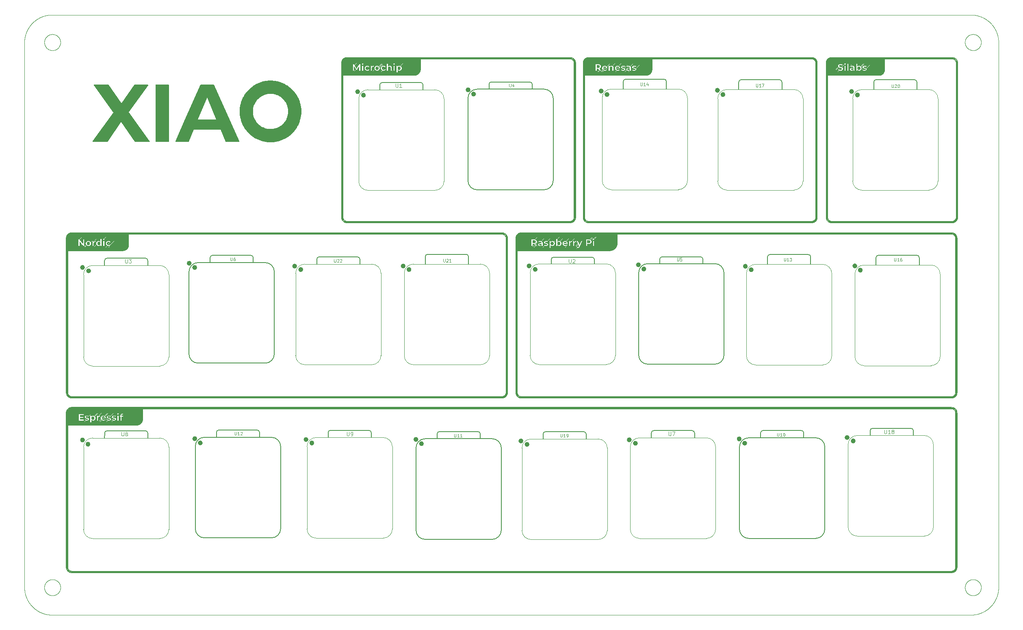
<source format=gbr>
%TF.GenerationSoftware,KiCad,Pcbnew,9.0.4*%
%TF.CreationDate,2025-09-18T16:51:08+08:00*%
%TF.ProjectId,XIAO,5849414f-2e6b-4696-9361-645f70636258,rev?*%
%TF.SameCoordinates,Original*%
%TF.FileFunction,Legend,Top*%
%TF.FilePolarity,Positive*%
%FSLAX46Y46*%
G04 Gerber Fmt 4.6, Leading zero omitted, Abs format (unit mm)*
G04 Created by KiCad (PCBNEW 9.0.4) date 2025-09-18 16:51:08*
%MOMM*%
%LPD*%
G01*
G04 APERTURE LIST*
%ADD10C,0.025400*%
%ADD11C,0.106680*%
%ADD12C,0.101600*%
%ADD13C,0.100000*%
%ADD14C,0.127000*%
%ADD15C,0.504000*%
G04 APERTURE END LIST*
D10*
X180548394Y-41701154D02*
X180647551Y-41601997D01*
X180470711Y-41725804D02*
X180655826Y-41540690D01*
X180413880Y-41729602D02*
X180655826Y-41487657D01*
X180365613Y-41724837D02*
X180618261Y-41472188D01*
X180324529Y-41712887D02*
X180565228Y-41472188D01*
X180291049Y-41693334D02*
X180512195Y-41472188D01*
X180265443Y-41665908D02*
X180459162Y-41472188D01*
X180249657Y-41628661D02*
X180404964Y-41473353D01*
X180248173Y-41577111D02*
X180341866Y-41483419D01*
X178415227Y-41288737D02*
X178430627Y-41273337D01*
X178362194Y-41288737D02*
X178418976Y-41231955D01*
X178309161Y-41288737D02*
X178402235Y-41195663D01*
X178256128Y-41288737D02*
X178381007Y-41163858D01*
X178203095Y-41288737D02*
X178355875Y-41135957D01*
X178150062Y-41288737D02*
X178327158Y-41111641D01*
X178097029Y-41288737D02*
X178294143Y-41091623D01*
X178043996Y-41288737D02*
X178256383Y-41076350D01*
X177990963Y-41288737D02*
X178213234Y-41066466D01*
X177937930Y-41288737D02*
X178163667Y-41063000D01*
X177899661Y-41273972D02*
X178105922Y-41067712D01*
X177929540Y-41191061D02*
X178025576Y-41095025D01*
X175710544Y-41288737D02*
X175745217Y-41254064D01*
X175657511Y-41288737D02*
X175731826Y-41214421D01*
X175604478Y-41288737D02*
X175713579Y-41179636D01*
X175551445Y-41288737D02*
X175690845Y-41149337D01*
X175498412Y-41288737D02*
X175664117Y-41123032D01*
X175445379Y-41288737D02*
X175632745Y-41101371D01*
X175392346Y-41288737D02*
X175597456Y-41083627D01*
X175339313Y-41288737D02*
X175557316Y-41070733D01*
X175286280Y-41288737D02*
X175511201Y-41063815D01*
X175233247Y-41288737D02*
X175457876Y-41064108D01*
X175230992Y-41237958D02*
X175392841Y-41076109D01*
X174263668Y-41250688D02*
X174408543Y-41105813D01*
X174195077Y-41266246D02*
X174418250Y-41043073D01*
X174137468Y-41270822D02*
X174417125Y-40991165D01*
X174084177Y-41271081D02*
X174408885Y-40946372D01*
X174031144Y-41271081D02*
X174394292Y-40907932D01*
X173978111Y-41271081D02*
X174373987Y-40875205D01*
X173925078Y-41271081D02*
X174348510Y-40847648D01*
X173872045Y-41271081D02*
X174317575Y-40825551D01*
X173854260Y-41235833D02*
X174282107Y-40807985D01*
X173854260Y-41182800D02*
X174242240Y-40794819D01*
X173854260Y-41129767D02*
X174198015Y-40786011D01*
X173854260Y-41076734D02*
X174149517Y-40781476D01*
X173854260Y-41023700D02*
X174097203Y-40780757D01*
X173854260Y-40970667D02*
X174044170Y-40780757D01*
X173854260Y-40917634D02*
X173991137Y-40780757D01*
X173854260Y-40864601D02*
X173938104Y-40780757D01*
X173854260Y-40811568D02*
X173885071Y-40780757D01*
X219237067Y-73440317D02*
X219625392Y-73051992D01*
X219121439Y-73502912D02*
X219688118Y-72936233D01*
X219030000Y-73541318D02*
X219726659Y-72844659D01*
X218950789Y-73567496D02*
X219752975Y-72765309D01*
X218879421Y-73585831D02*
X219771452Y-72693800D01*
X218813693Y-73598525D02*
X219784291Y-72627927D01*
X218752307Y-73606879D02*
X219792793Y-72566392D01*
X218694417Y-73611736D02*
X219797802Y-72508351D01*
X218639438Y-73613682D02*
X219799903Y-72453217D01*
X219311906Y-72888181D02*
X219800034Y-72400053D01*
X218586321Y-73613766D02*
X219073232Y-73126854D01*
X219375978Y-72771075D02*
X219800034Y-72347020D01*
X218533288Y-73613766D02*
X218956314Y-73190740D01*
X219408603Y-72685417D02*
X219800034Y-72293987D01*
X218480254Y-73613766D02*
X218870850Y-73223171D01*
X219428058Y-72612929D02*
X219800034Y-72240954D01*
X218427221Y-73613766D02*
X218798564Y-73242424D01*
X219439564Y-72548391D02*
X219800034Y-72187921D01*
X218374188Y-73613766D02*
X218734233Y-73253722D01*
X219445515Y-72489407D02*
X219800034Y-72134888D01*
X218321155Y-73613766D02*
X218675464Y-73259458D01*
X219447256Y-72434632D02*
X219800034Y-72081855D01*
X218268122Y-73613766D02*
X218620900Y-73260988D01*
X219447256Y-72381599D02*
X219800034Y-72028822D01*
X218215089Y-73613766D02*
X218567867Y-73260988D01*
X219447256Y-72328566D02*
X219800034Y-71975789D01*
X218162056Y-73613766D02*
X218514834Y-73260988D01*
X219447256Y-72275533D02*
X219800034Y-71922756D01*
X218109023Y-73613766D02*
X218461801Y-73260988D01*
X219447256Y-72222500D02*
X219800034Y-71869723D01*
X218055990Y-73613766D02*
X218408768Y-73260988D01*
X219447256Y-72169467D02*
X219800034Y-71816690D01*
X218002957Y-73613766D02*
X218355735Y-73260988D01*
X219447256Y-72116434D02*
X219800034Y-71763657D01*
X217949924Y-73613766D02*
X218302702Y-73260988D01*
X219447256Y-72063401D02*
X219800034Y-71710624D01*
X217896891Y-73613766D02*
X218249669Y-73260988D01*
X219447256Y-72010368D02*
X219800034Y-71657591D01*
X217843858Y-73613766D02*
X218196636Y-73260988D01*
X219447256Y-71957335D02*
X219800034Y-71604558D01*
X217790825Y-73613766D02*
X218143603Y-73260988D01*
X219447256Y-71904302D02*
X219800034Y-71551525D01*
X217737792Y-73613766D02*
X218090570Y-73260988D01*
X219447256Y-71851269D02*
X219800034Y-71498492D01*
X217684759Y-73613766D02*
X218037537Y-73260988D01*
X219447256Y-71798236D02*
X219800034Y-71445459D01*
X217631726Y-73613766D02*
X217984504Y-73260988D01*
X219447256Y-71745203D02*
X219800034Y-71392426D01*
X217578693Y-73613766D02*
X217931471Y-73260988D01*
X219447256Y-71692170D02*
X219800034Y-71339393D01*
X217525660Y-73613766D02*
X217878438Y-73260988D01*
X219447256Y-71639137D02*
X219800034Y-71286360D01*
X217472627Y-73613766D02*
X217825405Y-73260988D01*
X219447256Y-71586104D02*
X219800034Y-71233327D01*
X217419594Y-73613766D02*
X217772372Y-73260988D01*
X219447256Y-71533071D02*
X219800034Y-71180293D01*
X217366561Y-73613766D02*
X217719339Y-73260988D01*
X219447256Y-71480038D02*
X219800034Y-71127260D01*
X217313528Y-73613766D02*
X217666306Y-73260988D01*
X219447256Y-71427005D02*
X219800034Y-71074227D01*
X217260495Y-73613766D02*
X217613273Y-73260988D01*
X219447256Y-71373972D02*
X219800034Y-71021194D01*
X217207462Y-73613766D02*
X217560240Y-73260988D01*
X219447256Y-71320939D02*
X219800034Y-70968161D01*
X217154429Y-73613766D02*
X217507207Y-73260988D01*
X219447256Y-71267906D02*
X219800034Y-70915128D01*
X217101396Y-73613766D02*
X217454174Y-73260988D01*
X219447256Y-71214873D02*
X219800034Y-70862095D01*
X217048363Y-73613766D02*
X217401141Y-73260989D01*
X219447256Y-71161840D02*
X219800034Y-70809062D01*
X216995330Y-73613766D02*
X217348108Y-73260988D01*
X219447256Y-71108807D02*
X219800034Y-70756029D01*
X216942297Y-73613766D02*
X217295075Y-73260988D01*
X219447256Y-71055774D02*
X219800034Y-70702996D01*
X216889264Y-73613766D02*
X217242042Y-73260988D01*
X219447256Y-71002741D02*
X219800034Y-70649963D01*
X216836231Y-73613766D02*
X217189009Y-73260988D01*
X219447256Y-70949708D02*
X219800034Y-70596930D01*
X216783198Y-73613766D02*
X217135976Y-73260988D01*
X219447256Y-70896675D02*
X219800034Y-70543897D01*
X216730165Y-73613766D02*
X217082943Y-73260988D01*
X219447256Y-70843642D02*
X219800034Y-70490864D01*
X216677132Y-73613766D02*
X217029910Y-73260988D01*
X219447256Y-70790609D02*
X219800034Y-70437831D01*
X216624099Y-73613766D02*
X216976877Y-73260988D01*
X219447256Y-70737576D02*
X219800034Y-70384798D01*
X216571066Y-73613766D02*
X216923844Y-73260988D01*
X219447256Y-70684543D02*
X219800034Y-70331765D01*
X216518033Y-73613766D02*
X216870811Y-73260988D01*
X219447256Y-70631510D02*
X219800034Y-70278732D01*
X216465000Y-73613766D02*
X216817778Y-73260988D01*
X219447256Y-70578477D02*
X219800034Y-70225699D01*
X216411967Y-73613766D02*
X216764745Y-73260988D01*
X219447256Y-70525444D02*
X219800034Y-70172666D01*
X216358934Y-73613766D02*
X216711712Y-73260988D01*
X219447256Y-70472411D02*
X219800034Y-70119633D01*
X216305901Y-73613766D02*
X216658679Y-73260988D01*
X219447256Y-70419378D02*
X219800034Y-70066600D01*
X216252868Y-73613766D02*
X216605646Y-73260988D01*
X219447256Y-70366345D02*
X219800034Y-70013567D01*
X216199835Y-73613766D02*
X216552613Y-73260988D01*
X219447256Y-70313312D02*
X219800034Y-69960534D01*
X216146802Y-73613766D02*
X216499580Y-73260988D01*
X219447256Y-70260279D02*
X219800034Y-69907501D01*
X216093769Y-73613766D02*
X216446547Y-73260988D01*
X219447256Y-70207246D02*
X219800034Y-69854468D01*
X216040736Y-73613766D02*
X216393514Y-73260988D01*
X219447256Y-70154213D02*
X219800034Y-69801435D01*
X215987703Y-73613766D02*
X216340481Y-73260988D01*
X219447256Y-70101180D02*
X219800034Y-69748402D01*
X215934670Y-73613766D02*
X216287448Y-73260988D01*
X219447256Y-70048147D02*
X219800034Y-69695369D01*
X215881637Y-73613766D02*
X216234415Y-73260989D01*
X219447256Y-69995114D02*
X219800034Y-69642336D01*
X215828604Y-73613766D02*
X216181382Y-73260988D01*
X219447256Y-69942081D02*
X219800034Y-69589303D01*
X215775571Y-73613766D02*
X216128349Y-73260988D01*
X219447256Y-69889048D02*
X219800034Y-69536270D01*
X215722538Y-73613766D02*
X216075316Y-73260988D01*
X219447256Y-69836015D02*
X219800034Y-69483237D01*
X215669505Y-73613766D02*
X216022283Y-73260988D01*
X219447256Y-69782982D02*
X219800034Y-69430204D01*
X215616472Y-73613766D02*
X215969250Y-73260988D01*
X219447256Y-69729949D02*
X219800034Y-69377171D01*
X215563439Y-73613766D02*
X215916217Y-73260988D01*
X219447256Y-69676916D02*
X219800034Y-69324138D01*
X215510406Y-73613766D02*
X215863184Y-73260988D01*
X219447256Y-69623883D02*
X219800034Y-69271105D01*
X215457373Y-73613766D02*
X215810151Y-73260988D01*
X219447256Y-69570850D02*
X219800034Y-69218072D01*
X215404340Y-73613766D02*
X215757118Y-73260989D01*
X219447256Y-69517817D02*
X219800034Y-69165039D01*
X215351307Y-73613766D02*
X215704085Y-73260988D01*
X219447256Y-69464784D02*
X219800034Y-69112006D01*
X215298274Y-73613766D02*
X215651052Y-73260988D01*
X219447256Y-69411751D02*
X219800034Y-69058973D01*
X215245241Y-73613766D02*
X215598019Y-73260988D01*
X219447256Y-69358718D02*
X219800034Y-69005940D01*
X215192208Y-73613766D02*
X215544986Y-73260988D01*
X219447256Y-69305685D02*
X219800034Y-68952907D01*
X215139175Y-73613766D02*
X215491953Y-73260988D01*
X219447256Y-69252652D02*
X219800034Y-68899874D01*
X215086142Y-73613766D02*
X215438920Y-73260988D01*
X219447256Y-69199619D02*
X219800034Y-68846841D01*
X215033109Y-73613766D02*
X215385887Y-73260988D01*
X219447256Y-69146586D02*
X219800034Y-68793808D01*
X214980076Y-73613766D02*
X215332854Y-73260988D01*
X219447256Y-69093553D02*
X219800034Y-68740775D01*
X214927043Y-73613766D02*
X215279821Y-73260988D01*
X219447256Y-69040520D02*
X219800034Y-68687742D01*
X214874010Y-73613766D02*
X215226788Y-73260988D01*
X219447256Y-68987487D02*
X219800034Y-68634709D01*
X214820977Y-73613766D02*
X215173755Y-73260988D01*
X219447256Y-68934454D02*
X219800034Y-68581676D01*
X214767944Y-73613766D02*
X215120722Y-73260988D01*
X219447256Y-68881421D02*
X219800034Y-68528643D01*
X214714911Y-73613766D02*
X215067689Y-73260988D01*
X219447256Y-68828388D02*
X219800034Y-68475610D01*
X214661878Y-73613766D02*
X215014656Y-73260988D01*
X219447256Y-68775355D02*
X219800034Y-68422577D01*
X214608845Y-73613766D02*
X214961623Y-73260988D01*
X219447256Y-68722322D02*
X219800034Y-68369544D01*
X214555812Y-73613766D02*
X214908590Y-73260988D01*
X219447256Y-68669289D02*
X219800034Y-68316511D01*
X214502779Y-73613766D02*
X214855557Y-73260988D01*
X219447256Y-68616256D02*
X219800034Y-68263478D01*
X214449746Y-73613766D02*
X214802524Y-73260989D01*
X219447256Y-68563223D02*
X219800034Y-68210445D01*
X214396713Y-73613766D02*
X214749491Y-73260988D01*
X219447256Y-68510190D02*
X219800034Y-68157412D01*
X214343680Y-73613766D02*
X214696458Y-73260988D01*
X219447256Y-68457157D02*
X219800034Y-68104379D01*
X214290647Y-73613766D02*
X214643425Y-73260988D01*
X219447256Y-68404124D02*
X219800034Y-68051346D01*
X214237614Y-73613766D02*
X214590392Y-73260988D01*
X219447256Y-68351091D02*
X219800034Y-67998313D01*
X214184581Y-73613766D02*
X214537359Y-73260988D01*
X219447256Y-68298058D02*
X219800034Y-67945280D01*
X214131548Y-73613766D02*
X214484326Y-73260988D01*
X219447256Y-68245025D02*
X219800034Y-67892247D01*
X214078515Y-73613766D02*
X214431293Y-73260988D01*
X219447256Y-68191992D02*
X219800034Y-67839214D01*
X214025482Y-73613766D02*
X214378260Y-73260989D01*
X219447256Y-68138959D02*
X219800034Y-67786181D01*
X213972449Y-73613766D02*
X214325227Y-73260988D01*
X219447256Y-68085926D02*
X219800034Y-67733148D01*
X213919416Y-73613766D02*
X214272194Y-73260988D01*
X219447256Y-68032893D02*
X219800034Y-67680115D01*
X213866383Y-73613766D02*
X214219161Y-73260988D01*
X219447256Y-67979860D02*
X219800034Y-67627082D01*
X213813350Y-73613766D02*
X214166128Y-73260988D01*
X219447256Y-67926827D02*
X219800034Y-67574049D01*
X213760317Y-73613766D02*
X214113095Y-73260988D01*
X219447256Y-67873794D02*
X219800034Y-67521016D01*
X213707284Y-73613766D02*
X214060061Y-73260988D01*
X219447256Y-67820761D02*
X219800034Y-67467983D01*
X213654251Y-73613766D02*
X214007028Y-73260988D01*
X219447256Y-67767728D02*
X219800034Y-67414950D01*
X213601218Y-73613766D02*
X213953995Y-73260989D01*
X219447256Y-67714695D02*
X219800034Y-67361917D01*
X213548185Y-73613766D02*
X213900962Y-73260988D01*
X219447256Y-67661662D02*
X219800034Y-67308884D01*
X213495152Y-73613766D02*
X213847929Y-73260988D01*
X219447256Y-67608629D02*
X219800034Y-67255851D01*
X213442119Y-73613766D02*
X213794896Y-73260988D01*
X219447256Y-67555596D02*
X219800034Y-67202818D01*
X213389086Y-73613766D02*
X213741863Y-73260988D01*
X219447256Y-67502563D02*
X219800034Y-67149785D01*
X213336053Y-73613766D02*
X213688830Y-73260988D01*
X219447256Y-67449530D02*
X219800034Y-67096752D01*
X213283020Y-73613766D02*
X213635797Y-73260988D01*
X219447256Y-67396497D02*
X219800034Y-67043719D01*
X213229987Y-73613766D02*
X213582764Y-73260989D01*
X219447256Y-67343464D02*
X219800034Y-66990686D01*
X213176954Y-73613766D02*
X213529731Y-73260988D01*
X219447256Y-67290431D02*
X219800034Y-66937653D01*
X213123921Y-73613766D02*
X213476698Y-73260988D01*
X219447256Y-67237398D02*
X219800034Y-66884620D01*
X213070888Y-73613766D02*
X213423665Y-73260988D01*
X219447256Y-67184365D02*
X219800034Y-66831587D01*
X213017855Y-73613766D02*
X213370632Y-73260988D01*
X219447256Y-67131332D02*
X219800034Y-66778554D01*
X212964822Y-73613766D02*
X213317599Y-73260988D01*
X219447256Y-67078299D02*
X219800034Y-66725521D01*
X212911789Y-73613766D02*
X213264566Y-73260988D01*
X219447256Y-67025266D02*
X219800034Y-66672488D01*
X212858756Y-73613766D02*
X213211533Y-73260988D01*
X219447256Y-66972233D02*
X219800034Y-66619455D01*
X212805723Y-73613766D02*
X213158500Y-73260988D01*
X219447256Y-66919200D02*
X219800034Y-66566422D01*
X212752690Y-73613766D02*
X213105467Y-73260988D01*
X219447256Y-66866167D02*
X219800034Y-66513389D01*
X212699657Y-73613766D02*
X213052434Y-73260989D01*
X219447256Y-66813133D02*
X219800034Y-66460356D01*
X212646624Y-73613766D02*
X212999401Y-73260988D01*
X219447256Y-66760100D02*
X219800034Y-66407323D01*
X212593591Y-73613766D02*
X212946368Y-73260988D01*
X219447256Y-66707067D02*
X219800034Y-66354290D01*
X212540558Y-73613766D02*
X212893335Y-73260988D01*
X219447256Y-66654034D02*
X219800034Y-66301257D01*
X212487525Y-73613766D02*
X212840302Y-73260988D01*
X219447256Y-66601001D02*
X219800034Y-66248224D01*
X212434492Y-73613766D02*
X212787269Y-73260989D01*
X219447256Y-66547968D02*
X219800034Y-66195191D01*
X212381459Y-73613766D02*
X212734236Y-73260988D01*
X219447256Y-66494935D02*
X219800034Y-66142158D01*
X212328425Y-73613766D02*
X212681203Y-73260988D01*
X219447256Y-66441902D02*
X219800034Y-66089125D01*
X212275392Y-73613766D02*
X212628170Y-73260988D01*
X219447256Y-66388869D02*
X219800034Y-66036092D01*
X212222359Y-73613766D02*
X212575137Y-73260988D01*
X219447256Y-66335836D02*
X219800034Y-65983059D01*
X212169326Y-73613766D02*
X212522104Y-73260988D01*
X219447256Y-66282803D02*
X219800034Y-65930026D01*
X212116293Y-73613766D02*
X212469071Y-73260988D01*
X219447256Y-66229770D02*
X219800034Y-65876993D01*
X212063260Y-73613766D02*
X212416038Y-73260988D01*
X219447256Y-66176737D02*
X219800034Y-65823960D01*
X212010227Y-73613766D02*
X212363005Y-73260988D01*
X219447256Y-66123704D02*
X219800034Y-65770927D01*
X211957194Y-73613766D02*
X212309972Y-73260988D01*
X219447256Y-66070671D02*
X219800034Y-65717894D01*
X211904161Y-73613766D02*
X212256939Y-73260988D01*
X219447256Y-66017638D02*
X219800034Y-65664861D01*
X211851128Y-73613766D02*
X212203906Y-73260988D01*
X219447256Y-65964605D02*
X219800034Y-65611828D01*
X211798095Y-73613766D02*
X212150873Y-73260988D01*
X219447256Y-65911572D02*
X219800034Y-65558795D01*
X211745062Y-73613766D02*
X212097840Y-73260989D01*
X219447256Y-65858539D02*
X219800034Y-65505762D01*
X211692029Y-73613766D02*
X212044807Y-73260989D01*
X219447256Y-65805506D02*
X219800034Y-65452729D01*
X211638996Y-73613766D02*
X211991774Y-73260988D01*
X219447256Y-65752473D02*
X219800034Y-65399696D01*
X211585963Y-73613766D02*
X211938741Y-73260989D01*
X219447256Y-65699440D02*
X219800034Y-65346663D01*
X211532930Y-73613766D02*
X211885708Y-73260988D01*
X219447256Y-65646407D02*
X219800034Y-65293630D01*
X211479897Y-73613766D02*
X211832675Y-73260988D01*
X219447256Y-65593374D02*
X219800034Y-65240597D01*
X211426864Y-73613766D02*
X211779642Y-73260988D01*
X219447256Y-65540341D02*
X219800034Y-65187564D01*
X211373831Y-73613766D02*
X211726609Y-73260988D01*
X219447256Y-65487308D02*
X219800034Y-65134531D01*
X211320798Y-73613766D02*
X211673576Y-73260988D01*
X219447256Y-65434275D02*
X219800034Y-65081498D01*
X211267765Y-73613766D02*
X211620543Y-73260988D01*
X219447256Y-65381242D02*
X219800034Y-65028465D01*
X211214732Y-73613766D02*
X211567510Y-73260988D01*
X219447256Y-65328209D02*
X219800034Y-64975431D01*
X211161699Y-73613766D02*
X211514477Y-73260988D01*
X219447256Y-65275176D02*
X219800034Y-64922398D01*
X211108666Y-73613766D02*
X211461444Y-73260988D01*
X219447256Y-65222143D02*
X219800034Y-64869365D01*
X211055633Y-73613766D02*
X211408411Y-73260988D01*
X219447256Y-65169110D02*
X219800034Y-64816332D01*
X211002600Y-73613766D02*
X211355378Y-73260988D01*
X219447256Y-65116077D02*
X219800034Y-64763299D01*
X210949567Y-73613766D02*
X211302345Y-73260988D01*
X219447256Y-65063044D02*
X219800034Y-64710266D01*
X210896534Y-73613766D02*
X211249312Y-73260988D01*
X219447256Y-65010011D02*
X219800034Y-64657233D01*
X210843501Y-73613766D02*
X211196279Y-73260988D01*
X219447256Y-64956978D02*
X219800034Y-64604200D01*
X210790468Y-73613766D02*
X211143246Y-73260988D01*
X219447256Y-64903945D02*
X219800034Y-64551167D01*
X210737435Y-73613766D02*
X211090213Y-73260988D01*
X219447256Y-64850912D02*
X219800034Y-64498134D01*
X210684402Y-73613766D02*
X211037180Y-73260989D01*
X219447256Y-64797879D02*
X219800034Y-64445101D01*
X210631369Y-73613766D02*
X210984147Y-73260988D01*
X219447256Y-64744846D02*
X219800034Y-64392068D01*
X210578336Y-73613766D02*
X210931114Y-73260988D01*
X219447256Y-64691813D02*
X219800034Y-64339035D01*
X210525303Y-73613766D02*
X210878081Y-73260988D01*
X219447256Y-64638780D02*
X219800034Y-64286002D01*
X210472270Y-73613766D02*
X210825048Y-73260988D01*
X219447256Y-64585747D02*
X219800034Y-64232969D01*
X210419237Y-73613766D02*
X210772015Y-73260988D01*
X219447256Y-64532714D02*
X219800034Y-64179936D01*
X210366204Y-73613766D02*
X210718982Y-73260988D01*
X219447256Y-64479681D02*
X219800034Y-64126903D01*
X210313171Y-73613766D02*
X210665949Y-73260988D01*
X219447256Y-64426648D02*
X219800034Y-64073870D01*
X210260138Y-73613766D02*
X210612916Y-73260988D01*
X219447256Y-64373615D02*
X219800034Y-64020837D01*
X210207105Y-73613766D02*
X210559883Y-73260988D01*
X219447256Y-64320582D02*
X219800034Y-63967804D01*
X210154072Y-73613766D02*
X210506850Y-73260988D01*
X219447256Y-64267549D02*
X219800034Y-63914771D01*
X210101039Y-73613766D02*
X210453817Y-73260988D01*
X219447256Y-64214516D02*
X219800034Y-63861738D01*
X210048006Y-73613766D02*
X210400784Y-73260988D01*
X219447256Y-64161483D02*
X219800034Y-63808705D01*
X209994973Y-73613766D02*
X210347751Y-73260988D01*
X219447256Y-64108450D02*
X219800034Y-63755672D01*
X209941940Y-73613766D02*
X210294718Y-73260988D01*
X219447256Y-64055417D02*
X219800034Y-63702639D01*
X209888907Y-73613766D02*
X210241685Y-73260988D01*
X219447256Y-64002384D02*
X219800034Y-63649606D01*
X209835874Y-73613766D02*
X210188652Y-73260988D01*
X219447256Y-63949351D02*
X219800034Y-63596573D01*
X209782841Y-73613766D02*
X210135619Y-73260988D01*
X219447256Y-63896318D02*
X219800034Y-63543540D01*
X209729808Y-73613766D02*
X210082586Y-73260988D01*
X219447256Y-63843285D02*
X219800034Y-63490507D01*
X209676775Y-73613766D02*
X210029553Y-73260988D01*
X219447256Y-63790252D02*
X219800034Y-63437474D01*
X209623742Y-73613766D02*
X209976520Y-73260988D01*
X219447256Y-63737219D02*
X219800034Y-63384441D01*
X209570709Y-73613766D02*
X209923487Y-73260988D01*
X219447256Y-63684186D02*
X219800034Y-63331408D01*
X209517676Y-73613766D02*
X209870454Y-73260988D01*
X219447256Y-63631153D02*
X219800034Y-63278375D01*
X209464643Y-73613766D02*
X209817421Y-73260988D01*
X219447256Y-63578120D02*
X219800034Y-63225342D01*
X209411610Y-73613766D02*
X209764388Y-73260988D01*
X219447256Y-63525087D02*
X219800034Y-63172309D01*
X209358577Y-73613766D02*
X209711355Y-73260988D01*
X219447256Y-63472054D02*
X219800034Y-63119276D01*
X209305544Y-73613766D02*
X209658322Y-73260988D01*
X219447256Y-63419021D02*
X219800034Y-63066243D01*
X209252511Y-73613766D02*
X209605289Y-73260988D01*
X219447256Y-63365988D02*
X219800034Y-63013210D01*
X209199478Y-73613766D02*
X209552256Y-73260988D01*
X219447256Y-63312955D02*
X219800034Y-62960177D01*
X209146445Y-73613766D02*
X209499223Y-73260988D01*
X219447256Y-63259922D02*
X219800034Y-62907144D01*
X209093412Y-73613766D02*
X209446190Y-73260988D01*
X219447256Y-63206889D02*
X219800034Y-62854111D01*
X209040379Y-73613766D02*
X209393157Y-73260988D01*
X219447256Y-63153856D02*
X219800034Y-62801078D01*
X208987346Y-73613766D02*
X209340124Y-73260988D01*
X219447256Y-63100823D02*
X219800034Y-62748045D01*
X208934313Y-73613766D02*
X209287091Y-73260988D01*
X219447256Y-63047790D02*
X219800034Y-62695012D01*
X208881280Y-73613766D02*
X209234058Y-73260988D01*
X219447256Y-62994757D02*
X219800034Y-62641979D01*
X208828247Y-73613766D02*
X209181025Y-73260988D01*
X219447256Y-62941724D02*
X219800034Y-62588946D01*
X208775214Y-73613766D02*
X209127992Y-73260988D01*
X219447256Y-62888691D02*
X219800034Y-62535913D01*
X208722181Y-73613766D02*
X209074959Y-73260988D01*
X219447256Y-62835658D02*
X219800034Y-62482880D01*
X208669148Y-73613766D02*
X209021926Y-73260988D01*
X219447256Y-62782625D02*
X219800034Y-62429847D01*
X208616115Y-73613766D02*
X208968893Y-73260988D01*
X219447256Y-62729592D02*
X219800034Y-62376814D01*
X208563082Y-73613766D02*
X208915860Y-73260988D01*
X219447256Y-62676559D02*
X219800034Y-62323781D01*
X208510049Y-73613766D02*
X208862827Y-73260988D01*
X219447256Y-62623526D02*
X219800034Y-62270748D01*
X208457016Y-73613766D02*
X208809794Y-73260988D01*
X219447256Y-62570493D02*
X219800034Y-62217715D01*
X208403983Y-73613766D02*
X208756761Y-73260988D01*
X219447256Y-62517460D02*
X219800034Y-62164682D01*
X208350950Y-73613766D02*
X208703728Y-73260988D01*
X219447256Y-62464427D02*
X219800034Y-62111649D01*
X208297917Y-73613766D02*
X208650695Y-73260988D01*
X219447256Y-62411394D02*
X219800034Y-62058616D01*
X208244884Y-73613766D02*
X208597662Y-73260988D01*
X219447256Y-62358361D02*
X219800034Y-62005583D01*
X208191851Y-73613766D02*
X208544629Y-73260988D01*
X219447256Y-62305328D02*
X219800034Y-61952550D01*
X208138818Y-73613766D02*
X208491596Y-73260988D01*
X219447256Y-62252295D02*
X219800034Y-61899517D01*
X208085785Y-73613766D02*
X208438563Y-73260988D01*
X219447256Y-62199262D02*
X219800034Y-61846484D01*
X208032752Y-73613766D02*
X208385530Y-73260988D01*
X219447256Y-62146229D02*
X219800034Y-61793451D01*
X207979719Y-73613766D02*
X208332497Y-73260988D01*
X219447256Y-62093196D02*
X219800034Y-61740418D01*
X207926686Y-73613766D02*
X208279464Y-73260988D01*
X219447256Y-62040163D02*
X219800034Y-61687385D01*
X207873653Y-73613766D02*
X208226431Y-73260988D01*
X219447256Y-61987130D02*
X219800034Y-61634352D01*
X207820620Y-73613766D02*
X208173398Y-73260988D01*
X219447256Y-61934097D02*
X219800034Y-61581319D01*
X207767587Y-73613766D02*
X208120365Y-73260988D01*
X219447256Y-61881064D02*
X219800034Y-61528286D01*
X207714554Y-73613766D02*
X208067332Y-73260988D01*
X219447256Y-61828031D02*
X219800034Y-61475253D01*
X207661521Y-73613766D02*
X208014299Y-73260988D01*
X219447256Y-61774998D02*
X219800034Y-61422220D01*
X207608488Y-73613766D02*
X207961266Y-73260988D01*
X219447256Y-61721965D02*
X219800034Y-61369187D01*
X207555455Y-73613766D02*
X207908232Y-73260988D01*
X219447256Y-61668932D02*
X219800034Y-61316154D01*
X207502422Y-73613766D02*
X207855199Y-73260988D01*
X219447256Y-61615899D02*
X219800034Y-61263121D01*
X207449389Y-73613766D02*
X207802166Y-73260988D01*
X219447256Y-61562866D02*
X219800034Y-61210088D01*
X207396356Y-73613766D02*
X207749133Y-73260988D01*
X219447256Y-61509833D02*
X219800034Y-61157055D01*
X207343323Y-73613766D02*
X207696100Y-73260988D01*
X219447256Y-61456800D02*
X219800034Y-61104022D01*
X207290290Y-73613766D02*
X207643067Y-73260988D01*
X219447256Y-61403767D02*
X219800034Y-61050989D01*
X207237257Y-73613766D02*
X207590034Y-73260988D01*
X219447256Y-61350734D02*
X219800034Y-60997956D01*
X207184224Y-73613766D02*
X207537001Y-73260988D01*
X219447256Y-61297701D02*
X219800034Y-60944923D01*
X207131191Y-73613766D02*
X207483968Y-73260988D01*
X219447256Y-61244668D02*
X219800034Y-60891890D01*
X207078158Y-73613766D02*
X207430935Y-73260988D01*
X219447256Y-61191635D02*
X219800034Y-60838857D01*
X207025125Y-73613766D02*
X207377902Y-73260988D01*
X219447256Y-61138602D02*
X219800034Y-60785824D01*
X206972092Y-73613766D02*
X207324869Y-73260988D01*
X219447256Y-61085569D02*
X219800034Y-60732791D01*
X206919059Y-73613766D02*
X207271836Y-73260988D01*
X219447256Y-61032536D02*
X219800034Y-60679758D01*
X206866026Y-73613766D02*
X207218803Y-73260988D01*
X219447256Y-60979503D02*
X219800034Y-60626725D01*
X206812993Y-73613766D02*
X207165770Y-73260988D01*
X219447256Y-60926470D02*
X219800034Y-60573692D01*
X206759960Y-73613766D02*
X207112737Y-73260988D01*
X219447256Y-60873437D02*
X219800034Y-60520659D01*
X206706927Y-73613766D02*
X207059704Y-73260988D01*
X219447256Y-60820404D02*
X219800034Y-60467626D01*
X206653894Y-73613766D02*
X207006671Y-73260988D01*
X219447256Y-60767371D02*
X219800034Y-60414593D01*
X206600861Y-73613766D02*
X206953638Y-73260988D01*
X219447256Y-60714338D02*
X219800034Y-60361560D01*
X206547828Y-73613766D02*
X206900605Y-73260988D01*
X219447256Y-60661305D02*
X219800034Y-60308527D01*
X206494795Y-73613766D02*
X206847572Y-73260988D01*
X219447256Y-60608272D02*
X219800034Y-60255494D01*
X206441762Y-73613766D02*
X206794539Y-73260988D01*
X219447256Y-60555238D02*
X219800034Y-60202461D01*
X206388729Y-73613766D02*
X206741506Y-73260988D01*
X219447256Y-60502205D02*
X219800034Y-60149428D01*
X206335696Y-73613766D02*
X206688473Y-73260988D01*
X219447256Y-60449172D02*
X219800034Y-60096395D01*
X206282663Y-73613766D02*
X206635440Y-73260988D01*
X219447256Y-60396139D02*
X219800034Y-60043362D01*
X206229630Y-73613766D02*
X206582407Y-73260988D01*
X219447256Y-60343106D02*
X219800034Y-59990329D01*
X206176597Y-73613766D02*
X206529374Y-73260988D01*
X219447256Y-60290073D02*
X219800034Y-59937296D01*
X206123563Y-73613766D02*
X206476341Y-73260988D01*
X219447256Y-60237040D02*
X219800034Y-59884263D01*
X206070530Y-73613766D02*
X206423308Y-73260988D01*
X219447256Y-60184007D02*
X219800034Y-59831230D01*
X206017497Y-73613766D02*
X206370275Y-73260988D01*
X219447256Y-60130974D02*
X219800034Y-59778197D01*
X205964464Y-73613766D02*
X206317242Y-73260988D01*
X219447256Y-60077941D02*
X219800034Y-59725164D01*
X205911431Y-73613766D02*
X206264209Y-73260988D01*
X219447256Y-60024908D02*
X219800034Y-59672131D01*
X205858398Y-73613766D02*
X206211176Y-73260988D01*
X219447256Y-59971875D02*
X219800034Y-59619098D01*
X205805365Y-73613766D02*
X206158143Y-73260988D01*
X219447256Y-59918842D02*
X219800034Y-59566065D01*
X205752332Y-73613766D02*
X206105110Y-73260988D01*
X219447256Y-59865809D02*
X219800034Y-59513032D01*
X205699299Y-73613766D02*
X206052077Y-73260988D01*
X219447256Y-59812776D02*
X219800034Y-59459999D01*
X205646266Y-73613766D02*
X205999044Y-73260988D01*
X219447256Y-59759743D02*
X219800034Y-59406966D01*
X205593233Y-73613766D02*
X205946011Y-73260988D01*
X219447256Y-59706710D02*
X219800034Y-59353933D01*
X205540200Y-73613766D02*
X205892978Y-73260988D01*
X219447256Y-59653677D02*
X219800034Y-59300900D01*
X205487167Y-73613766D02*
X205839945Y-73260988D01*
X219447256Y-59600644D02*
X219800034Y-59247867D01*
X205434134Y-73613766D02*
X205786912Y-73260988D01*
X219447256Y-59547611D02*
X219800034Y-59194834D01*
X205381101Y-73613766D02*
X205733879Y-73260988D01*
X219447256Y-59494578D02*
X219800034Y-59141801D01*
X205328068Y-73613766D02*
X205680846Y-73260988D01*
X219447256Y-59441545D02*
X219800034Y-59088768D01*
X205275035Y-73613766D02*
X205627813Y-73260988D01*
X219447256Y-59388512D02*
X219800034Y-59035735D01*
X205222002Y-73613766D02*
X205574780Y-73260988D01*
X219447256Y-59335479D02*
X219800034Y-58982702D01*
X205168969Y-73613766D02*
X205521747Y-73260988D01*
X219447256Y-59282446D02*
X219800034Y-58929669D01*
X205115936Y-73613766D02*
X205468714Y-73260988D01*
X219447256Y-59229413D02*
X219800034Y-58876636D01*
X205062903Y-73613766D02*
X205415681Y-73260988D01*
X219447256Y-59176380D02*
X219800034Y-58823602D01*
X205009870Y-73613766D02*
X205362648Y-73260988D01*
X219447256Y-59123347D02*
X219800034Y-58770569D01*
X204956837Y-73613766D02*
X205309615Y-73260988D01*
X219447256Y-59070314D02*
X219800034Y-58717536D01*
X204903804Y-73613766D02*
X205256582Y-73260988D01*
X219447256Y-59017281D02*
X219800034Y-58664503D01*
X204850771Y-73613766D02*
X205203549Y-73260988D01*
X219447256Y-58964248D02*
X219800034Y-58611470D01*
X204797738Y-73613766D02*
X205150516Y-73260988D01*
X219447256Y-58911215D02*
X219800034Y-58558437D01*
X204744705Y-73613766D02*
X205097483Y-73260988D01*
X219447256Y-58858182D02*
X219800034Y-58505404D01*
X204691672Y-73613766D02*
X205044450Y-73260988D01*
X219447256Y-58805149D02*
X219800034Y-58452371D01*
X204638639Y-73613766D02*
X204991417Y-73260988D01*
X219447256Y-58752116D02*
X219800034Y-58399338D01*
X204585606Y-73613766D02*
X204938384Y-73260988D01*
X219447256Y-58699083D02*
X219800034Y-58346305D01*
X204532573Y-73613766D02*
X204885351Y-73260988D01*
X219447256Y-58646050D02*
X219800034Y-58293272D01*
X204479540Y-73613766D02*
X204832318Y-73260988D01*
X219447256Y-58593017D02*
X219800034Y-58240239D01*
X204426507Y-73613766D02*
X204779285Y-73260988D01*
X219447256Y-58539984D02*
X219800034Y-58187206D01*
X204373474Y-73613766D02*
X204726252Y-73260988D01*
X219447256Y-58486951D02*
X219800034Y-58134173D01*
X204320441Y-73613766D02*
X204673219Y-73260988D01*
X219447256Y-58433918D02*
X219800034Y-58081140D01*
X204267408Y-73613766D02*
X204620186Y-73260988D01*
X219447256Y-58380885D02*
X219800034Y-58028107D01*
X204214375Y-73613766D02*
X204567153Y-73260988D01*
X219447256Y-58327852D02*
X219800034Y-57975074D01*
X204161342Y-73613766D02*
X204514120Y-73260988D01*
X219447256Y-58274819D02*
X219800034Y-57922041D01*
X204108309Y-73613766D02*
X204461087Y-73260988D01*
X219447256Y-58221786D02*
X219800034Y-57869008D01*
X204055276Y-73613766D02*
X204408054Y-73260988D01*
X219447256Y-58168753D02*
X219800034Y-57815975D01*
X204002243Y-73613766D02*
X204355021Y-73260988D01*
X219447256Y-58115720D02*
X219800034Y-57762942D01*
X203949210Y-73613766D02*
X204301988Y-73260988D01*
X219447256Y-58062687D02*
X219800034Y-57709909D01*
X203896177Y-73613766D02*
X204248955Y-73260988D01*
X219447256Y-58009654D02*
X219800034Y-57656876D01*
X203843144Y-73613766D02*
X204195922Y-73260988D01*
X219447256Y-57956621D02*
X219800034Y-57603843D01*
X203790111Y-73613766D02*
X204142889Y-73260988D01*
X219447256Y-57903588D02*
X219800034Y-57550810D01*
X203737078Y-73613766D02*
X204089856Y-73260988D01*
X219447256Y-57850555D02*
X219800034Y-57497777D01*
X203684045Y-73613766D02*
X204036823Y-73260988D01*
X219447256Y-57797522D02*
X219800034Y-57444744D01*
X203631012Y-73613766D02*
X203983790Y-73260988D01*
X219447256Y-57744489D02*
X219800034Y-57391711D01*
X203577979Y-73613766D02*
X203930757Y-73260988D01*
X219447256Y-57691456D02*
X219800034Y-57338678D01*
X203524946Y-73613766D02*
X203877724Y-73260988D01*
X219447256Y-57638423D02*
X219800034Y-57285645D01*
X203471913Y-73613766D02*
X203824691Y-73260988D01*
X219447256Y-57585390D02*
X219800034Y-57232612D01*
X203418880Y-73613766D02*
X203771658Y-73260988D01*
X219447256Y-57532357D02*
X219800034Y-57179579D01*
X203365847Y-73613766D02*
X203718625Y-73260988D01*
X219447256Y-57479324D02*
X219800034Y-57126546D01*
X203312814Y-73613766D02*
X203665592Y-73260988D01*
X219447256Y-57426291D02*
X219800034Y-57073513D01*
X203259781Y-73613766D02*
X203612559Y-73260988D01*
X219447256Y-57373258D02*
X219800034Y-57020480D01*
X203206748Y-73613766D02*
X203559526Y-73260988D01*
X219447256Y-57320225D02*
X219800034Y-56967447D01*
X203153715Y-73613766D02*
X203506493Y-73260988D01*
X219447256Y-57267192D02*
X219800034Y-56914414D01*
X203100682Y-73613766D02*
X203453460Y-73260988D01*
X219447256Y-57214159D02*
X219800034Y-56861381D01*
X203047649Y-73613766D02*
X203400427Y-73260988D01*
X219447256Y-57161126D02*
X219800034Y-56808348D01*
X202994616Y-73613766D02*
X203347394Y-73260988D01*
X219447256Y-57108093D02*
X219800034Y-56755315D01*
X202941583Y-73613766D02*
X203294361Y-73260988D01*
X219447256Y-57055060D02*
X219800034Y-56702282D01*
X202888550Y-73613766D02*
X203241328Y-73260988D01*
X219447256Y-57002027D02*
X219800034Y-56649249D01*
X202835517Y-73613766D02*
X203188295Y-73260988D01*
X219447256Y-56948994D02*
X219800034Y-56596216D01*
X202782484Y-73613766D02*
X203135262Y-73260988D01*
X219447256Y-56895961D02*
X219800034Y-56543183D01*
X202729451Y-73613766D02*
X203082229Y-73260988D01*
X219447256Y-56842928D02*
X219800034Y-56490150D01*
X202676418Y-73613766D02*
X203029196Y-73260988D01*
X219447256Y-56789895D02*
X219800034Y-56437117D01*
X202623385Y-73613766D02*
X202976163Y-73260988D01*
X219447256Y-56736862D02*
X219800034Y-56384084D01*
X202570352Y-73613766D02*
X202923130Y-73260988D01*
X219447256Y-56683829D02*
X219800034Y-56331051D01*
X202517319Y-73613766D02*
X202870097Y-73260988D01*
X219447256Y-56630796D02*
X219800034Y-56278018D01*
X202464286Y-73613766D02*
X202817064Y-73260988D01*
X219447256Y-56577763D02*
X219800034Y-56224985D01*
X202411253Y-73613766D02*
X202764031Y-73260988D01*
X219447256Y-56524730D02*
X219800034Y-56171952D01*
X202358220Y-73613766D02*
X202710998Y-73260988D01*
X219447256Y-56471697D02*
X219800034Y-56118919D01*
X202305187Y-73613766D02*
X202657965Y-73260988D01*
X219447256Y-56418664D02*
X219800034Y-56065886D01*
X202252154Y-73613766D02*
X202604932Y-73260988D01*
X219447256Y-56365631D02*
X219800034Y-56012853D01*
X202199121Y-73613766D02*
X202551899Y-73260988D01*
X219447256Y-56312598D02*
X219800034Y-55959820D01*
X202146088Y-73613766D02*
X202498866Y-73260988D01*
X219447256Y-56259565D02*
X219800034Y-55906787D01*
X202093055Y-73613766D02*
X202445833Y-73260988D01*
X219447256Y-56206532D02*
X219800034Y-55853754D01*
X202040022Y-73613766D02*
X202392800Y-73260988D01*
X219447256Y-56153499D02*
X219800034Y-55800721D01*
X201986989Y-73613766D02*
X202339767Y-73260988D01*
X219447256Y-56100466D02*
X219800034Y-55747688D01*
X201933956Y-73613766D02*
X202286734Y-73260988D01*
X219447256Y-56047433D02*
X219800034Y-55694655D01*
X201880923Y-73613766D02*
X202233701Y-73260988D01*
X219447256Y-55994400D02*
X219800034Y-55641622D01*
X201827890Y-73613766D02*
X202180668Y-73260988D01*
X219447256Y-55941367D02*
X219800034Y-55588589D01*
X201774857Y-73613766D02*
X202127635Y-73260988D01*
X219447256Y-55888334D02*
X219800034Y-55535556D01*
X201721824Y-73613766D02*
X202074602Y-73260988D01*
X219447256Y-55835301D02*
X219800034Y-55482523D01*
X201668791Y-73613766D02*
X202021569Y-73260988D01*
X219447256Y-55782268D02*
X219800034Y-55429490D01*
X201615758Y-73613766D02*
X201968536Y-73260988D01*
X219447256Y-55729235D02*
X219800034Y-55376457D01*
X201562725Y-73613766D02*
X201915503Y-73260988D01*
X219447256Y-55676202D02*
X219800034Y-55323424D01*
X201509692Y-73613766D02*
X201862470Y-73260988D01*
X219447256Y-55623169D02*
X219800034Y-55270391D01*
X201456659Y-73613766D02*
X201809437Y-73260988D01*
X219447256Y-55570136D02*
X219800034Y-55217358D01*
X201403626Y-73613766D02*
X201756404Y-73260988D01*
X219447256Y-55517103D02*
X219800034Y-55164325D01*
X201350593Y-73613766D02*
X201703370Y-73260988D01*
X219447256Y-55464070D02*
X219800034Y-55111292D01*
X201297560Y-73613766D02*
X201650337Y-73260988D01*
X219447256Y-55411037D02*
X219800034Y-55058259D01*
X201244527Y-73613766D02*
X201597304Y-73260988D01*
X219447256Y-55358004D02*
X219800034Y-55005226D01*
X201191494Y-73613766D02*
X201544271Y-73260988D01*
X219447256Y-55304971D02*
X219800034Y-54952193D01*
X201138461Y-73613766D02*
X201491238Y-73260988D01*
X219447256Y-55251938D02*
X219800034Y-54899160D01*
X201085428Y-73613766D02*
X201438205Y-73260988D01*
X219447256Y-55198905D02*
X219800034Y-54846127D01*
X201032395Y-73613766D02*
X201385172Y-73260988D01*
X219447256Y-55145872D02*
X219800034Y-54793094D01*
X200979362Y-73613766D02*
X201332139Y-73260988D01*
X219447256Y-55092839D02*
X219800034Y-54740061D01*
X200926329Y-73613766D02*
X201279106Y-73260988D01*
X219447256Y-55039806D02*
X219800034Y-54687028D01*
X200873296Y-73613766D02*
X201226073Y-73260988D01*
X219447256Y-54986773D02*
X219800034Y-54633995D01*
X200820263Y-73613766D02*
X201173040Y-73260988D01*
X219447256Y-54933740D02*
X219800034Y-54580962D01*
X200767230Y-73613766D02*
X201120007Y-73260988D01*
X219447256Y-54880707D02*
X219800034Y-54527929D01*
X200714197Y-73613766D02*
X201066974Y-73260988D01*
X219447256Y-54827674D02*
X219800034Y-54474896D01*
X200661164Y-73613766D02*
X201013941Y-73260988D01*
X219447256Y-54774641D02*
X219800034Y-54421863D01*
X200608131Y-73613766D02*
X200960908Y-73260988D01*
X219447256Y-54721608D02*
X219800034Y-54368830D01*
X200555098Y-73613766D02*
X200907875Y-73260988D01*
X219447256Y-54668575D02*
X219800034Y-54315797D01*
X200502065Y-73613766D02*
X200854842Y-73260988D01*
X219447256Y-54615542D02*
X219800034Y-54262764D01*
X200449032Y-73613766D02*
X200801809Y-73260988D01*
X219447256Y-54562509D02*
X219800034Y-54209731D01*
X200395999Y-73613766D02*
X200748776Y-73260988D01*
X219447256Y-54509476D02*
X219800034Y-54156698D01*
X200342966Y-73613766D02*
X200695743Y-73260988D01*
X219447256Y-54456443D02*
X219800034Y-54103665D01*
X200289933Y-73613766D02*
X200642710Y-73260988D01*
X219447256Y-54403410D02*
X219800034Y-54050632D01*
X200236900Y-73613766D02*
X200589677Y-73260988D01*
X219447256Y-54350376D02*
X219800034Y-53997599D01*
X200183867Y-73613766D02*
X200536644Y-73260988D01*
X219447256Y-54297343D02*
X219800034Y-53944566D01*
X200130834Y-73613766D02*
X200483611Y-73260988D01*
X219447256Y-54244310D02*
X219800034Y-53891533D01*
X200077801Y-73613766D02*
X200430578Y-73260988D01*
X219447256Y-54191277D02*
X219800034Y-53838500D01*
X200024768Y-73613766D02*
X200377545Y-73260988D01*
X219447256Y-54138244D02*
X219800034Y-53785467D01*
X199971734Y-73613766D02*
X200324512Y-73260988D01*
X219447256Y-54085211D02*
X219800034Y-53732434D01*
X199918701Y-73613766D02*
X200271479Y-73260988D01*
X219447256Y-54032178D02*
X219800034Y-53679401D01*
X199865668Y-73613766D02*
X200218446Y-73260988D01*
X219447256Y-53979145D02*
X219800034Y-53626368D01*
X199812635Y-73613766D02*
X200165413Y-73260988D01*
X219447256Y-53926112D02*
X219800034Y-53573335D01*
X199759602Y-73613766D02*
X200112380Y-73260988D01*
X219447256Y-53873079D02*
X219800034Y-53520302D01*
X199706569Y-73613766D02*
X200059347Y-73260988D01*
X219447256Y-53820046D02*
X219800034Y-53467269D01*
X199653536Y-73613766D02*
X200006314Y-73260988D01*
X219447256Y-53767013D02*
X219800034Y-53414236D01*
X199600503Y-73613766D02*
X199953281Y-73260988D01*
X219447256Y-53713980D02*
X219800034Y-53361203D01*
X199547470Y-73613766D02*
X199900248Y-73260988D01*
X219447256Y-53660947D02*
X219800034Y-53308170D01*
X199494437Y-73613766D02*
X199847215Y-73260988D01*
X219447256Y-53607914D02*
X219800034Y-53255137D01*
X199441404Y-73613766D02*
X199794182Y-73260988D01*
X219447256Y-53554881D02*
X219800034Y-53202104D01*
X199388371Y-73613766D02*
X199741149Y-73260988D01*
X219447256Y-53501848D02*
X219800034Y-53149071D01*
X199335338Y-73613766D02*
X199688116Y-73260988D01*
X219447256Y-53448815D02*
X219800034Y-53096038D01*
X199282305Y-73613766D02*
X199635083Y-73260988D01*
X219447256Y-53395782D02*
X219800034Y-53043005D01*
X199229272Y-73613766D02*
X199582050Y-73260988D01*
X219447256Y-53342749D02*
X219800034Y-52989972D01*
X199176239Y-73613766D02*
X199529017Y-73260988D01*
X219447256Y-53289716D02*
X219800034Y-52936939D01*
X199123206Y-73613766D02*
X199475984Y-73260988D01*
X219447256Y-53236683D02*
X219800034Y-52883906D01*
X199070173Y-73613766D02*
X199422951Y-73260988D01*
X219447256Y-53183650D02*
X219800034Y-52830873D01*
X199017140Y-73613766D02*
X199369918Y-73260988D01*
X219447256Y-53130617D02*
X219800034Y-52777840D01*
X198964107Y-73613766D02*
X199316885Y-73260988D01*
X219447256Y-53077584D02*
X219800034Y-52724807D01*
X198911074Y-73613766D02*
X199263852Y-73260988D01*
X219447256Y-53024551D02*
X219800034Y-52671774D01*
X198858041Y-73613766D02*
X199210819Y-73260988D01*
X219447256Y-52971518D02*
X219800034Y-52618740D01*
X198805008Y-73613766D02*
X199157786Y-73260988D01*
X219447256Y-52918485D02*
X219800034Y-52565707D01*
X198751975Y-73613766D02*
X199104753Y-73260988D01*
X219447256Y-52865452D02*
X219800034Y-52512674D01*
X198698942Y-73613766D02*
X199051720Y-73260988D01*
X219447256Y-52812419D02*
X219800034Y-52459641D01*
X198645909Y-73613766D02*
X198998687Y-73260988D01*
X219447256Y-52759386D02*
X219800034Y-52406608D01*
X198592876Y-73613766D02*
X198945654Y-73260988D01*
X219447256Y-52706353D02*
X219800034Y-52353575D01*
X198539843Y-73613766D02*
X198892621Y-73260988D01*
X219447256Y-52653320D02*
X219800034Y-52300542D01*
X198486810Y-73613766D02*
X198839588Y-73260988D01*
X219447256Y-52600287D02*
X219800034Y-52247509D01*
X198433777Y-73613766D02*
X198786555Y-73260988D01*
X219447256Y-52547254D02*
X219800034Y-52194476D01*
X198380744Y-73613766D02*
X198733522Y-73260988D01*
X219447256Y-52494221D02*
X219800034Y-52141443D01*
X198327711Y-73613766D02*
X198680489Y-73260988D01*
X219447256Y-52441188D02*
X219800034Y-52088410D01*
X198274678Y-73613766D02*
X198627456Y-73260988D01*
X219447256Y-52388155D02*
X219800034Y-52035377D01*
X198221645Y-73613766D02*
X198574423Y-73260988D01*
X219447256Y-52335122D02*
X219800034Y-51982344D01*
X198168612Y-73613766D02*
X198521390Y-73260988D01*
X219447256Y-52282089D02*
X219800034Y-51929311D01*
X198115579Y-73613766D02*
X198468357Y-73260988D01*
X219447256Y-52229056D02*
X219800034Y-51876278D01*
X198062546Y-73613766D02*
X198415324Y-73260988D01*
X219447256Y-52176023D02*
X219800034Y-51823245D01*
X198009513Y-73613766D02*
X198362291Y-73260988D01*
X219447256Y-52122990D02*
X219800034Y-51770212D01*
X197956480Y-73613766D02*
X198309258Y-73260988D01*
X219447256Y-52069957D02*
X219800034Y-51717179D01*
X197903447Y-73613766D02*
X198256225Y-73260988D01*
X219447256Y-52016924D02*
X219800034Y-51664146D01*
X197850414Y-73613766D02*
X198203192Y-73260988D01*
X219447256Y-51963891D02*
X219800034Y-51611113D01*
X197797381Y-73613766D02*
X198150159Y-73260988D01*
X219447256Y-51910858D02*
X219800034Y-51558080D01*
X197744348Y-73613766D02*
X198097126Y-73260988D01*
X219447256Y-51857825D02*
X219800034Y-51505047D01*
X197691315Y-73613766D02*
X198044093Y-73260988D01*
X219447256Y-51804792D02*
X219800034Y-51452014D01*
X197638282Y-73613766D02*
X197991060Y-73260988D01*
X219447256Y-51751759D02*
X219800034Y-51398981D01*
X197585249Y-73613766D02*
X197938027Y-73260988D01*
X219447256Y-51698726D02*
X219800034Y-51345948D01*
X197532216Y-73613766D02*
X197884994Y-73260988D01*
X219447256Y-51645693D02*
X219800034Y-51292915D01*
X197479183Y-73613766D02*
X197831961Y-73260988D01*
X219447256Y-51592660D02*
X219800034Y-51239882D01*
X197426150Y-73613766D02*
X197778928Y-73260988D01*
X219447256Y-51539627D02*
X219800034Y-51186849D01*
X197373117Y-73613766D02*
X197725895Y-73260988D01*
X219447256Y-51486594D02*
X219800034Y-51133816D01*
X197320084Y-73613766D02*
X197672862Y-73260988D01*
X219447256Y-51433561D02*
X219800034Y-51080783D01*
X197267051Y-73613766D02*
X197619829Y-73260988D01*
X219447256Y-51380528D02*
X219800034Y-51027750D01*
X197214018Y-73613766D02*
X197566796Y-73260988D01*
X219447256Y-51327495D02*
X219800034Y-50974717D01*
X197160985Y-73613766D02*
X197513763Y-73260988D01*
X219447256Y-51274462D02*
X219800034Y-50921684D01*
X197107952Y-73613766D02*
X197460730Y-73260988D01*
X219447256Y-51221429D02*
X219800034Y-50868651D01*
X197054919Y-73613766D02*
X197407697Y-73260988D01*
X219447256Y-51168396D02*
X219800034Y-50815618D01*
X197001886Y-73613766D02*
X197354664Y-73260988D01*
X219447256Y-51115363D02*
X219800034Y-50762585D01*
X196948853Y-73613766D02*
X197301631Y-73260988D01*
X219447256Y-51062330D02*
X219800034Y-50709552D01*
X196895820Y-73613766D02*
X197248598Y-73260988D01*
X219447256Y-51009297D02*
X219800034Y-50656519D01*
X196842787Y-73613766D02*
X197195565Y-73260988D01*
X219447256Y-50956264D02*
X219800034Y-50603486D01*
X196789754Y-73613766D02*
X197142532Y-73260988D01*
X219447256Y-50903231D02*
X219800034Y-50550453D01*
X196736721Y-73613766D02*
X197089499Y-73260988D01*
X219447256Y-50850198D02*
X219800034Y-50497420D01*
X196683688Y-73613766D02*
X197036466Y-73260988D01*
X219447256Y-50797165D02*
X219800034Y-50444387D01*
X196630655Y-73613766D02*
X196983433Y-73260988D01*
X219447256Y-50744132D02*
X219800034Y-50391354D01*
X196577622Y-73613766D02*
X196930400Y-73260988D01*
X219447256Y-50691099D02*
X219800034Y-50338321D01*
X196524589Y-73613766D02*
X196877367Y-73260988D01*
X219447256Y-50638066D02*
X219800034Y-50285288D01*
X196471556Y-73613766D02*
X196824334Y-73260988D01*
X219447256Y-50585033D02*
X219800034Y-50232255D01*
X196418523Y-73613766D02*
X196771301Y-73260988D01*
X219447256Y-50532000D02*
X219800034Y-50179222D01*
X196365490Y-73613766D02*
X196718268Y-73260988D01*
X219447256Y-50478967D02*
X219800034Y-50126189D01*
X196312457Y-73613766D02*
X196665235Y-73260988D01*
X219447256Y-50425934D02*
X219800034Y-50073156D01*
X196259424Y-73613766D02*
X196612202Y-73260988D01*
X219447256Y-50372901D02*
X219800034Y-50020123D01*
X196206391Y-73613766D02*
X196559169Y-73260988D01*
X219447256Y-50319868D02*
X219800034Y-49967090D01*
X196153358Y-73613766D02*
X196506136Y-73260988D01*
X219447256Y-50266835D02*
X219800034Y-49914057D01*
X196100325Y-73613766D02*
X196453103Y-73260988D01*
X219447256Y-50213802D02*
X219800034Y-49861024D01*
X196047292Y-73613766D02*
X196400070Y-73260988D01*
X219447256Y-50160769D02*
X219800034Y-49807991D01*
X195994259Y-73613766D02*
X196347037Y-73260988D01*
X219447256Y-50107736D02*
X219800034Y-49754958D01*
X195941226Y-73613766D02*
X196294004Y-73260988D01*
X219447256Y-50054703D02*
X219800034Y-49701925D01*
X195888193Y-73613766D02*
X196240971Y-73260988D01*
X219447256Y-50001670D02*
X219800034Y-49648892D01*
X195835160Y-73613766D02*
X196187938Y-73260988D01*
X219447256Y-49948637D02*
X219800034Y-49595859D01*
X195782127Y-73613766D02*
X196134905Y-73260988D01*
X219447256Y-49895604D02*
X219800034Y-49542826D01*
X195729094Y-73613766D02*
X196081872Y-73260988D01*
X219447256Y-49842571D02*
X219800034Y-49489793D01*
X195676061Y-73613766D02*
X196028839Y-73260988D01*
X219447256Y-49789538D02*
X219800034Y-49436760D01*
X195623028Y-73613766D02*
X195975806Y-73260988D01*
X219447256Y-49736505D02*
X219800034Y-49383727D01*
X195569995Y-73613766D02*
X195922773Y-73260988D01*
X219447256Y-49683472D02*
X219800034Y-49330694D01*
X195516962Y-73613766D02*
X195869740Y-73260988D01*
X219447256Y-49630439D02*
X219800034Y-49277661D01*
X195463929Y-73613766D02*
X195816707Y-73260988D01*
X219447256Y-49577406D02*
X219800034Y-49224628D01*
X195410896Y-73613766D02*
X195763674Y-73260988D01*
X219447256Y-49524373D02*
X219800034Y-49171595D01*
X195357863Y-73613766D02*
X195710641Y-73260988D01*
X219447256Y-49471340D02*
X219800034Y-49118562D01*
X195304830Y-73613766D02*
X195657608Y-73260988D01*
X219447256Y-49418307D02*
X219800034Y-49065529D01*
X195251797Y-73613766D02*
X195604575Y-73260988D01*
X219447256Y-49365274D02*
X219800034Y-49012496D01*
X195198764Y-73613766D02*
X195551542Y-73260988D01*
X219447256Y-49312241D02*
X219800034Y-48959463D01*
X195145731Y-73613766D02*
X195498508Y-73260988D01*
X219447256Y-49259208D02*
X219800034Y-48906430D01*
X195092698Y-73613766D02*
X195445475Y-73260988D01*
X219447256Y-49206175D02*
X219800034Y-48853397D01*
X195039665Y-73613766D02*
X195392442Y-73260988D01*
X219447256Y-49153142D02*
X219800034Y-48800364D01*
X194986632Y-73613766D02*
X195339409Y-73260988D01*
X219447256Y-49100109D02*
X219800034Y-48747331D01*
X194933599Y-73613766D02*
X195286376Y-73260988D01*
X219447256Y-49047076D02*
X219800034Y-48694298D01*
X194880566Y-73613766D02*
X195233343Y-73260988D01*
X219447256Y-48994043D02*
X219800034Y-48641265D01*
X194827533Y-73613766D02*
X195180310Y-73260988D01*
X219447256Y-48941010D02*
X219800034Y-48588232D01*
X194774500Y-73613766D02*
X195127277Y-73260988D01*
X219447256Y-48887977D02*
X219800034Y-48535199D01*
X194721467Y-73613766D02*
X195074244Y-73260988D01*
X219447256Y-48834944D02*
X219800034Y-48482166D01*
X194668434Y-73613766D02*
X195021211Y-73260988D01*
X219447256Y-48781911D02*
X219800034Y-48429133D01*
X194615401Y-73613766D02*
X194968178Y-73260988D01*
X219447256Y-48728878D02*
X219800034Y-48376100D01*
X194562368Y-73613766D02*
X194915145Y-73260988D01*
X219447256Y-48675845D02*
X219800034Y-48323067D01*
X194509335Y-73613766D02*
X194862112Y-73260988D01*
X219447256Y-48622812D02*
X219800034Y-48270034D01*
X194456302Y-73613766D02*
X194809079Y-73260988D01*
X219447256Y-48569779D02*
X219800034Y-48217001D01*
X194403269Y-73613766D02*
X194756046Y-73260988D01*
X219447256Y-48516746D02*
X219800034Y-48163968D01*
X194350236Y-73613766D02*
X194703013Y-73260988D01*
X219447256Y-48463713D02*
X219800034Y-48110935D01*
X194297203Y-73613766D02*
X194649980Y-73260988D01*
X219447256Y-48410680D02*
X219800034Y-48057902D01*
X194244170Y-73613766D02*
X194596947Y-73260988D01*
X219447256Y-48357647D02*
X219800034Y-48004869D01*
X194191137Y-73613766D02*
X194543914Y-73260988D01*
X219447256Y-48304614D02*
X219800034Y-47951836D01*
X194138104Y-73613766D02*
X194490881Y-73260988D01*
X219447256Y-48251581D02*
X219800034Y-47898803D01*
X194085071Y-73613766D02*
X194437848Y-73260988D01*
X219447256Y-48198547D02*
X219800034Y-47845770D01*
X194032038Y-73613766D02*
X194384815Y-73260988D01*
X219447256Y-48145514D02*
X219800034Y-47792737D01*
X193979005Y-73613766D02*
X194331782Y-73260988D01*
X219447256Y-48092481D02*
X219800034Y-47739704D01*
X193925972Y-73613766D02*
X194278749Y-73260988D01*
X219447256Y-48039448D02*
X219800034Y-47686671D01*
X193872939Y-73613766D02*
X194225716Y-73260988D01*
X219447256Y-47986415D02*
X219800034Y-47633638D01*
X193819906Y-73613766D02*
X194172683Y-73260988D01*
X219447256Y-47933382D02*
X219800034Y-47580605D01*
X193766872Y-73613766D02*
X194119650Y-73260988D01*
X219447256Y-47880349D02*
X219800034Y-47527572D01*
X193713839Y-73613766D02*
X194066617Y-73260988D01*
X219447256Y-47827316D02*
X219800034Y-47474539D01*
X193660806Y-73613766D02*
X194013584Y-73260988D01*
X219447256Y-47774283D02*
X219800034Y-47421506D01*
X193607773Y-73613766D02*
X193960551Y-73260988D01*
X219447256Y-47721250D02*
X219800034Y-47368473D01*
X193554740Y-73613766D02*
X193907518Y-73260988D01*
X219447256Y-47668217D02*
X219800034Y-47315440D01*
X193501707Y-73613766D02*
X193854485Y-73260988D01*
X219447256Y-47615184D02*
X219800034Y-47262407D01*
X193448674Y-73613766D02*
X193801452Y-73260988D01*
X219447256Y-47562151D02*
X219800034Y-47209374D01*
X193395641Y-73613766D02*
X193748419Y-73260988D01*
X219447256Y-47509118D02*
X219800034Y-47156341D01*
X193342608Y-73613766D02*
X193695386Y-73260988D01*
X219447256Y-47456085D02*
X219800034Y-47103308D01*
X193289575Y-73613766D02*
X193642353Y-73260988D01*
X219447256Y-47403052D02*
X219800034Y-47050275D01*
X193236542Y-73613766D02*
X193589320Y-73260988D01*
X219447256Y-47350019D02*
X219800034Y-46997242D01*
X193183509Y-73613766D02*
X193536287Y-73260988D01*
X219447256Y-47296986D02*
X219800034Y-46944209D01*
X193130476Y-73613766D02*
X193483254Y-73260988D01*
X219447256Y-47243953D02*
X219800034Y-46891176D01*
X193077443Y-73613766D02*
X193430221Y-73260988D01*
X219447256Y-47190920D02*
X219800034Y-46838143D01*
X193024410Y-73613766D02*
X193377188Y-73260988D01*
X219447256Y-47137887D02*
X219800034Y-46785110D01*
X192971377Y-73613766D02*
X193324155Y-73260988D01*
X219447256Y-47084854D02*
X219800034Y-46732077D01*
X192918344Y-73613766D02*
X193271122Y-73260988D01*
X219447256Y-47031821D02*
X219800034Y-46679044D01*
X192865311Y-73613766D02*
X193218089Y-73260988D01*
X219447256Y-46978788D02*
X219800034Y-46626011D01*
X192812278Y-73613766D02*
X193165056Y-73260988D01*
X219447256Y-46925755D02*
X219800034Y-46572978D01*
X192759245Y-73613766D02*
X193112023Y-73260988D01*
X219447256Y-46872722D02*
X219800034Y-46519945D01*
X192706212Y-73613766D02*
X193058990Y-73260988D01*
X219447256Y-46819689D02*
X219800034Y-46466911D01*
X192653179Y-73613766D02*
X193005957Y-73260988D01*
X219447256Y-46766656D02*
X219800034Y-46413878D01*
X192600146Y-73613766D02*
X192952924Y-73260988D01*
X219447256Y-46713623D02*
X219800034Y-46360845D01*
X192547113Y-73613766D02*
X192899891Y-73260988D01*
X219447256Y-46660590D02*
X219800034Y-46307812D01*
X192494080Y-73613766D02*
X192846858Y-73260988D01*
X219447256Y-46607557D02*
X219800034Y-46254779D01*
X192441047Y-73613766D02*
X192793825Y-73260988D01*
X219447256Y-46554524D02*
X219800034Y-46201746D01*
X192388014Y-73613766D02*
X192740792Y-73260988D01*
X219447256Y-46501491D02*
X219800034Y-46148713D01*
X192334981Y-73613766D02*
X192687759Y-73260988D01*
X219447256Y-46448458D02*
X219800034Y-46095680D01*
X192281948Y-73613766D02*
X192634726Y-73260988D01*
X219447256Y-46395425D02*
X219800034Y-46042647D01*
X192228915Y-73613766D02*
X192581693Y-73260988D01*
X219447256Y-46342392D02*
X219800034Y-45989614D01*
X192175882Y-73613766D02*
X192528660Y-73260988D01*
X219447256Y-46289359D02*
X219800034Y-45936581D01*
X192122849Y-73613766D02*
X192475627Y-73260988D01*
X219447256Y-46236326D02*
X219800034Y-45883548D01*
X192069816Y-73613766D02*
X192422594Y-73260988D01*
X219447256Y-46183293D02*
X219800034Y-45830515D01*
X192016783Y-73613766D02*
X192369561Y-73260988D01*
X219447256Y-46130260D02*
X219800034Y-45777482D01*
X191963750Y-73613766D02*
X192316528Y-73260988D01*
X219447256Y-46077227D02*
X219800034Y-45724449D01*
X191910717Y-73613766D02*
X192263495Y-73260988D01*
X219447256Y-46024194D02*
X219800034Y-45671416D01*
X191857684Y-73613766D02*
X192210462Y-73260988D01*
X219447256Y-45971161D02*
X219800034Y-45618383D01*
X191804651Y-73613766D02*
X192157429Y-73260988D01*
X219447256Y-45918128D02*
X219800034Y-45565350D01*
X191751618Y-73613766D02*
X192104396Y-73260988D01*
X219447256Y-45865095D02*
X219800034Y-45512317D01*
X191698585Y-73613766D02*
X192051363Y-73260988D01*
X219447256Y-45812062D02*
X219800034Y-45459284D01*
X191645552Y-73613766D02*
X191998330Y-73260988D01*
X219447256Y-45759029D02*
X219800034Y-45406251D01*
X191592519Y-73613766D02*
X191945297Y-73260988D01*
X219447256Y-45705996D02*
X219800034Y-45353218D01*
X191539486Y-73613766D02*
X191892264Y-73260988D01*
X219447256Y-45652963D02*
X219800034Y-45300185D01*
X191486453Y-73613766D02*
X191839231Y-73260988D01*
X219447256Y-45599930D02*
X219800034Y-45247152D01*
X191433420Y-73613766D02*
X191786198Y-73260988D01*
X219447256Y-45546897D02*
X219800034Y-45194119D01*
X191380387Y-73613766D02*
X191733165Y-73260988D01*
X219447256Y-45493864D02*
X219800034Y-45141086D01*
X191327354Y-73613766D02*
X191680132Y-73260988D01*
X219447256Y-45440831D02*
X219800034Y-45088053D01*
X191274321Y-73613766D02*
X191627099Y-73260988D01*
X219447256Y-45387798D02*
X219800034Y-45035020D01*
X191221288Y-73613766D02*
X191574066Y-73260988D01*
X219447256Y-45334765D02*
X219800034Y-44981987D01*
X191168255Y-73613766D02*
X191521033Y-73260988D01*
X219447256Y-45281732D02*
X219800034Y-44928954D01*
X191115222Y-73613766D02*
X191468000Y-73260988D01*
X219447256Y-45228699D02*
X219800034Y-44875921D01*
X191062189Y-73613766D02*
X191414967Y-73260988D01*
X219447256Y-45175666D02*
X219800034Y-44822888D01*
X191009156Y-73613766D02*
X191361934Y-73260988D01*
X219447256Y-45122633D02*
X219800034Y-44769855D01*
X190956123Y-73613766D02*
X191308901Y-73260988D01*
X219447256Y-45069600D02*
X219800034Y-44716822D01*
X190903090Y-73613766D02*
X191255868Y-73260988D01*
X219447256Y-45016567D02*
X219800034Y-44663789D01*
X190850057Y-73613766D02*
X191202835Y-73260988D01*
X219447256Y-44963534D02*
X219800034Y-44610756D01*
X190797024Y-73613766D02*
X191149802Y-73260988D01*
X219447256Y-44910501D02*
X219800034Y-44557723D01*
X190743991Y-73613766D02*
X191096769Y-73260988D01*
X219447256Y-44857468D02*
X219800034Y-44504690D01*
X190690958Y-73613766D02*
X191043736Y-73260988D01*
X219447256Y-44804435D02*
X219800034Y-44451657D01*
X190637925Y-73613766D02*
X190990703Y-73260988D01*
X219447256Y-44751402D02*
X219800034Y-44398624D01*
X190584892Y-73613766D02*
X190937670Y-73260988D01*
X219447256Y-44698369D02*
X219800034Y-44345591D01*
X190531859Y-73613766D02*
X190884637Y-73260988D01*
X219447256Y-44645336D02*
X219800034Y-44292558D01*
X190478826Y-73613766D02*
X190831604Y-73260988D01*
X219447256Y-44592303D02*
X219800034Y-44239525D01*
X190425793Y-73613766D02*
X190778571Y-73260988D01*
X219447256Y-44539270D02*
X219800034Y-44186492D01*
X190372760Y-73613766D02*
X190725538Y-73260988D01*
X219447256Y-44486237D02*
X219800034Y-44133459D01*
X190319727Y-73613766D02*
X190672505Y-73260988D01*
X219447256Y-44433204D02*
X219800034Y-44080426D01*
X190266694Y-73613766D02*
X190619472Y-73260988D01*
X219447256Y-44380171D02*
X219800034Y-44027393D01*
X190213661Y-73613766D02*
X190566439Y-73260988D01*
X219447256Y-44327138D02*
X219800034Y-43974360D01*
X190160628Y-73613766D02*
X190513406Y-73260988D01*
X219447256Y-44274105D02*
X219800034Y-43921327D01*
X190107595Y-73613766D02*
X190460373Y-73260988D01*
X219447256Y-44221072D02*
X219800034Y-43868294D01*
X190054562Y-73613766D02*
X190407340Y-73260988D01*
X219447256Y-44168039D02*
X219800034Y-43815261D01*
X190001529Y-73613766D02*
X190354307Y-73260988D01*
X219447256Y-44115006D02*
X219800034Y-43762228D01*
X189948496Y-73613766D02*
X190301274Y-73260988D01*
X219447256Y-44061973D02*
X219800034Y-43709195D01*
X189895463Y-73613766D02*
X190248241Y-73260988D01*
X219447256Y-44008940D02*
X219800034Y-43656162D01*
X189842430Y-73613766D02*
X190195208Y-73260988D01*
X219447256Y-43955907D02*
X219800034Y-43603129D01*
X189789397Y-73613766D02*
X190142175Y-73260988D01*
X219447256Y-43902874D02*
X219800034Y-43550096D01*
X189736364Y-73613766D02*
X190089142Y-73260988D01*
X219447256Y-43849841D02*
X219800034Y-43497063D01*
X189683331Y-73613766D02*
X190036109Y-73260988D01*
X219447256Y-43796808D02*
X219800034Y-43444030D01*
X189630298Y-73613766D02*
X189983076Y-73260988D01*
X219447256Y-43743775D02*
X219800034Y-43390997D01*
X189577265Y-73613766D02*
X189930043Y-73260988D01*
X219447256Y-43690742D02*
X219800034Y-43337964D01*
X189524232Y-73613766D02*
X189877010Y-73260988D01*
X219447256Y-43637709D02*
X219800034Y-43284931D01*
X189471199Y-73613766D02*
X189823977Y-73260988D01*
X219447256Y-43584676D02*
X219800034Y-43231898D01*
X189418166Y-73613766D02*
X189770944Y-73260988D01*
X219447256Y-43531643D02*
X219800034Y-43178865D01*
X189365133Y-73613766D02*
X189717911Y-73260988D01*
X219447256Y-43478610D02*
X219800034Y-43125832D01*
X189312100Y-73613766D02*
X189664878Y-73260988D01*
X219447256Y-43425577D02*
X219800034Y-43072799D01*
X189259067Y-73613766D02*
X189611845Y-73260988D01*
X219447256Y-43372544D02*
X219800034Y-43019766D01*
X189206034Y-73613766D02*
X189558812Y-73260988D01*
X219447256Y-43319511D02*
X219800034Y-42966733D01*
X189153001Y-73613766D02*
X189505779Y-73260988D01*
X219447256Y-43266478D02*
X219800034Y-42913700D01*
X189099968Y-73613766D02*
X189452746Y-73260988D01*
X219447256Y-43213445D02*
X219800034Y-42860667D01*
X189046935Y-73613766D02*
X189399713Y-73260988D01*
X219447256Y-43160412D02*
X219800034Y-42807634D01*
X188993902Y-73613766D02*
X189346679Y-73260988D01*
X219447256Y-43107379D02*
X219800034Y-42754601D01*
X188940869Y-73613766D02*
X189293646Y-73260988D01*
X219447256Y-43054346D02*
X219800034Y-42701568D01*
X188887836Y-73613766D02*
X189240613Y-73260988D01*
X219447256Y-43001313D02*
X219800034Y-42648535D01*
X188834803Y-73613766D02*
X189187580Y-73260988D01*
X219447256Y-42948280D02*
X219800034Y-42595502D01*
X188781770Y-73613766D02*
X189134547Y-73260988D01*
X219447256Y-42895247D02*
X219800034Y-42542469D01*
X188728737Y-73613766D02*
X189081514Y-73260988D01*
X219447256Y-42842214D02*
X219800034Y-42489436D01*
X188675704Y-73613766D02*
X189028481Y-73260988D01*
X219447256Y-42789181D02*
X219800034Y-42436403D01*
X188622671Y-73613766D02*
X188975448Y-73260988D01*
X219447256Y-42736148D02*
X219800034Y-42383370D01*
X188569638Y-73613766D02*
X188922415Y-73260988D01*
X219447256Y-42683115D02*
X219800034Y-42330337D01*
X188516605Y-73613766D02*
X188869382Y-73260988D01*
X219447256Y-42630082D02*
X219800034Y-42277304D01*
X188463572Y-73613766D02*
X188816349Y-73260988D01*
X219447256Y-42577049D02*
X219800034Y-42224271D01*
X188410539Y-73613766D02*
X188763316Y-73260988D01*
X219447256Y-42524016D02*
X219800034Y-42171238D01*
X188357506Y-73613766D02*
X188710283Y-73260988D01*
X219447256Y-42470983D02*
X219800034Y-42118205D01*
X188304473Y-73613766D02*
X188657250Y-73260988D01*
X219447256Y-42417950D02*
X219800034Y-42065172D01*
X188251440Y-73613766D02*
X188604217Y-73260988D01*
X219447256Y-42364917D02*
X219800034Y-42012139D01*
X188198407Y-73613766D02*
X188551184Y-73260988D01*
X219447256Y-42311884D02*
X219800034Y-41959106D01*
X188145374Y-73613766D02*
X188498151Y-73260988D01*
X219447256Y-42258851D02*
X219800034Y-41906073D01*
X188092341Y-73613766D02*
X188445118Y-73260988D01*
X219447256Y-42205818D02*
X219800034Y-41853040D01*
X188039308Y-73613766D02*
X188392085Y-73260988D01*
X219447256Y-42152785D02*
X219800034Y-41800007D01*
X187986275Y-73613766D02*
X188339052Y-73260988D01*
X219447256Y-42099752D02*
X219800034Y-41746974D01*
X187933242Y-73613766D02*
X188286019Y-73260988D01*
X219447256Y-42046719D02*
X219800034Y-41693941D01*
X187880209Y-73613766D02*
X188232986Y-73260988D01*
X219447256Y-41993685D02*
X219800034Y-41640908D01*
X187827176Y-73613766D02*
X188179953Y-73260988D01*
X219447256Y-41940652D02*
X219800034Y-41587875D01*
X187774143Y-73613766D02*
X188126920Y-73260988D01*
X219447256Y-41887619D02*
X219800034Y-41534842D01*
X187721110Y-73613766D02*
X188073887Y-73260988D01*
X219447256Y-41834586D02*
X219800034Y-41481809D01*
X187668077Y-73613766D02*
X188020854Y-73260988D01*
X219447256Y-41781553D02*
X219800034Y-41428776D01*
X187615043Y-73613766D02*
X187967821Y-73260988D01*
X219447256Y-41728520D02*
X219800034Y-41375743D01*
X187562010Y-73613766D02*
X187914788Y-73260988D01*
X219447256Y-41675487D02*
X219800034Y-41322710D01*
X187508977Y-73613766D02*
X187861755Y-73260988D01*
X219447256Y-41622454D02*
X219800034Y-41269677D01*
X187455944Y-73613766D02*
X187808722Y-73260988D01*
X219447256Y-41569421D02*
X219800034Y-41216644D01*
X187402911Y-73613766D02*
X187755689Y-73260988D01*
X219447256Y-41516388D02*
X219800034Y-41163611D01*
X187349878Y-73613766D02*
X187702656Y-73260988D01*
X219447256Y-41463355D02*
X219800034Y-41110578D01*
X187296845Y-73613766D02*
X187649623Y-73260988D01*
X219447256Y-41410322D02*
X219800034Y-41057545D01*
X187243812Y-73613766D02*
X187596590Y-73260988D01*
X219447256Y-41357289D02*
X219800034Y-41004512D01*
X187190779Y-73613766D02*
X187543557Y-73260988D01*
X219447256Y-41304256D02*
X219800034Y-40951479D01*
X187137746Y-73613766D02*
X187490524Y-73260988D01*
X219447256Y-41251223D02*
X219800034Y-40898446D01*
X187084713Y-73613766D02*
X187437491Y-73260988D01*
X219447256Y-41198190D02*
X219800034Y-40845413D01*
X187031680Y-73613766D02*
X187384458Y-73260988D01*
X219447256Y-41145157D02*
X219800034Y-40792380D01*
X186978647Y-73613766D02*
X187331425Y-73260988D01*
X219447256Y-41092124D02*
X219800034Y-40739347D01*
X186925614Y-73613766D02*
X187278392Y-73260988D01*
X219447256Y-41039091D02*
X219800034Y-40686314D01*
X186872581Y-73613766D02*
X187225359Y-73260988D01*
X219447256Y-40986058D02*
X219800034Y-40633281D01*
X186819548Y-73613766D02*
X187172326Y-73260988D01*
X219447256Y-40933025D02*
X219800034Y-40580248D01*
X186766515Y-73613766D02*
X187119293Y-73260988D01*
X219447256Y-40879992D02*
X219800034Y-40527215D01*
X186713482Y-73613766D02*
X187066260Y-73260988D01*
X219447256Y-40826959D02*
X219800034Y-40474182D01*
X186660449Y-73613766D02*
X187013227Y-73260988D01*
X219447256Y-40773926D02*
X219800034Y-40421149D01*
X186607416Y-73613766D02*
X186960194Y-73260988D01*
X219447256Y-40720893D02*
X219800034Y-40368116D01*
X186554383Y-73613766D02*
X186907161Y-73260988D01*
X219447256Y-40667860D02*
X219800034Y-40315082D01*
X186501350Y-73613766D02*
X186854128Y-73260988D01*
X219447256Y-40614827D02*
X219799413Y-40262671D01*
X186448317Y-73613766D02*
X186801095Y-73260988D01*
X219447256Y-40561794D02*
X219796694Y-40212357D01*
X186395284Y-73613766D02*
X186748062Y-73260988D01*
X219447256Y-40508761D02*
X219792020Y-40163997D01*
X186342251Y-73613766D02*
X186695029Y-73260988D01*
X219447256Y-40455728D02*
X219785578Y-40117407D01*
X186289218Y-73613766D02*
X186641996Y-73260988D01*
X219447256Y-40402695D02*
X219777518Y-40072434D01*
X186236185Y-73613766D02*
X186588963Y-73260988D01*
X219447256Y-40349662D02*
X219767967Y-40028952D01*
X186183152Y-73613766D02*
X186535930Y-73260988D01*
X219447245Y-40296640D02*
X219757031Y-39986854D01*
X186130119Y-73613766D02*
X186482897Y-73260988D01*
X219445384Y-40245469D02*
X219744800Y-39946052D01*
X186077086Y-73613766D02*
X186429864Y-73260988D01*
X219440665Y-40197155D02*
X219731350Y-39906469D01*
X186024053Y-73613766D02*
X186376831Y-73260988D01*
X219433469Y-40151318D02*
X219716747Y-39868040D01*
X185971020Y-73613766D02*
X186323798Y-73260988D01*
X219424083Y-40107671D02*
X219701046Y-39830708D01*
X185917987Y-73613766D02*
X186270765Y-73260988D01*
X219412729Y-40065992D02*
X219684295Y-39794425D01*
X185864954Y-73613766D02*
X186217732Y-73260988D01*
X219399582Y-40026106D02*
X219666537Y-39759151D01*
X185811921Y-73613766D02*
X186164699Y-73260988D01*
X219384782Y-39987872D02*
X219647806Y-39724849D01*
X185758888Y-73613766D02*
X186111666Y-73260988D01*
X219368441Y-39951181D02*
X219628133Y-39691489D01*
X185705855Y-73613766D02*
X186058633Y-73260988D01*
X219350648Y-39915940D02*
X219607543Y-39659045D01*
X185652822Y-73613766D02*
X186005600Y-73260988D01*
X219331477Y-39882078D02*
X219586060Y-39627496D01*
X185599789Y-73613766D02*
X185952567Y-73260988D01*
X219310985Y-39849537D02*
X219563700Y-39596823D01*
X185546756Y-73613766D02*
X185899534Y-73260988D01*
X219289218Y-39818271D02*
X219540477Y-39567012D01*
X185493723Y-73613766D02*
X185846501Y-73260988D01*
X219266211Y-39788246D02*
X219516405Y-39538052D01*
X185440690Y-73613766D02*
X185793468Y-73260988D01*
X219241987Y-39759436D02*
X219491490Y-39509933D01*
X185387657Y-73613766D02*
X185740435Y-73260988D01*
X219216563Y-39731827D02*
X219465738Y-39482652D01*
X185334624Y-73613766D02*
X185687402Y-73260988D01*
X219189947Y-39705410D02*
X219439152Y-39456205D01*
X185281591Y-73613766D02*
X185634369Y-73260988D01*
X219162138Y-39680186D02*
X219411731Y-39430593D01*
X185228558Y-73613766D02*
X185581336Y-73260988D01*
X219133127Y-39656164D02*
X219383473Y-39405818D01*
X185175525Y-73613766D02*
X185528303Y-73260988D01*
X219102897Y-39633361D02*
X219354371Y-39381887D01*
X185122492Y-73613766D02*
X185475270Y-73260988D01*
X219071421Y-39611805D02*
X219324418Y-39358808D01*
X185069459Y-73613766D02*
X185422237Y-73260988D01*
X219038663Y-39591530D02*
X219293600Y-39336593D01*
X185016426Y-73613766D02*
X185369204Y-73260988D01*
X219004575Y-39572584D02*
X219261902Y-39315257D01*
X184963393Y-73613766D02*
X185316171Y-73260988D01*
X218969098Y-39555028D02*
X219229307Y-39294819D01*
X184910360Y-73613766D02*
X185263138Y-73260988D01*
X218932157Y-39538937D02*
X219195792Y-39275301D01*
X184857327Y-73613766D02*
X185210105Y-73260988D01*
X218893657Y-39524404D02*
X219161330Y-39256730D01*
X184804294Y-73613766D02*
X185157072Y-73260988D01*
X218853483Y-39511544D02*
X219125890Y-39239137D01*
X184751261Y-73613766D02*
X185104039Y-73260988D01*
X218811490Y-39500504D02*
X219089436Y-39222558D01*
X184698228Y-73613766D02*
X185051006Y-73260988D01*
X218767496Y-39491465D02*
X219051925Y-39207036D01*
X184645195Y-73613766D02*
X184997973Y-73260988D01*
X218721271Y-39484658D02*
X219013308Y-39192621D01*
X184592162Y-73613766D02*
X184944940Y-73260988D01*
X218672512Y-39480383D02*
X218973527Y-39179369D01*
X184539129Y-73613766D02*
X184891907Y-73260988D01*
X218620834Y-39479028D02*
X218932515Y-39167347D01*
X184486096Y-73613766D02*
X184838874Y-73260988D01*
X218567801Y-39479028D02*
X218890194Y-39156635D01*
X184433063Y-73613766D02*
X184785841Y-73260988D01*
X218514768Y-39479028D02*
X218846472Y-39147324D01*
X184380030Y-73613766D02*
X184732808Y-73260988D01*
X218461735Y-39479028D02*
X218801240Y-39139523D01*
X184326997Y-73613766D02*
X184679775Y-73260988D01*
X218408702Y-39479028D02*
X218754367Y-39133363D01*
X184273964Y-73613766D02*
X184626742Y-73260988D01*
X218355669Y-39479028D02*
X218705698Y-39129000D01*
X184220931Y-73613766D02*
X184573709Y-73260988D01*
X218302636Y-39479028D02*
X218655039Y-39126625D01*
X184167898Y-73613766D02*
X184520676Y-73260988D01*
X218249603Y-39479028D02*
X218602381Y-39126250D01*
X184114865Y-73613766D02*
X184467643Y-73260988D01*
X218196570Y-39479028D02*
X218549348Y-39126250D01*
X184061832Y-73613766D02*
X184414610Y-73260988D01*
X218143537Y-39479028D02*
X218496315Y-39126250D01*
X184008799Y-73613766D02*
X184361577Y-73260988D01*
X218090504Y-39479028D02*
X218443282Y-39126250D01*
X183955766Y-73613766D02*
X184308544Y-73260988D01*
X218037471Y-39479028D02*
X218390249Y-39126250D01*
X183902733Y-73613766D02*
X184255511Y-73260988D01*
X217984438Y-39479028D02*
X218337216Y-39126250D01*
X183849700Y-73613766D02*
X184202478Y-73260988D01*
X217931405Y-39479028D02*
X218284183Y-39126250D01*
X183796667Y-73613766D02*
X184149445Y-73260988D01*
X217878372Y-39479028D02*
X218231150Y-39126250D01*
X183743634Y-73613766D02*
X184096412Y-73260988D01*
X217825339Y-39479028D02*
X218178117Y-39126250D01*
X183690601Y-73613766D02*
X184043379Y-73260988D01*
X217772306Y-39479028D02*
X218125084Y-39126250D01*
X183637568Y-73613766D02*
X183990346Y-73260988D01*
X217719273Y-39479028D02*
X218072051Y-39126250D01*
X183584535Y-73613766D02*
X183937313Y-73260988D01*
X217666240Y-39479028D02*
X218019018Y-39126250D01*
X183531502Y-73613766D02*
X183884280Y-73260988D01*
X217613207Y-39479028D02*
X217965985Y-39126250D01*
X183478469Y-73613766D02*
X183831247Y-73260988D01*
X217560174Y-39479028D02*
X217912952Y-39126250D01*
X183425436Y-73613766D02*
X183778214Y-73260988D01*
X217507141Y-39479028D02*
X217859919Y-39126250D01*
X183372403Y-73613766D02*
X183725181Y-73260988D01*
X217454108Y-39479028D02*
X217806886Y-39126250D01*
X183319370Y-73613766D02*
X183672148Y-73260988D01*
X217401075Y-39479028D02*
X217753853Y-39126250D01*
X183266337Y-73613766D02*
X183619115Y-73260988D01*
X217348042Y-39479028D02*
X217700820Y-39126250D01*
X183213304Y-73613766D02*
X183566082Y-73260988D01*
X217295009Y-39479028D02*
X217647787Y-39126250D01*
X183160271Y-73613766D02*
X183513049Y-73260988D01*
X217241976Y-39479028D02*
X217594754Y-39126250D01*
X183107238Y-73613766D02*
X183460016Y-73260988D01*
X217188943Y-39479028D02*
X217541721Y-39126250D01*
X183054205Y-73613766D02*
X183406983Y-73260988D01*
X217135910Y-39479028D02*
X217488688Y-39126250D01*
X183001172Y-73613766D02*
X183353950Y-73260988D01*
X217082877Y-39479028D02*
X217435655Y-39126250D01*
X182948139Y-73613766D02*
X183300917Y-73260988D01*
X217029844Y-39479028D02*
X217382622Y-39126250D01*
X182895106Y-73613766D02*
X183247884Y-73260988D01*
X216976811Y-39479028D02*
X217329589Y-39126250D01*
X182842073Y-73613766D02*
X183194851Y-73260988D01*
X216923778Y-39479028D02*
X217276556Y-39126250D01*
X182789040Y-73613766D02*
X183141817Y-73260988D01*
X216870745Y-39479028D02*
X217223523Y-39126250D01*
X182736007Y-73613766D02*
X183088784Y-73260988D01*
X216817712Y-39479028D02*
X217170490Y-39126250D01*
X182682974Y-73613766D02*
X183035751Y-73260988D01*
X216764679Y-39479028D02*
X217117457Y-39126250D01*
X182629941Y-73613766D02*
X182982718Y-73260988D01*
X216711646Y-39479028D02*
X217064424Y-39126250D01*
X182576908Y-73613766D02*
X182929685Y-73260988D01*
X216658613Y-39479028D02*
X217011391Y-39126250D01*
X182523875Y-73613766D02*
X182876652Y-73260988D01*
X216605580Y-39479028D02*
X216958358Y-39126250D01*
X182470842Y-73613766D02*
X182823619Y-73260988D01*
X216552547Y-39479028D02*
X216905325Y-39126250D01*
X182417809Y-73613766D02*
X182770586Y-73260988D01*
X216499514Y-39479028D02*
X216852292Y-39126250D01*
X182364776Y-73613766D02*
X182717553Y-73260988D01*
X216446481Y-39479028D02*
X216799259Y-39126250D01*
X182311743Y-73613766D02*
X182664520Y-73260988D01*
X216393448Y-39479028D02*
X216746226Y-39126250D01*
X182258710Y-73613766D02*
X182611487Y-73260988D01*
X216340415Y-39479028D02*
X216693193Y-39126250D01*
X182205677Y-73613766D02*
X182558454Y-73260988D01*
X216287382Y-39479028D02*
X216640160Y-39126250D01*
X182152644Y-73613766D02*
X182505421Y-73260988D01*
X216234349Y-39479028D02*
X216587127Y-39126250D01*
X182099611Y-73613766D02*
X182452388Y-73260988D01*
X216181316Y-39479028D02*
X216534094Y-39126250D01*
X182046578Y-73613766D02*
X182399355Y-73260988D01*
X216128283Y-39479028D02*
X216481061Y-39126250D01*
X181993545Y-73613766D02*
X182346322Y-73260988D01*
X216075250Y-39479028D02*
X216428028Y-39126250D01*
X181940512Y-73613766D02*
X182293289Y-73260988D01*
X216022217Y-39479028D02*
X216374994Y-39126250D01*
X181887479Y-73613766D02*
X182240256Y-73260988D01*
X215969184Y-39479028D02*
X216321961Y-39126250D01*
X181834446Y-73613766D02*
X182187223Y-73260988D01*
X215916151Y-39479028D02*
X216268928Y-39126250D01*
X181781413Y-73613766D02*
X182134190Y-73260988D01*
X215863118Y-39479028D02*
X216215895Y-39126250D01*
X181728380Y-73613766D02*
X182081157Y-73260988D01*
X215810085Y-39479028D02*
X216162862Y-39126250D01*
X181675347Y-73613766D02*
X182028124Y-73260988D01*
X215757052Y-39479028D02*
X216109829Y-39126250D01*
X181622314Y-73613766D02*
X181975091Y-73260988D01*
X215704019Y-39479028D02*
X216056796Y-39126250D01*
X181569281Y-73613766D02*
X181922058Y-73260988D01*
X215650986Y-39479028D02*
X216003763Y-39126250D01*
X181516248Y-73613766D02*
X181869025Y-73260988D01*
X215597953Y-39479028D02*
X215950730Y-39126250D01*
X181463215Y-73613766D02*
X181815992Y-73260988D01*
X215544920Y-39479028D02*
X215897697Y-39126250D01*
X181410181Y-73613766D02*
X181762959Y-73260988D01*
X215491887Y-39479028D02*
X215844664Y-39126250D01*
X181357148Y-73613766D02*
X181709926Y-73260988D01*
X215438854Y-39479028D02*
X215791631Y-39126250D01*
X181304115Y-73613766D02*
X181656893Y-73260988D01*
X215385821Y-39479028D02*
X215738598Y-39126250D01*
X181251082Y-73613766D02*
X181603860Y-73260988D01*
X215332788Y-39479028D02*
X215685565Y-39126250D01*
X181198049Y-73613766D02*
X181550827Y-73260988D01*
X215279755Y-39479028D02*
X215632532Y-39126250D01*
X181145016Y-73613766D02*
X181497794Y-73260988D01*
X215226722Y-39479028D02*
X215579499Y-39126250D01*
X181091983Y-73613766D02*
X181444761Y-73260988D01*
X215173689Y-39479028D02*
X215526466Y-39126250D01*
X181038950Y-73613766D02*
X181391728Y-73260988D01*
X215120656Y-39479028D02*
X215473433Y-39126250D01*
X180985917Y-73613766D02*
X181338695Y-73260988D01*
X215067623Y-39479028D02*
X215420400Y-39126250D01*
X180932884Y-73613766D02*
X181285662Y-73260988D01*
X215014590Y-39479028D02*
X215367367Y-39126250D01*
X180879851Y-73613766D02*
X181232629Y-73260988D01*
X214961557Y-39479028D02*
X215314334Y-39126250D01*
X180826818Y-73613766D02*
X181179596Y-73260988D01*
X214908524Y-39479028D02*
X215261301Y-39126250D01*
X180773785Y-73613766D02*
X181126563Y-73260988D01*
X214855491Y-39479028D02*
X215208268Y-39126250D01*
X180720752Y-73613766D02*
X181073530Y-73260988D01*
X214802458Y-39479028D02*
X215155235Y-39126250D01*
X180667719Y-73613766D02*
X181020497Y-73260988D01*
X214749424Y-39479028D02*
X215102202Y-39126250D01*
X180614686Y-73613766D02*
X180967464Y-73260988D01*
X214696392Y-39479028D02*
X215049169Y-39126250D01*
X180561653Y-73613766D02*
X180914431Y-73260988D01*
X214643358Y-39479028D02*
X214996136Y-39126250D01*
X180508620Y-73613766D02*
X180861398Y-73260988D01*
X214590325Y-39479028D02*
X214943103Y-39126250D01*
X180455587Y-73613766D02*
X180808365Y-73260988D01*
X214537292Y-39479028D02*
X214890070Y-39126250D01*
X180402554Y-73613766D02*
X180755332Y-73260988D01*
X214484259Y-39479028D02*
X214837037Y-39126250D01*
X180349521Y-73613766D02*
X180702299Y-73260988D01*
X214431226Y-39479028D02*
X214784004Y-39126250D01*
X180296488Y-73613766D02*
X180649266Y-73260988D01*
X214378193Y-39479028D02*
X214730971Y-39126250D01*
X180243455Y-73613766D02*
X180596233Y-73260988D01*
X214325160Y-39479028D02*
X214677938Y-39126250D01*
X180190422Y-73613766D02*
X180543200Y-73260988D01*
X214272127Y-39479028D02*
X214624905Y-39126250D01*
X180137389Y-73613766D02*
X180490167Y-73260988D01*
X214219094Y-39479028D02*
X214571872Y-39126250D01*
X180084356Y-73613766D02*
X180437134Y-73260988D01*
X214166061Y-39479028D02*
X214518839Y-39126250D01*
X180031323Y-73613766D02*
X180384101Y-73260988D01*
X214113028Y-39479028D02*
X214465806Y-39126250D01*
X179978290Y-73613766D02*
X180331068Y-73260988D01*
X214059995Y-39479028D02*
X214412773Y-39126250D01*
X179925257Y-73613766D02*
X180278035Y-73260988D01*
X214006962Y-39479028D02*
X214359740Y-39126250D01*
X179872224Y-73613766D02*
X180225002Y-73260988D01*
X213953929Y-39479028D02*
X214306707Y-39126250D01*
X179819191Y-73613766D02*
X180171969Y-73260988D01*
X213900896Y-39479028D02*
X214253674Y-39126250D01*
X179766158Y-73613766D02*
X180118936Y-73260988D01*
X213847863Y-39479028D02*
X214200641Y-39126250D01*
X179713125Y-73613766D02*
X180065903Y-73260988D01*
X213794830Y-39479028D02*
X214147608Y-39126250D01*
X179660092Y-73613766D02*
X180012870Y-73260988D01*
X213741797Y-39479028D02*
X214094575Y-39126250D01*
X179607059Y-73613766D02*
X179959837Y-73260988D01*
X213688764Y-39479028D02*
X214041542Y-39126250D01*
X179554026Y-73613766D02*
X179906804Y-73260988D01*
X213635731Y-39479028D02*
X213988509Y-39126250D01*
X179500993Y-73613766D02*
X179853771Y-73260988D01*
X213582698Y-39479028D02*
X213935476Y-39126250D01*
X179447960Y-73613766D02*
X179800738Y-73260988D01*
X213529665Y-39479028D02*
X213882443Y-39126250D01*
X179394927Y-73613766D02*
X179747705Y-73260988D01*
X213476632Y-39479028D02*
X213829410Y-39126250D01*
X179341894Y-73613766D02*
X179694672Y-73260988D01*
X213423599Y-39479028D02*
X213776377Y-39126250D01*
X179288861Y-73613766D02*
X179641639Y-73260988D01*
X213370566Y-39479028D02*
X213723344Y-39126250D01*
X179235828Y-73613766D02*
X179588606Y-73260988D01*
X213317533Y-39479028D02*
X213670311Y-39126250D01*
X179182795Y-73613766D02*
X179535573Y-73260988D01*
X213264500Y-39479028D02*
X213617278Y-39126250D01*
X179129762Y-73613766D02*
X179482540Y-73260988D01*
X213211467Y-39479028D02*
X213564245Y-39126250D01*
X179076729Y-73613766D02*
X179429507Y-73260988D01*
X213158434Y-39479028D02*
X213511212Y-39126250D01*
X179023696Y-73613766D02*
X179376474Y-73260988D01*
X213105401Y-39479028D02*
X213458179Y-39126250D01*
X178970663Y-73613766D02*
X179323441Y-73260988D01*
X213052368Y-39479028D02*
X213405146Y-39126250D01*
X178917630Y-73613766D02*
X179270408Y-73260988D01*
X212999335Y-39479028D02*
X213352113Y-39126250D01*
X178864597Y-73613766D02*
X179217375Y-73260988D01*
X212946302Y-39479028D02*
X213299080Y-39126250D01*
X178811564Y-73613766D02*
X179164342Y-73260988D01*
X212893269Y-39479028D02*
X213246047Y-39126250D01*
X178758531Y-73613766D02*
X179111309Y-73260988D01*
X212840236Y-39479028D02*
X213193014Y-39126250D01*
X178705498Y-73613766D02*
X179058276Y-73260988D01*
X212787203Y-39479028D02*
X213139981Y-39126250D01*
X178652465Y-73613766D02*
X179005243Y-73260988D01*
X212734170Y-39479028D02*
X213086948Y-39126250D01*
X178599432Y-73613766D02*
X178952210Y-73260988D01*
X212681137Y-39479028D02*
X213033915Y-39126250D01*
X178546399Y-73613766D02*
X178899177Y-73260988D01*
X212628104Y-39479028D02*
X212980882Y-39126250D01*
X178493366Y-73613766D02*
X178846144Y-73260988D01*
X212575071Y-39479028D02*
X212927849Y-39126250D01*
X178440333Y-73613766D02*
X178793111Y-73260988D01*
X212522038Y-39479028D02*
X212874816Y-39126250D01*
X178387300Y-73613766D02*
X178740078Y-73260988D01*
X212469005Y-39479028D02*
X212821783Y-39126250D01*
X178334267Y-73613766D02*
X178687045Y-73260988D01*
X212415972Y-39479028D02*
X212768750Y-39126250D01*
X178281234Y-73613766D02*
X178634012Y-73260988D01*
X212362939Y-39479028D02*
X212715717Y-39126250D01*
X178228201Y-73613766D02*
X178580979Y-73260988D01*
X212309906Y-39479028D02*
X212662684Y-39126250D01*
X178175168Y-73613766D02*
X178527946Y-73260988D01*
X212256873Y-39479028D02*
X212609651Y-39126250D01*
X178122135Y-73613766D02*
X178474913Y-73260988D01*
X212203840Y-39479028D02*
X212556618Y-39126250D01*
X178069102Y-73613766D02*
X178421880Y-73260988D01*
X212150807Y-39479028D02*
X212503585Y-39126250D01*
X178016069Y-73613766D02*
X178368847Y-73260988D01*
X212097774Y-39479028D02*
X212450552Y-39126250D01*
X177963036Y-73613766D02*
X178315814Y-73260988D01*
X212044741Y-39479028D02*
X212397519Y-39126250D01*
X177910003Y-73613766D02*
X178262781Y-73260988D01*
X211991708Y-39479028D02*
X212344486Y-39126250D01*
X177856970Y-73613766D02*
X178209748Y-73260988D01*
X211938675Y-39479028D02*
X212291453Y-39126250D01*
X177803937Y-73613766D02*
X178156715Y-73260988D01*
X211885642Y-39479028D02*
X212238420Y-39126250D01*
X177750904Y-73613766D02*
X178103682Y-73260988D01*
X211832609Y-39479028D02*
X212185387Y-39126250D01*
X177697871Y-73613766D02*
X178050649Y-73260988D01*
X211779576Y-39479028D02*
X212132354Y-39126250D01*
X177644838Y-73613766D02*
X177997616Y-73260988D01*
X211726543Y-39479028D02*
X212079321Y-39126250D01*
X177591805Y-73613766D02*
X177944583Y-73260988D01*
X211673510Y-39479028D02*
X212026288Y-39126250D01*
X177538772Y-73613766D02*
X177891550Y-73260988D01*
X211620477Y-39479028D02*
X211973255Y-39126250D01*
X177485739Y-73613766D02*
X177838517Y-73260988D01*
X211567444Y-39479028D02*
X211920222Y-39126250D01*
X177432706Y-73613766D02*
X177785484Y-73260988D01*
X211514411Y-39479028D02*
X211867189Y-39126250D01*
X177379673Y-73613766D02*
X177732451Y-73260988D01*
X211461378Y-39479028D02*
X211814156Y-39126250D01*
X177326640Y-73613766D02*
X177679418Y-73260988D01*
X211408345Y-39479028D02*
X211761123Y-39126250D01*
X177273607Y-73613766D02*
X177626385Y-73260988D01*
X211355312Y-39479028D02*
X211708090Y-39126250D01*
X177220574Y-73613766D02*
X177573352Y-73260988D01*
X211302279Y-39479028D02*
X211655057Y-39126250D01*
X177167541Y-73613766D02*
X177520319Y-73260988D01*
X211249246Y-39479028D02*
X211602024Y-39126250D01*
X177114508Y-73613766D02*
X177467286Y-73260988D01*
X211196213Y-39479028D02*
X211548991Y-39126250D01*
X177061475Y-73613766D02*
X177414253Y-73260988D01*
X211143180Y-39479028D02*
X211495958Y-39126250D01*
X177008442Y-73613766D02*
X177361220Y-73260988D01*
X211090147Y-39479028D02*
X211442925Y-39126250D01*
X176955409Y-73613766D02*
X177308187Y-73260988D01*
X211037114Y-39479028D02*
X211389892Y-39126250D01*
X176902376Y-73613766D02*
X177255154Y-73260988D01*
X210984081Y-39479028D02*
X211336859Y-39126250D01*
X176849343Y-73613766D02*
X177202121Y-73260988D01*
X210931048Y-39479028D02*
X211283826Y-39126250D01*
X176796310Y-73613766D02*
X177149088Y-73260988D01*
X210878015Y-39479028D02*
X211230793Y-39126250D01*
X176743277Y-73613766D02*
X177096055Y-73260988D01*
X210824982Y-39479028D02*
X211177760Y-39126250D01*
X176690244Y-73613766D02*
X177043022Y-73260988D01*
X210771949Y-39479028D02*
X211124727Y-39126250D01*
X176637211Y-73613766D02*
X176989988Y-73260988D01*
X210718916Y-39479028D02*
X211071694Y-39126250D01*
X176584178Y-73613766D02*
X176936955Y-73260988D01*
X210665883Y-39479028D02*
X211018661Y-39126250D01*
X176531145Y-73613766D02*
X176883922Y-73260988D01*
X210612850Y-39479028D02*
X210965628Y-39126250D01*
X176478112Y-73613766D02*
X176830889Y-73260988D01*
X210559817Y-39479028D02*
X210912595Y-39126250D01*
X176425079Y-73613766D02*
X176777856Y-73260988D01*
X210506784Y-39479028D02*
X210859562Y-39126250D01*
X176372046Y-73613766D02*
X176724823Y-73260988D01*
X210453751Y-39479028D02*
X210806529Y-39126250D01*
X176319013Y-73613766D02*
X176671790Y-73260988D01*
X210400718Y-39479028D02*
X210753496Y-39126250D01*
X176265980Y-73613766D02*
X176618757Y-73260988D01*
X210347685Y-39479028D02*
X210700463Y-39126250D01*
X176212947Y-73613766D02*
X176565724Y-73260988D01*
X210294652Y-39479028D02*
X210647430Y-39126250D01*
X176159914Y-73613766D02*
X176512691Y-73260988D01*
X210241619Y-39479028D02*
X210594397Y-39126250D01*
X176106881Y-73613766D02*
X176459658Y-73260988D01*
X210188586Y-39479028D02*
X210541364Y-39126250D01*
X176053848Y-73613766D02*
X176406625Y-73260988D01*
X210135553Y-39479028D02*
X210488331Y-39126250D01*
X176000815Y-73613766D02*
X176353592Y-73260988D01*
X210082520Y-39479028D02*
X210435298Y-39126250D01*
X175947782Y-73613766D02*
X176300559Y-73260988D01*
X210029487Y-39479028D02*
X210382265Y-39126250D01*
X175894749Y-73613766D02*
X176247526Y-73260988D01*
X209976454Y-39479028D02*
X210329232Y-39126250D01*
X175841716Y-73613766D02*
X176194493Y-73260988D01*
X209923421Y-39479028D02*
X210276199Y-39126250D01*
X175788683Y-73613766D02*
X176141460Y-73260988D01*
X209870388Y-39479028D02*
X210223166Y-39126250D01*
X175735650Y-73613766D02*
X176088427Y-73260988D01*
X209817355Y-39479028D02*
X210170132Y-39126250D01*
X175682617Y-73613766D02*
X176035394Y-73260988D01*
X209764322Y-39479028D02*
X210117099Y-39126250D01*
X175629584Y-73613766D02*
X175982361Y-73260988D01*
X209711289Y-39479028D02*
X210064066Y-39126250D01*
X175576551Y-73613766D02*
X175929328Y-73260988D01*
X209658256Y-39479028D02*
X210011033Y-39126250D01*
X175523518Y-73613766D02*
X175876295Y-73260988D01*
X209605223Y-39479028D02*
X209958000Y-39126250D01*
X175470485Y-73613766D02*
X175823262Y-73260988D01*
X209552190Y-39479028D02*
X209904967Y-39126250D01*
X175417452Y-73613766D02*
X175770229Y-73260988D01*
X209499157Y-39479028D02*
X209851934Y-39126250D01*
X175364419Y-73613766D02*
X175717196Y-73260988D01*
X209446124Y-39479028D02*
X209798901Y-39126250D01*
X175311386Y-73613766D02*
X175664163Y-73260988D01*
X209393091Y-39479028D02*
X209745868Y-39126250D01*
X175258352Y-73613766D02*
X175611130Y-73260988D01*
X209340058Y-39479028D02*
X209692835Y-39126250D01*
X175205320Y-73613766D02*
X175558097Y-73260988D01*
X209287025Y-39479028D02*
X209639802Y-39126250D01*
X175152286Y-73613766D02*
X175505064Y-73260988D01*
X209233992Y-39479028D02*
X209586769Y-39126250D01*
X175099253Y-73613766D02*
X175452031Y-73260988D01*
X209180959Y-39479028D02*
X209533736Y-39126250D01*
X175046220Y-73613766D02*
X175398998Y-73260988D01*
X209127926Y-39479028D02*
X209480703Y-39126250D01*
X174993187Y-73613766D02*
X175345965Y-73260988D01*
X209074893Y-39479028D02*
X209427670Y-39126250D01*
X174940154Y-73613766D02*
X175292932Y-73260988D01*
X209021860Y-39479028D02*
X209374637Y-39126250D01*
X174887121Y-73613766D02*
X175239899Y-73260988D01*
X208968827Y-39479028D02*
X209321604Y-39126250D01*
X174834088Y-73613766D02*
X175186866Y-73260988D01*
X208915794Y-39479028D02*
X209268571Y-39126250D01*
X174781055Y-73613766D02*
X175133833Y-73260988D01*
X208862761Y-39479028D02*
X209215538Y-39126250D01*
X174728022Y-73613766D02*
X175080800Y-73260988D01*
X208809728Y-39479028D02*
X209162505Y-39126250D01*
X174674989Y-73613766D02*
X175027767Y-73260988D01*
X208756695Y-39479028D02*
X209109472Y-39126250D01*
X174621956Y-73613766D02*
X174974734Y-73260988D01*
X208703662Y-39479028D02*
X209056439Y-39126250D01*
X174568923Y-73613766D02*
X174921701Y-73260988D01*
X208650629Y-39479028D02*
X209003406Y-39126250D01*
X174515890Y-73613766D02*
X174868668Y-73260988D01*
X208597596Y-39479028D02*
X208950373Y-39126250D01*
X174462857Y-73613766D02*
X174815635Y-73260988D01*
X208544563Y-39479028D02*
X208897340Y-39126250D01*
X174409824Y-73613766D02*
X174762602Y-73260988D01*
X208491529Y-39479028D02*
X208844307Y-39126250D01*
X174356791Y-73613766D02*
X174709569Y-73260988D01*
X208438496Y-39479028D02*
X208791274Y-39126250D01*
X174303758Y-73613766D02*
X174656536Y-73260988D01*
X208385463Y-39479028D02*
X208738241Y-39126250D01*
X174250725Y-73613766D02*
X174603503Y-73260988D01*
X208332430Y-39479028D02*
X208685208Y-39126250D01*
X174197692Y-73613766D02*
X174550470Y-73260988D01*
X208279397Y-39479028D02*
X208632175Y-39126250D01*
X174144659Y-73613766D02*
X174497437Y-73260988D01*
X208226364Y-39479028D02*
X208579142Y-39126250D01*
X174091626Y-73613766D02*
X174444404Y-73260988D01*
X208173331Y-39479028D02*
X208526109Y-39126250D01*
X174038593Y-73613766D02*
X174391371Y-73260988D01*
X208120298Y-39479028D02*
X208473076Y-39126250D01*
X173985560Y-73613766D02*
X174338338Y-73260988D01*
X208067265Y-39479028D02*
X208420043Y-39126250D01*
X173932527Y-73613766D02*
X174285305Y-73260988D01*
X208014232Y-39479028D02*
X208367010Y-39126250D01*
X173879494Y-73613766D02*
X174232272Y-73260988D01*
X207961199Y-39479028D02*
X208313977Y-39126250D01*
X173826461Y-73613766D02*
X174179239Y-73260988D01*
X207908166Y-39479028D02*
X208260944Y-39126250D01*
X173773428Y-73613766D02*
X174126206Y-73260988D01*
X207855133Y-39479028D02*
X208207911Y-39126250D01*
X173720395Y-73613766D02*
X174073173Y-73260988D01*
X207802100Y-39479028D02*
X208154878Y-39126250D01*
X173667362Y-73613766D02*
X174020140Y-73260988D01*
X207749067Y-39479028D02*
X208101845Y-39126250D01*
X173614329Y-73613766D02*
X173967107Y-73260988D01*
X207696034Y-39479028D02*
X208048812Y-39126250D01*
X173561296Y-73613766D02*
X173914074Y-73260988D01*
X207643001Y-39479028D02*
X207995779Y-39126250D01*
X173508263Y-73613766D02*
X173861041Y-73260988D01*
X207589968Y-39479028D02*
X207942746Y-39126250D01*
X173455230Y-73613766D02*
X173808008Y-73260988D01*
X207536935Y-39479028D02*
X207889713Y-39126250D01*
X173402197Y-73613766D02*
X173754975Y-73260988D01*
X207483902Y-39479028D02*
X207836680Y-39126250D01*
X173349164Y-73613766D02*
X173701942Y-73260988D01*
X207430869Y-39479028D02*
X207783647Y-39126250D01*
X173296131Y-73613766D02*
X173648909Y-73260988D01*
X207377836Y-39479028D02*
X207730614Y-39126250D01*
X173243098Y-73613766D02*
X173595876Y-73260988D01*
X207324803Y-39479028D02*
X207677581Y-39126250D01*
X173190065Y-73613766D02*
X173542843Y-73260988D01*
X207271770Y-39479028D02*
X207624548Y-39126250D01*
X173137032Y-73613766D02*
X173489810Y-73260988D01*
X207218737Y-39479028D02*
X207571515Y-39126250D01*
X173083999Y-73613766D02*
X173436777Y-73260988D01*
X207165704Y-39479028D02*
X207518482Y-39126250D01*
X173030966Y-73613766D02*
X173383744Y-73260988D01*
X207112671Y-39479028D02*
X207465449Y-39126250D01*
X172977933Y-73613766D02*
X173330711Y-73260988D01*
X207059638Y-39479028D02*
X207412416Y-39126250D01*
X172924900Y-73613766D02*
X173277678Y-73260988D01*
X207006605Y-39479028D02*
X207359383Y-39126250D01*
X172871867Y-73613766D02*
X173224645Y-73260988D01*
X206953572Y-39479028D02*
X207306350Y-39126250D01*
X172818834Y-73613766D02*
X173171612Y-73260988D01*
X206900539Y-39479028D02*
X207253317Y-39126250D01*
X172765801Y-73613766D02*
X173118579Y-73260988D01*
X206847506Y-39479028D02*
X207200284Y-39126250D01*
X172712768Y-73613766D02*
X173065546Y-73260988D01*
X206794473Y-39479028D02*
X207147251Y-39126250D01*
X172659735Y-73613766D02*
X173012513Y-73260988D01*
X206741440Y-39479028D02*
X207094218Y-39126250D01*
X172606702Y-73613766D02*
X172959480Y-73260988D01*
X206688407Y-39479028D02*
X207041185Y-39126250D01*
X172553669Y-73613766D02*
X172906447Y-73260988D01*
X206635374Y-39479028D02*
X206988152Y-39126250D01*
X172500636Y-73613766D02*
X172853414Y-73260988D01*
X206582341Y-39479028D02*
X206935119Y-39126250D01*
X172447603Y-73613766D02*
X172800381Y-73260988D01*
X206529308Y-39479028D02*
X206882086Y-39126250D01*
X172394570Y-73613766D02*
X172747348Y-73260988D01*
X206476275Y-39479028D02*
X206829053Y-39126250D01*
X172341537Y-73613766D02*
X172694315Y-73260988D01*
X206423242Y-39479028D02*
X206776020Y-39126250D01*
X172288504Y-73613766D02*
X172641282Y-73260988D01*
X206370209Y-39479028D02*
X206722987Y-39126250D01*
X172235471Y-73613766D02*
X172588249Y-73260988D01*
X206317176Y-39479028D02*
X206669954Y-39126250D01*
X172182438Y-73613766D02*
X172535216Y-73260988D01*
X206264143Y-39479028D02*
X206616921Y-39126250D01*
X172129485Y-73613686D02*
X172482183Y-73260988D01*
X206211110Y-39479028D02*
X206563888Y-39126250D01*
X172078156Y-73611982D02*
X172429150Y-73260988D01*
X206158077Y-39479028D02*
X206510855Y-39126250D01*
X172028869Y-73608237D02*
X172376117Y-73260988D01*
X206105044Y-39479028D02*
X206457822Y-39126250D01*
X171981423Y-73602649D02*
X172323084Y-73260988D01*
X206052011Y-39479028D02*
X206404789Y-39126250D01*
X171935658Y-73595382D02*
X172270051Y-73260988D01*
X205998978Y-39479028D02*
X206351756Y-39126250D01*
X171891437Y-73586569D02*
X172217018Y-73260988D01*
X205945945Y-39479028D02*
X206298723Y-39126250D01*
X171848649Y-73576324D02*
X172163985Y-73260988D01*
X205892912Y-39479028D02*
X206245690Y-39126250D01*
X171807198Y-73564742D02*
X172111563Y-73260377D01*
X205839879Y-39479028D02*
X206192657Y-39126250D01*
X171767004Y-73551903D02*
X172061956Y-73256951D01*
X205786846Y-39479028D02*
X206139624Y-39126250D01*
X171727996Y-73537879D02*
X172014993Y-73250881D01*
X205733813Y-39479028D02*
X206086591Y-39126250D01*
X171690115Y-73522727D02*
X171970347Y-73242494D01*
X205680780Y-39479028D02*
X206033558Y-39126250D01*
X171653309Y-73506499D02*
X171927769Y-73232039D01*
X205627747Y-39479028D02*
X205980525Y-39126250D01*
X171617536Y-73489239D02*
X171887063Y-73219712D01*
X205574714Y-39479028D02*
X205927492Y-39126250D01*
X171582756Y-73470986D02*
X171848074Y-73205668D01*
X205521681Y-39479028D02*
X205874459Y-39126250D01*
X171548938Y-73451771D02*
X171810679Y-73190030D01*
X205468648Y-39479028D02*
X205821426Y-39126250D01*
X171516052Y-73431624D02*
X171774777Y-73172899D01*
X205415615Y-39479028D02*
X205768393Y-39126250D01*
X171484077Y-73410566D02*
X171740289Y-73154354D01*
X205362582Y-39479028D02*
X205715360Y-39126250D01*
X171452991Y-73388619D02*
X171707149Y-73134461D01*
X205309549Y-39479028D02*
X205662327Y-39126250D01*
X171422779Y-73365798D02*
X171675306Y-73113271D01*
X205256516Y-39479028D02*
X205609294Y-39126250D01*
X171393428Y-73342116D02*
X171644722Y-73090823D01*
X205203483Y-39479028D02*
X205556261Y-39126250D01*
X171364928Y-73317583D02*
X171615365Y-73067146D01*
X205150450Y-39479028D02*
X205503228Y-39126250D01*
X171337272Y-73292206D02*
X171587217Y-73042261D01*
X205097417Y-39479028D02*
X205450195Y-39126250D01*
X171310455Y-73265990D02*
X171560265Y-73016180D01*
X205044384Y-39479028D02*
X205397162Y-39126250D01*
X171284478Y-73238934D02*
X171534506Y-72988907D01*
X204991351Y-39479028D02*
X205344129Y-39126250D01*
X171259340Y-73211039D02*
X171509944Y-72960435D01*
X204938318Y-39479028D02*
X205291096Y-39126250D01*
X171235047Y-73182299D02*
X171486592Y-72930754D01*
X204885285Y-39479028D02*
X205238063Y-39126250D01*
X171211605Y-73152708D02*
X171464472Y-72899841D01*
X204832252Y-39479028D02*
X205185030Y-39126250D01*
X171189025Y-73122255D02*
X171443615Y-72867665D01*
X204779219Y-39479028D02*
X205131997Y-39126250D01*
X171167319Y-73090928D02*
X171424061Y-72834186D01*
X204726186Y-39479028D02*
X205078964Y-39126250D01*
X171146504Y-73058710D02*
X171405862Y-72799352D01*
X204673153Y-39479028D02*
X205025931Y-39126250D01*
X171126600Y-73025581D02*
X171389086Y-72763095D01*
X204620120Y-39479028D02*
X204972898Y-39126250D01*
X171107630Y-72991518D02*
X171373813Y-72725335D01*
X204567087Y-39479028D02*
X204919865Y-39126250D01*
X171089624Y-72956491D02*
X171360146Y-72685969D01*
X204514054Y-39479028D02*
X204866832Y-39126250D01*
X171072613Y-72920469D02*
X171348212Y-72644870D01*
X204461021Y-39479028D02*
X204813799Y-39126250D01*
X171056637Y-72883412D02*
X171338167Y-72601882D01*
X204407988Y-39479028D02*
X204760766Y-39126250D01*
X171041740Y-72845276D02*
X171330211Y-72556805D01*
X204354955Y-39479028D02*
X204707733Y-39126250D01*
X171027973Y-72806010D02*
X171324597Y-72509386D01*
X204301922Y-39479028D02*
X204654700Y-39126250D01*
X171015398Y-72765552D02*
X171321656Y-72459294D01*
X204248889Y-39479028D02*
X204601667Y-39126250D01*
X171004085Y-72723832D02*
X171321318Y-72406599D01*
X204195856Y-39479028D02*
X204548634Y-39126250D01*
X170994115Y-72680769D02*
X171321318Y-72353566D01*
X204142823Y-39479028D02*
X204495601Y-39126250D01*
X170985586Y-72636264D02*
X171321318Y-72300533D01*
X204089790Y-39479028D02*
X204442568Y-39126250D01*
X170978613Y-72590204D02*
X171321318Y-72247500D01*
X204036757Y-39479028D02*
X204389535Y-39126250D01*
X170973334Y-72542451D02*
X171321318Y-72194467D01*
X203983724Y-39479028D02*
X204336502Y-39126250D01*
X170969912Y-72492839D02*
X171321318Y-72141434D01*
X203930691Y-39479028D02*
X204283469Y-39126250D01*
X170968553Y-72441165D02*
X171321318Y-72088401D01*
X203877658Y-39479028D02*
X204230436Y-39126250D01*
X170968540Y-72388146D02*
X171321318Y-72035368D01*
X203824625Y-39479028D02*
X204177403Y-39126250D01*
X170968540Y-72335113D02*
X171321318Y-71982335D01*
X203771592Y-39479028D02*
X204124370Y-39126250D01*
X170968540Y-72282080D02*
X171321318Y-71929302D01*
X203718559Y-39479028D02*
X204071337Y-39126250D01*
X170968540Y-72229047D02*
X171321318Y-71876269D01*
X203665526Y-39479028D02*
X204018303Y-39126250D01*
X170968540Y-72176014D02*
X171321318Y-71823236D01*
X203612493Y-39479028D02*
X203965270Y-39126250D01*
X170968540Y-72122981D02*
X171321318Y-71770203D01*
X203559460Y-39479028D02*
X203912237Y-39126250D01*
X170968540Y-72069948D02*
X171321318Y-71717170D01*
X203506427Y-39479028D02*
X203859204Y-39126250D01*
X170968540Y-72016915D02*
X171321318Y-71664137D01*
X203453394Y-39479028D02*
X203806171Y-39126250D01*
X170968540Y-71963882D02*
X171321318Y-71611104D01*
X203400361Y-39479028D02*
X203753138Y-39126250D01*
X170968540Y-71910849D02*
X171321318Y-71558071D01*
X203347328Y-39479028D02*
X203700105Y-39126250D01*
X170968540Y-71857816D02*
X171321318Y-71505038D01*
X203294295Y-39479028D02*
X203647072Y-39126250D01*
X170968540Y-71804783D02*
X171321318Y-71452005D01*
X203241262Y-39479028D02*
X203594039Y-39126250D01*
X170968540Y-71751750D02*
X171321318Y-71398972D01*
X203188229Y-39479028D02*
X203541006Y-39126250D01*
X170968540Y-71698717D02*
X171321318Y-71345939D01*
X203135196Y-39479028D02*
X203487973Y-39126250D01*
X170968540Y-71645684D02*
X171321318Y-71292906D01*
X203082163Y-39479028D02*
X203434940Y-39126250D01*
X170968540Y-71592651D02*
X171321318Y-71239873D01*
X203029130Y-39479028D02*
X203381907Y-39126250D01*
X170968540Y-71539618D02*
X171321318Y-71186840D01*
X202976097Y-39479028D02*
X203328874Y-39126250D01*
X170968540Y-71486585D02*
X171321318Y-71133807D01*
X202923064Y-39479028D02*
X203275841Y-39126250D01*
X170968540Y-71433552D02*
X171321318Y-71080774D01*
X202870031Y-39479028D02*
X203222808Y-39126250D01*
X170968540Y-71380519D02*
X171321318Y-71027741D01*
X202816998Y-39479028D02*
X203169775Y-39126250D01*
X170968540Y-71327486D02*
X171321318Y-70974708D01*
X202763965Y-39479028D02*
X203116742Y-39126250D01*
X170968540Y-71274453D02*
X171321318Y-70921675D01*
X202710932Y-39479028D02*
X203063709Y-39126250D01*
X170968540Y-71221420D02*
X171321318Y-70868642D01*
X202657899Y-39479028D02*
X203010676Y-39126250D01*
X170968540Y-71168387D02*
X171321318Y-70815609D01*
X202604866Y-39479028D02*
X202957643Y-39126250D01*
X170968540Y-71115354D02*
X171321318Y-70762576D01*
X202551833Y-39479028D02*
X202904610Y-39126250D01*
X170968540Y-71062321D02*
X171321318Y-70709543D01*
X202498800Y-39479028D02*
X202851577Y-39126250D01*
X170968540Y-71009288D02*
X171321318Y-70656510D01*
X202445767Y-39479028D02*
X202798544Y-39126250D01*
X170968540Y-70956255D02*
X171321318Y-70603477D01*
X202392734Y-39479028D02*
X202745511Y-39126250D01*
X170968540Y-70903222D02*
X171321318Y-70550444D01*
X202339701Y-39479028D02*
X202692478Y-39126250D01*
X170968540Y-70850188D02*
X171321318Y-70497411D01*
X202286667Y-39479028D02*
X202639445Y-39126250D01*
X170968540Y-70797155D02*
X171321318Y-70444378D01*
X202233634Y-39479028D02*
X202586412Y-39126250D01*
X170968540Y-70744122D02*
X171321318Y-70391345D01*
X202180601Y-39479028D02*
X202533379Y-39126250D01*
X170968540Y-70691089D02*
X171321318Y-70338312D01*
X202127568Y-39479028D02*
X202480346Y-39126250D01*
X170968540Y-70638056D02*
X171321318Y-70285279D01*
X202074535Y-39479028D02*
X202427313Y-39126250D01*
X170968540Y-70585023D02*
X171321318Y-70232246D01*
X202021502Y-39479028D02*
X202374280Y-39126250D01*
X170968540Y-70531990D02*
X171321318Y-70179213D01*
X201968469Y-39479028D02*
X202321247Y-39126250D01*
X170968540Y-70478957D02*
X171321318Y-70126180D01*
X201915436Y-39479028D02*
X202268214Y-39126250D01*
X170968540Y-70425924D02*
X171321318Y-70073147D01*
X201862403Y-39479028D02*
X202215181Y-39126250D01*
X170968540Y-70372891D02*
X171321318Y-70020114D01*
X201809370Y-39479028D02*
X202162148Y-39126250D01*
X170968540Y-70319858D02*
X171321318Y-69967081D01*
X201756337Y-39479028D02*
X202109115Y-39126250D01*
X170968540Y-70266825D02*
X171321318Y-69914048D01*
X201703304Y-39479028D02*
X202056082Y-39126250D01*
X170968540Y-70213792D02*
X171321318Y-69861015D01*
X201650271Y-39479028D02*
X202003049Y-39126250D01*
X170968540Y-70160759D02*
X171321318Y-69807982D01*
X201597238Y-39479028D02*
X201950016Y-39126250D01*
X170968540Y-70107726D02*
X171321318Y-69754949D01*
X201544205Y-39479028D02*
X201896983Y-39126250D01*
X170968540Y-70054693D02*
X171321318Y-69701916D01*
X201491172Y-39479028D02*
X201843950Y-39126250D01*
X170968540Y-70001660D02*
X171321318Y-69648883D01*
X201438139Y-39479028D02*
X201790917Y-39126250D01*
X170968540Y-69948627D02*
X171321318Y-69595850D01*
X201385106Y-39479028D02*
X201737884Y-39126250D01*
X170968540Y-69895594D02*
X171321318Y-69542817D01*
X201332073Y-39479028D02*
X201684851Y-39126250D01*
X170968540Y-69842561D02*
X171321318Y-69489784D01*
X201279040Y-39479028D02*
X201631818Y-39126250D01*
X170968540Y-69789528D02*
X171321318Y-69436751D01*
X201226007Y-39479028D02*
X201578785Y-39126250D01*
X170968540Y-69736495D02*
X171321318Y-69383718D01*
X201172974Y-39479028D02*
X201525752Y-39126250D01*
X170968540Y-69683462D02*
X171321318Y-69330685D01*
X201119941Y-39479028D02*
X201472719Y-39126250D01*
X170968540Y-69630429D02*
X171321318Y-69277652D01*
X201066908Y-39479028D02*
X201419686Y-39126250D01*
X170968540Y-69577396D02*
X171321318Y-69224619D01*
X201013875Y-39479028D02*
X201366653Y-39126250D01*
X170968540Y-69524363D02*
X171321318Y-69171585D01*
X200960842Y-39479028D02*
X201313620Y-39126250D01*
X170968540Y-69471330D02*
X171321318Y-69118552D01*
X200907809Y-39479028D02*
X201260587Y-39126250D01*
X170968540Y-69418297D02*
X171321318Y-69065519D01*
X200854776Y-39479028D02*
X201207554Y-39126250D01*
X170968540Y-69365264D02*
X171321318Y-69012486D01*
X200801743Y-39479028D02*
X201154521Y-39126250D01*
X170968540Y-69312231D02*
X171321318Y-68959453D01*
X200748710Y-39479028D02*
X201101488Y-39126250D01*
X170968540Y-69259198D02*
X171321318Y-68906420D01*
X200695677Y-39479028D02*
X201048455Y-39126250D01*
X170968540Y-69206165D02*
X171321318Y-68853387D01*
X200642644Y-39479028D02*
X200995422Y-39126250D01*
X170968540Y-69153132D02*
X171321318Y-68800354D01*
X200589611Y-39479028D02*
X200942389Y-39126250D01*
X170968540Y-69100099D02*
X171321318Y-68747321D01*
X200536578Y-39479028D02*
X200889356Y-39126250D01*
X170968540Y-69047066D02*
X171321318Y-68694288D01*
X200483545Y-39479028D02*
X200836323Y-39126250D01*
X170968540Y-68994033D02*
X171321318Y-68641255D01*
X200430512Y-39479028D02*
X200783290Y-39126250D01*
X170968540Y-68941000D02*
X171321318Y-68588222D01*
X200377479Y-39479028D02*
X200730257Y-39126250D01*
X170968540Y-68887967D02*
X171321318Y-68535189D01*
X200324446Y-39479028D02*
X200677224Y-39126250D01*
X170968540Y-68834934D02*
X171321318Y-68482156D01*
X200271413Y-39479028D02*
X200624191Y-39126250D01*
X170968540Y-68781901D02*
X171321318Y-68429123D01*
X200218380Y-39479028D02*
X200571158Y-39126250D01*
X170968540Y-68728868D02*
X171321318Y-68376090D01*
X200165347Y-39479028D02*
X200518125Y-39126250D01*
X170968540Y-68675835D02*
X171321318Y-68323057D01*
X200112314Y-39479028D02*
X200465092Y-39126250D01*
X170968540Y-68622802D02*
X171321318Y-68270024D01*
X200059281Y-39479028D02*
X200412059Y-39126250D01*
X170968540Y-68569769D02*
X171321318Y-68216991D01*
X200006248Y-39479028D02*
X200359026Y-39126250D01*
X170968540Y-68516736D02*
X171321318Y-68163958D01*
X199953215Y-39479028D02*
X200305993Y-39126250D01*
X170968540Y-68463703D02*
X171321318Y-68110925D01*
X199900182Y-39479028D02*
X200252960Y-39126250D01*
X170968540Y-68410670D02*
X171321318Y-68057892D01*
X199847149Y-39479028D02*
X200199927Y-39126250D01*
X170968540Y-68357637D02*
X171321318Y-68004859D01*
X199794116Y-39479028D02*
X200146894Y-39126250D01*
X170968540Y-68304604D02*
X171321318Y-67951826D01*
X199741083Y-39479028D02*
X200093861Y-39126250D01*
X170968540Y-68251571D02*
X171321318Y-67898793D01*
X199688050Y-39479028D02*
X200040828Y-39126250D01*
X170968540Y-68198538D02*
X171321318Y-67845760D01*
X199635017Y-39479028D02*
X199987795Y-39126250D01*
X170968540Y-68145505D02*
X171321318Y-67792727D01*
X199581984Y-39479028D02*
X199934762Y-39126250D01*
X170968540Y-68092472D02*
X171321318Y-67739694D01*
X199528951Y-39479028D02*
X199881729Y-39126250D01*
X170968540Y-68039439D02*
X171321318Y-67686661D01*
X199475918Y-39479028D02*
X199828696Y-39126250D01*
X170968540Y-67986406D02*
X171321318Y-67633628D01*
X199422885Y-39479028D02*
X199775663Y-39126250D01*
X170968540Y-67933373D02*
X171321318Y-67580595D01*
X199369852Y-39479028D02*
X199722630Y-39126250D01*
X170968540Y-67880340D02*
X171321318Y-67527562D01*
X199316819Y-39479028D02*
X199669597Y-39126250D01*
X170968540Y-67827307D02*
X171321318Y-67474529D01*
X199263786Y-39479028D02*
X199616564Y-39126250D01*
X170968540Y-67774274D02*
X171321318Y-67421496D01*
X199210753Y-39479028D02*
X199563531Y-39126250D01*
X170968540Y-67721241D02*
X171321318Y-67368463D01*
X199157720Y-39479028D02*
X199510498Y-39126250D01*
X170968540Y-67668208D02*
X171321318Y-67315430D01*
X199104687Y-39479028D02*
X199457465Y-39126250D01*
X170968540Y-67615175D02*
X171321318Y-67262397D01*
X199051654Y-39479028D02*
X199404432Y-39126250D01*
X170968540Y-67562142D02*
X171321318Y-67209364D01*
X198998621Y-39479028D02*
X199351399Y-39126250D01*
X170968540Y-67509109D02*
X171321318Y-67156331D01*
X198945588Y-39479028D02*
X199298366Y-39126250D01*
X170968540Y-67456076D02*
X171321318Y-67103298D01*
X198892555Y-39479028D02*
X199245333Y-39126250D01*
X170968540Y-67403043D02*
X171321318Y-67050265D01*
X198839522Y-39479028D02*
X199192300Y-39126250D01*
X170968540Y-67350010D02*
X171321318Y-66997232D01*
X198786489Y-39479028D02*
X199139267Y-39126250D01*
X170968540Y-67296977D02*
X171321318Y-66944199D01*
X198733456Y-39479028D02*
X199086234Y-39126250D01*
X170968540Y-67243944D02*
X171321318Y-66891166D01*
X198680423Y-39479028D02*
X199033201Y-39126250D01*
X170968540Y-67190911D02*
X171321318Y-66838133D01*
X198627390Y-39479028D02*
X198980168Y-39126250D01*
X170968540Y-67137878D02*
X171321318Y-66785100D01*
X198574357Y-39479028D02*
X198927135Y-39126250D01*
X170968540Y-67084845D02*
X171321318Y-66732067D01*
X198521324Y-39479028D02*
X198874102Y-39126250D01*
X170968540Y-67031812D02*
X171321318Y-66679034D01*
X198468291Y-39479028D02*
X198821069Y-39126250D01*
X170968540Y-66978779D02*
X171321318Y-66626001D01*
X198415258Y-39479028D02*
X198768036Y-39126250D01*
X170968540Y-66925746D02*
X171321318Y-66572968D01*
X198362225Y-39479028D02*
X198715003Y-39126250D01*
X170968540Y-66872713D02*
X171321318Y-66519935D01*
X198309192Y-39479028D02*
X198661970Y-39126250D01*
X170968540Y-66819680D02*
X171321318Y-66466902D01*
X198256159Y-39479028D02*
X198608937Y-39126250D01*
X170968540Y-66766647D02*
X171321318Y-66413869D01*
X198203126Y-39479028D02*
X198555904Y-39126250D01*
X170968540Y-66713614D02*
X171321318Y-66360836D01*
X198150093Y-39479028D02*
X198502871Y-39126250D01*
X170968540Y-66660581D02*
X171321318Y-66307803D01*
X198097060Y-39479028D02*
X198449838Y-39126250D01*
X170968540Y-66607548D02*
X171321318Y-66254770D01*
X198044027Y-39479028D02*
X198396805Y-39126250D01*
X170968540Y-66554515D02*
X171321318Y-66201737D01*
X197990994Y-39479028D02*
X198343772Y-39126250D01*
X170968540Y-66501482D02*
X171321318Y-66148704D01*
X197937961Y-39479028D02*
X198290739Y-39126250D01*
X170968540Y-66448449D02*
X171321318Y-66095671D01*
X197884928Y-39479028D02*
X198237706Y-39126250D01*
X170968540Y-66395416D02*
X171321318Y-66042638D01*
X197831895Y-39479028D02*
X198184673Y-39126250D01*
X170968540Y-66342383D02*
X171321318Y-65989605D01*
X197778862Y-39479028D02*
X198131640Y-39126250D01*
X170968540Y-66289350D02*
X171321318Y-65936572D01*
X197725829Y-39479028D02*
X198078607Y-39126250D01*
X170968540Y-66236317D02*
X171321318Y-65883539D01*
X197672796Y-39479028D02*
X198025574Y-39126250D01*
X170968540Y-66183284D02*
X171321318Y-65830506D01*
X197619763Y-39479028D02*
X197972541Y-39126250D01*
X170968540Y-66130251D02*
X171321318Y-65777473D01*
X197566730Y-39479028D02*
X197919508Y-39126250D01*
X170968540Y-66077218D02*
X171321318Y-65724440D01*
X197513697Y-39479028D02*
X197866475Y-39126250D01*
X170968540Y-66024185D02*
X171321318Y-65671407D01*
X197460664Y-39479028D02*
X197813441Y-39126250D01*
X170968540Y-65971152D02*
X171321318Y-65618374D01*
X197407631Y-39479028D02*
X197760408Y-39126250D01*
X170968540Y-65918119D02*
X171321318Y-65565341D01*
X197354598Y-39479028D02*
X197707375Y-39126250D01*
X170968540Y-65865086D02*
X171321318Y-65512308D01*
X197301565Y-39479028D02*
X197654342Y-39126250D01*
X170968540Y-65812053D02*
X171321318Y-65459275D01*
X197248532Y-39479028D02*
X197601309Y-39126250D01*
X170968540Y-65759020D02*
X171321318Y-65406242D01*
X197195499Y-39479028D02*
X197548276Y-39126250D01*
X170968540Y-65705987D02*
X171321318Y-65353209D01*
X197142466Y-39479028D02*
X197495243Y-39126250D01*
X170968540Y-65652954D02*
X171321318Y-65300176D01*
X197089433Y-39479028D02*
X197442210Y-39126250D01*
X170968540Y-65599921D02*
X171321318Y-65247143D01*
X197036400Y-39479028D02*
X197389177Y-39126250D01*
X170968540Y-65546888D02*
X171321318Y-65194110D01*
X196983367Y-39479028D02*
X197336144Y-39126250D01*
X170968540Y-65493855D02*
X171321318Y-65141077D01*
X196930334Y-39479028D02*
X197283111Y-39126250D01*
X170968540Y-65440822D02*
X171321318Y-65088044D01*
X196877301Y-39479028D02*
X197230078Y-39126250D01*
X170968540Y-65387789D02*
X171321318Y-65035011D01*
X196824268Y-39479028D02*
X197177045Y-39126250D01*
X170968540Y-65334756D02*
X171321318Y-64981978D01*
X196771235Y-39479028D02*
X197124012Y-39126250D01*
X170968540Y-65281723D02*
X171321318Y-64928945D01*
X196718202Y-39479028D02*
X197070979Y-39126250D01*
X170968540Y-65228690D02*
X171321318Y-64875912D01*
X196665169Y-39479028D02*
X197017946Y-39126250D01*
X170968540Y-65175657D02*
X171321318Y-64822879D01*
X196612136Y-39479028D02*
X196964913Y-39126250D01*
X170968540Y-65122624D02*
X171321318Y-64769846D01*
X196559103Y-39479028D02*
X196911880Y-39126250D01*
X170968540Y-65069591D02*
X171321318Y-64716813D01*
X196506070Y-39479028D02*
X196858847Y-39126250D01*
X170968540Y-65016558D02*
X171321318Y-64663780D01*
X196453037Y-39479028D02*
X196805814Y-39126250D01*
X170968540Y-64963525D02*
X171321318Y-64610747D01*
X196400004Y-39479028D02*
X196752781Y-39126250D01*
X170968540Y-64910492D02*
X171321318Y-64557714D01*
X196346971Y-39479028D02*
X196699748Y-39126250D01*
X170968540Y-64857459D02*
X171321318Y-64504681D01*
X196293938Y-39479028D02*
X196646715Y-39126250D01*
X170968540Y-64804426D02*
X171321318Y-64451648D01*
X196240905Y-39479028D02*
X196593682Y-39126250D01*
X170968540Y-64751393D02*
X171321318Y-64398615D01*
X196187872Y-39479028D02*
X196540649Y-39126250D01*
X170968540Y-64698359D02*
X171321318Y-64345582D01*
X196134838Y-39479028D02*
X196487616Y-39126250D01*
X170968540Y-64645326D02*
X171321318Y-64292549D01*
X196081805Y-39479028D02*
X196434583Y-39126250D01*
X170968540Y-64592293D02*
X171321318Y-64239516D01*
X196028772Y-39479028D02*
X196381550Y-39126250D01*
X170968540Y-64539260D02*
X171321318Y-64186483D01*
X195975739Y-39479028D02*
X196328517Y-39126250D01*
X170968540Y-64486227D02*
X171321318Y-64133450D01*
X195922706Y-39479028D02*
X196275484Y-39126250D01*
X170968540Y-64433194D02*
X171321318Y-64080417D01*
X195869673Y-39479028D02*
X196222451Y-39126250D01*
X170968540Y-64380161D02*
X171321318Y-64027384D01*
X195816640Y-39479028D02*
X196169418Y-39126250D01*
X170968540Y-64327128D02*
X171321318Y-63974351D01*
X195763607Y-39479028D02*
X196116385Y-39126250D01*
X170968540Y-64274095D02*
X171321318Y-63921318D01*
X195710574Y-39479028D02*
X196063352Y-39126250D01*
X170968540Y-64221062D02*
X171321318Y-63868285D01*
X195657541Y-39479028D02*
X196010319Y-39126250D01*
X170968540Y-64168029D02*
X171321318Y-63815252D01*
X195604508Y-39479028D02*
X195957286Y-39126250D01*
X170968540Y-64114996D02*
X171321318Y-63762219D01*
X195551475Y-39479028D02*
X195904253Y-39126250D01*
X170968540Y-64061963D02*
X171321318Y-63709186D01*
X195498442Y-39479028D02*
X195851220Y-39126250D01*
X170968540Y-64008930D02*
X171321318Y-63656153D01*
X195445409Y-39479028D02*
X195798187Y-39126250D01*
X170968540Y-63955897D02*
X171321318Y-63603120D01*
X195392376Y-39479028D02*
X195745154Y-39126250D01*
X170968540Y-63902864D02*
X171321318Y-63550087D01*
X195339343Y-39479028D02*
X195692121Y-39126250D01*
X170968540Y-63849831D02*
X171321318Y-63497054D01*
X195286310Y-39479028D02*
X195639088Y-39126250D01*
X170968540Y-63796798D02*
X171321318Y-63444021D01*
X195233277Y-39479028D02*
X195586055Y-39126250D01*
X170968540Y-63743765D02*
X171321318Y-63390988D01*
X195180244Y-39479028D02*
X195533022Y-39126250D01*
X170968540Y-63690732D02*
X171321318Y-63337955D01*
X195127211Y-39479028D02*
X195479989Y-39126250D01*
X170968540Y-63637699D02*
X171321318Y-63284922D01*
X195074178Y-39479028D02*
X195426956Y-39126250D01*
X170968540Y-63584666D02*
X171321318Y-63231889D01*
X195021145Y-39479028D02*
X195373923Y-39126250D01*
X170968540Y-63531633D02*
X171321318Y-63178856D01*
X194968112Y-39479028D02*
X195320890Y-39126250D01*
X170968540Y-63478600D02*
X171321318Y-63125823D01*
X194915079Y-39479028D02*
X195267857Y-39126250D01*
X170968540Y-63425567D02*
X171321318Y-63072790D01*
X194862046Y-39479028D02*
X195214824Y-39126250D01*
X170968540Y-63372534D02*
X171321318Y-63019757D01*
X194809013Y-39479028D02*
X195161791Y-39126250D01*
X170968540Y-63319501D02*
X171321318Y-62966723D01*
X194755980Y-39479028D02*
X195108758Y-39126250D01*
X170968540Y-63266468D02*
X171321318Y-62913690D01*
X194702947Y-39479028D02*
X195055725Y-39126250D01*
X170968540Y-63213435D02*
X171321318Y-62860657D01*
X194649914Y-39479028D02*
X195002692Y-39126250D01*
X170968540Y-63160402D02*
X171321318Y-62807624D01*
X194596881Y-39479028D02*
X194949659Y-39126250D01*
X170968540Y-63107369D02*
X171321318Y-62754591D01*
X194543848Y-39479028D02*
X194896626Y-39126250D01*
X170968540Y-63054336D02*
X171321318Y-62701558D01*
X194490815Y-39479028D02*
X194843593Y-39126250D01*
X170968540Y-63001303D02*
X171321318Y-62648525D01*
X194437782Y-39479028D02*
X194790560Y-39126250D01*
X170968540Y-62948270D02*
X171321318Y-62595492D01*
X194384749Y-39479028D02*
X194737527Y-39126250D01*
X170968540Y-62895237D02*
X171321318Y-62542459D01*
X194331716Y-39479028D02*
X194684494Y-39126250D01*
X170968540Y-62842204D02*
X171321318Y-62489426D01*
X194278683Y-39479028D02*
X194631461Y-39126250D01*
X170968540Y-62789171D02*
X171321318Y-62436393D01*
X194225650Y-39479028D02*
X194578428Y-39126250D01*
X170968540Y-62736138D02*
X171321318Y-62383360D01*
X194172617Y-39479028D02*
X194525395Y-39126250D01*
X170968540Y-62683105D02*
X171321318Y-62330327D01*
X194119584Y-39479028D02*
X194472362Y-39126250D01*
X170968540Y-62630072D02*
X171321318Y-62277294D01*
X194066551Y-39479028D02*
X194419329Y-39126250D01*
X170968540Y-62577039D02*
X171321318Y-62224261D01*
X194013518Y-39479028D02*
X194366296Y-39126250D01*
X170968540Y-62524006D02*
X171321318Y-62171228D01*
X193960485Y-39479028D02*
X194313263Y-39126250D01*
X170968540Y-62470973D02*
X171321318Y-62118195D01*
X193907452Y-39479028D02*
X194260230Y-39126250D01*
X170968540Y-62417940D02*
X171321318Y-62065162D01*
X193854419Y-39479028D02*
X194207197Y-39126250D01*
X170968540Y-62364907D02*
X171321318Y-62012129D01*
X193801386Y-39479028D02*
X194154164Y-39126250D01*
X170968540Y-62311874D02*
X171321318Y-61959096D01*
X193748353Y-39479028D02*
X194101131Y-39126250D01*
X170968540Y-62258841D02*
X171321318Y-61906063D01*
X193695320Y-39479028D02*
X194048098Y-39126250D01*
X170968540Y-62205808D02*
X171321318Y-61853030D01*
X193642287Y-39479028D02*
X193995065Y-39126250D01*
X170968540Y-62152775D02*
X171321318Y-61799997D01*
X193589254Y-39479028D02*
X193942032Y-39126250D01*
X170968540Y-62099742D02*
X171321318Y-61746964D01*
X193536221Y-39479028D02*
X193888999Y-39126250D01*
X170968540Y-62046709D02*
X171321318Y-61693931D01*
X193483188Y-39479028D02*
X193835966Y-39126250D01*
X170968540Y-61993676D02*
X171321318Y-61640898D01*
X193430155Y-39479028D02*
X193782933Y-39126250D01*
X170968540Y-61940643D02*
X171321318Y-61587865D01*
X193377122Y-39479028D02*
X193729900Y-39126250D01*
X170968540Y-61887610D02*
X171321318Y-61534832D01*
X193324089Y-39479028D02*
X193676867Y-39126250D01*
X170968540Y-61834577D02*
X171321318Y-61481799D01*
X193271056Y-39479028D02*
X193623834Y-39126250D01*
X170968540Y-61781544D02*
X171321318Y-61428766D01*
X193218023Y-39479028D02*
X193570801Y-39126250D01*
X170968540Y-61728511D02*
X171321318Y-61375733D01*
X193164990Y-39479028D02*
X193517768Y-39126250D01*
X170968540Y-61675478D02*
X171321318Y-61322700D01*
X193111957Y-39479028D02*
X193464735Y-39126250D01*
X170968540Y-61622445D02*
X171321318Y-61269667D01*
X193058924Y-39479028D02*
X193411702Y-39126250D01*
X170968540Y-61569412D02*
X171321318Y-61216634D01*
X193005891Y-39479028D02*
X193358669Y-39126250D01*
X170968540Y-61516379D02*
X171321318Y-61163601D01*
X192952858Y-39479028D02*
X193305636Y-39126250D01*
X170968540Y-61463346D02*
X171321318Y-61110568D01*
X192899825Y-39479028D02*
X193252603Y-39126250D01*
X170968540Y-61410313D02*
X171321318Y-61057535D01*
X192846792Y-39479028D02*
X193199570Y-39126250D01*
X170968540Y-61357280D02*
X171321318Y-61004502D01*
X192793759Y-39479028D02*
X193146537Y-39126250D01*
X170968540Y-61304247D02*
X171321318Y-60951469D01*
X192740726Y-39479028D02*
X193093504Y-39126250D01*
X170968540Y-61251214D02*
X171321318Y-60898436D01*
X192687693Y-39479028D02*
X193040471Y-39126250D01*
X170968540Y-61198181D02*
X171321318Y-60845403D01*
X192634660Y-39479028D02*
X192987438Y-39126250D01*
X170968540Y-61145148D02*
X171321318Y-60792370D01*
X192581627Y-39479028D02*
X192934405Y-39126250D01*
X170968540Y-61092115D02*
X171321318Y-60739337D01*
X192528594Y-39479028D02*
X192881372Y-39126250D01*
X170968540Y-61039082D02*
X171321318Y-60686304D01*
X192475561Y-39479028D02*
X192828339Y-39126250D01*
X170968540Y-60986049D02*
X171321318Y-60633271D01*
X192422528Y-39479028D02*
X192775306Y-39126250D01*
X170968540Y-60933016D02*
X171321318Y-60580238D01*
X192369495Y-39479028D02*
X192722273Y-39126250D01*
X170968540Y-60879983D02*
X171321318Y-60527205D01*
X192316462Y-39479028D02*
X192669240Y-39126250D01*
X170968540Y-60826950D02*
X171321318Y-60474172D01*
X192263429Y-39479028D02*
X192616207Y-39126250D01*
X170968540Y-60773917D02*
X171321318Y-60421139D01*
X192210396Y-39479028D02*
X192563174Y-39126250D01*
X170968540Y-60720884D02*
X171321318Y-60368106D01*
X192157363Y-39479028D02*
X192510141Y-39126250D01*
X170968540Y-60667851D02*
X171321318Y-60315073D01*
X192104330Y-39479028D02*
X192457108Y-39126250D01*
X170968540Y-60614818D02*
X171321318Y-60262040D01*
X192051297Y-39479028D02*
X192404075Y-39126250D01*
X170968540Y-60561785D02*
X171321318Y-60209007D01*
X191998264Y-39479028D02*
X192351042Y-39126250D01*
X170968540Y-60508752D02*
X171321318Y-60155974D01*
X191945231Y-39479028D02*
X192298009Y-39126250D01*
X170968540Y-60455719D02*
X171321318Y-60102941D01*
X191892198Y-39479028D02*
X192244976Y-39126250D01*
X170968540Y-60402686D02*
X171321318Y-60049908D01*
X191839165Y-39479028D02*
X192191943Y-39126250D01*
X170968540Y-60349653D02*
X171321318Y-59996875D01*
X191786132Y-39479028D02*
X192138910Y-39126250D01*
X170968540Y-60296620D02*
X171321318Y-59943842D01*
X191733099Y-39479028D02*
X192085877Y-39126250D01*
X170968540Y-60243587D02*
X171321318Y-59890809D01*
X191680066Y-39479028D02*
X192032844Y-39126250D01*
X170968540Y-60190554D02*
X171321318Y-59837776D01*
X191627033Y-39479028D02*
X191979811Y-39126250D01*
X170968540Y-60137521D02*
X171321318Y-59784743D01*
X191574000Y-39479028D02*
X191926778Y-39126250D01*
X170968540Y-60084488D02*
X171321318Y-59731710D01*
X191520967Y-39479028D02*
X191873745Y-39126250D01*
X170968540Y-60031455D02*
X171321318Y-59678677D01*
X191467934Y-39479028D02*
X191820712Y-39126250D01*
X170968540Y-59978422D02*
X171321318Y-59625644D01*
X191414901Y-39479028D02*
X191767679Y-39126250D01*
X170968540Y-59925389D02*
X171321318Y-59572611D01*
X191361868Y-39479028D02*
X191714646Y-39126250D01*
X170968540Y-59872356D02*
X171321318Y-59519578D01*
X191308835Y-39479028D02*
X191661612Y-39126250D01*
X170968540Y-59819323D02*
X171321318Y-59466545D01*
X191255802Y-39479028D02*
X191608579Y-39126250D01*
X170968540Y-59766290D02*
X171321318Y-59413512D01*
X191202769Y-39479028D02*
X191555546Y-39126250D01*
X170968540Y-59713257D02*
X171321318Y-59360479D01*
X191149736Y-39479028D02*
X191502513Y-39126250D01*
X170968540Y-59660224D02*
X171321318Y-59307446D01*
X191096703Y-39479028D02*
X191449480Y-39126250D01*
X170968540Y-59607191D02*
X171321318Y-59254413D01*
X191043670Y-39479028D02*
X191396447Y-39126250D01*
X170968540Y-59554158D02*
X171321318Y-59201380D01*
X190990637Y-39479028D02*
X191343414Y-39126250D01*
X170968540Y-59501125D02*
X171321318Y-59148347D01*
X190937604Y-39479028D02*
X191290381Y-39126250D01*
X170968540Y-59448092D02*
X171321318Y-59095314D01*
X190884571Y-39479028D02*
X191237348Y-39126250D01*
X170968540Y-59395059D02*
X171321318Y-59042281D01*
X190831538Y-39479028D02*
X191184315Y-39126250D01*
X170968540Y-59342026D02*
X171321318Y-58989248D01*
X190778505Y-39479028D02*
X191131282Y-39126250D01*
X170968540Y-59288993D02*
X171321318Y-58936215D01*
X190725472Y-39479028D02*
X191078249Y-39126250D01*
X170968540Y-59235960D02*
X171321318Y-58883182D01*
X190672439Y-39479028D02*
X191025216Y-39126250D01*
X170968540Y-59182927D02*
X171321318Y-58830149D01*
X190619406Y-39479028D02*
X190972183Y-39126250D01*
X170968540Y-59129894D02*
X171321318Y-58777116D01*
X190566373Y-39479028D02*
X190919150Y-39126250D01*
X170968540Y-59076861D02*
X171321318Y-58724083D01*
X190513340Y-39479028D02*
X190866117Y-39126250D01*
X170968540Y-59023828D02*
X171321318Y-58671050D01*
X190460307Y-39479028D02*
X190813084Y-39126250D01*
X170968540Y-58970795D02*
X171321318Y-58618017D01*
X190407274Y-39479028D02*
X190760051Y-39126250D01*
X170968540Y-58917762D02*
X171321318Y-58564984D01*
X190354241Y-39479028D02*
X190707018Y-39126250D01*
X170968540Y-58864729D02*
X171321318Y-58511951D01*
X190301208Y-39479028D02*
X190653985Y-39126250D01*
X170968540Y-58811696D02*
X171321318Y-58458918D01*
X190248175Y-39479028D02*
X190600952Y-39126250D01*
X170968540Y-58758663D02*
X171321318Y-58405885D01*
X190195142Y-39479028D02*
X190547919Y-39126250D01*
X170968540Y-58705630D02*
X171321318Y-58352852D01*
X190142109Y-39479028D02*
X190494886Y-39126250D01*
X170968540Y-58652597D02*
X171321318Y-58299819D01*
X190089076Y-39479028D02*
X190441853Y-39126250D01*
X170968540Y-58599564D02*
X171321318Y-58246786D01*
X190036043Y-39479028D02*
X190388820Y-39126250D01*
X170968540Y-58546531D02*
X171321318Y-58193753D01*
X189983010Y-39479028D02*
X190335787Y-39126250D01*
X170968540Y-58493497D02*
X171321318Y-58140720D01*
X189929977Y-39479028D02*
X190282754Y-39126250D01*
X170968540Y-58440464D02*
X171321318Y-58087687D01*
X189876943Y-39479028D02*
X190229721Y-39126250D01*
X170968540Y-58387431D02*
X171321318Y-58034654D01*
X189823910Y-39479028D02*
X190176688Y-39126250D01*
X170968540Y-58334398D02*
X171321318Y-57981621D01*
X189770877Y-39479028D02*
X190123655Y-39126250D01*
X170968540Y-58281365D02*
X171321318Y-57928588D01*
X189717844Y-39479028D02*
X190070622Y-39126250D01*
X170968540Y-58228332D02*
X171321318Y-57875555D01*
X189664811Y-39479028D02*
X190017589Y-39126250D01*
X170968540Y-58175299D02*
X171321318Y-57822522D01*
X189611778Y-39479028D02*
X189964556Y-39126250D01*
X170968540Y-58122266D02*
X171321318Y-57769489D01*
X189558745Y-39479028D02*
X189911523Y-39126250D01*
X170968540Y-58069233D02*
X171321318Y-57716456D01*
X189505712Y-39479028D02*
X189858490Y-39126250D01*
X170968540Y-58016200D02*
X171321318Y-57663423D01*
X189452679Y-39479028D02*
X189805457Y-39126250D01*
X170968540Y-57963167D02*
X171321318Y-57610390D01*
X189399646Y-39479028D02*
X189752424Y-39126250D01*
X170968540Y-57910134D02*
X171321318Y-57557357D01*
X189346613Y-39479028D02*
X189699391Y-39126250D01*
X170968540Y-57857101D02*
X171321318Y-57504324D01*
X189293580Y-39479028D02*
X189646358Y-39126250D01*
X170968540Y-57804068D02*
X171321318Y-57451291D01*
X189240547Y-39479028D02*
X189593325Y-39126250D01*
X170968540Y-57751035D02*
X171321318Y-57398258D01*
X189187514Y-39479028D02*
X189540292Y-39126250D01*
X170968540Y-57698002D02*
X171321318Y-57345225D01*
X189134481Y-39479028D02*
X189487259Y-39126250D01*
X170968540Y-57644969D02*
X171321318Y-57292192D01*
X189081448Y-39479028D02*
X189434226Y-39126250D01*
X170968540Y-57591936D02*
X171321318Y-57239159D01*
X189028415Y-39479028D02*
X189381193Y-39126250D01*
X170968540Y-57538903D02*
X171321318Y-57186126D01*
X188975382Y-39479028D02*
X189328160Y-39126250D01*
X170968540Y-57485870D02*
X171321318Y-57133093D01*
X188922349Y-39479028D02*
X189275127Y-39126250D01*
X170968540Y-57432837D02*
X171321318Y-57080060D01*
X188869316Y-39479028D02*
X189222094Y-39126250D01*
X170968540Y-57379804D02*
X171321318Y-57027027D01*
X188816283Y-39479028D02*
X189169061Y-39126250D01*
X170968540Y-57326771D02*
X171321318Y-56973994D01*
X188763250Y-39479028D02*
X189116028Y-39126250D01*
X170968540Y-57273738D02*
X171321318Y-56920961D01*
X188710217Y-39479028D02*
X189062995Y-39126250D01*
X170968540Y-57220705D02*
X171321318Y-56867928D01*
X188657184Y-39479028D02*
X189009962Y-39126250D01*
X170968540Y-57167672D02*
X171321318Y-56814895D01*
X188604151Y-39479028D02*
X188956929Y-39126250D01*
X170968540Y-57114639D02*
X171321318Y-56761861D01*
X188551118Y-39479028D02*
X188903896Y-39126250D01*
X170968540Y-57061606D02*
X171321318Y-56708828D01*
X188498085Y-39479028D02*
X188850863Y-39126250D01*
X170968540Y-57008573D02*
X171321318Y-56655795D01*
X188445052Y-39479028D02*
X188797830Y-39126250D01*
X170968540Y-56955540D02*
X171321318Y-56602762D01*
X188392019Y-39479028D02*
X188744797Y-39126250D01*
X170968540Y-56902507D02*
X171321318Y-56549729D01*
X188338986Y-39479028D02*
X188691764Y-39126250D01*
X170968540Y-56849474D02*
X171321318Y-56496696D01*
X188285953Y-39479028D02*
X188638731Y-39126250D01*
X170968540Y-56796441D02*
X171321318Y-56443663D01*
X188232920Y-39479028D02*
X188585698Y-39126250D01*
X170968540Y-56743408D02*
X171321318Y-56390630D01*
X188179887Y-39479028D02*
X188532665Y-39126250D01*
X170968540Y-56690375D02*
X171321318Y-56337597D01*
X188126854Y-39479028D02*
X188479632Y-39126250D01*
X170968540Y-56637342D02*
X171321318Y-56284564D01*
X188073821Y-39479028D02*
X188426599Y-39126250D01*
X170968540Y-56584309D02*
X171321318Y-56231531D01*
X184838092Y-42661724D02*
X185117468Y-42382349D01*
X188020788Y-39479028D02*
X188373566Y-39126250D01*
X170968540Y-56531276D02*
X171321318Y-56178498D01*
X184692408Y-42754375D02*
X185210311Y-42236472D01*
X187967755Y-39479028D02*
X188320533Y-39126250D01*
X170968540Y-56478243D02*
X171321318Y-56125465D01*
X184588635Y-42805115D02*
X185261238Y-42132512D01*
X187914722Y-39479028D02*
X188267500Y-39126250D01*
X170968540Y-56425210D02*
X171321318Y-56072432D01*
X184501447Y-42839270D02*
X185295574Y-42045144D01*
X187861689Y-39479028D02*
X188214467Y-39126250D01*
X170968540Y-56372177D02*
X171321318Y-56019399D01*
X184424025Y-42863659D02*
X185320139Y-41967545D01*
X187808656Y-39479028D02*
X188161434Y-39126250D01*
X170968540Y-56319144D02*
X171321318Y-55966366D01*
X184353305Y-42881346D02*
X185337996Y-41896655D01*
X187755623Y-39479028D02*
X188108401Y-39126250D01*
X170968540Y-56266111D02*
X171321318Y-55913333D01*
X184287593Y-42894025D02*
X185350841Y-41830777D01*
X187702590Y-39479028D02*
X188055368Y-39126250D01*
X170968540Y-56213078D02*
X171321318Y-55860300D01*
X184225829Y-42902756D02*
X185359731Y-41768854D01*
X187649557Y-39479028D02*
X188002335Y-39126250D01*
X170968540Y-56160045D02*
X171321318Y-55807267D01*
X184167301Y-42908251D02*
X185365381Y-41710172D01*
X187596524Y-39479028D02*
X187949302Y-39126250D01*
X170968540Y-56107012D02*
X171321318Y-55754234D01*
X184111497Y-42911023D02*
X185368301Y-41654219D01*
X187543491Y-39479028D02*
X187896269Y-39126250D01*
X170968540Y-56053979D02*
X171321318Y-55701201D01*
X184057937Y-42911549D02*
X185368932Y-41600555D01*
X187490458Y-39479028D02*
X187843236Y-39126250D01*
X170968540Y-56000946D02*
X171321318Y-55648168D01*
X184004904Y-42911549D02*
X185368932Y-41547522D01*
X187437425Y-39479028D02*
X187790203Y-39126250D01*
X170968540Y-55947913D02*
X171321318Y-55595135D01*
X183951871Y-42911549D02*
X185368932Y-41494489D01*
X187384392Y-39479028D02*
X187737170Y-39126250D01*
X170968540Y-55894880D02*
X171321318Y-55542102D01*
X183898838Y-42911549D02*
X185368932Y-41441456D01*
X187331359Y-39479028D02*
X187684137Y-39126250D01*
X170968540Y-55841847D02*
X171321318Y-55489069D01*
X183845805Y-42911549D02*
X185368932Y-41388423D01*
X187278326Y-39479028D02*
X187631104Y-39126250D01*
X170968540Y-55788814D02*
X171321318Y-55436036D01*
X183792772Y-42911549D02*
X185368932Y-41335390D01*
X187225293Y-39479028D02*
X187578071Y-39126250D01*
X170968540Y-55735781D02*
X171321318Y-55383003D01*
X183739739Y-42911549D02*
X185368932Y-41282357D01*
X187172260Y-39479028D02*
X187525038Y-39126250D01*
X170968540Y-55682748D02*
X171321318Y-55329970D01*
X183686706Y-42911549D02*
X185368932Y-41229324D01*
X187119227Y-39479028D02*
X187472005Y-39126250D01*
X170968540Y-55629715D02*
X171321318Y-55276937D01*
X183633673Y-42911549D02*
X185368932Y-41176291D01*
X187066194Y-39479028D02*
X187418972Y-39126250D01*
X170968540Y-55576682D02*
X171321318Y-55223904D01*
X183580640Y-42911549D02*
X185368932Y-41123258D01*
X187013161Y-39479028D02*
X187365939Y-39126250D01*
X170968540Y-55523649D02*
X171321318Y-55170871D01*
X183527607Y-42911549D02*
X185368932Y-41070225D01*
X186960128Y-39479028D02*
X187312906Y-39126250D01*
X170968540Y-55470616D02*
X171321318Y-55117838D01*
X183474574Y-42911549D02*
X185368932Y-41017192D01*
X186907095Y-39479028D02*
X187259873Y-39126250D01*
X170968540Y-55417583D02*
X171321318Y-55064805D01*
X183421541Y-42911549D02*
X185368932Y-40964159D01*
X186854062Y-39479028D02*
X187206840Y-39126250D01*
X170968540Y-55364550D02*
X171321318Y-55011772D01*
X183368508Y-42911549D02*
X185368932Y-40911126D01*
X186801029Y-39479028D02*
X187153807Y-39126250D01*
X170968540Y-55311517D02*
X171321318Y-54958739D01*
X183315475Y-42911549D02*
X185368932Y-40858092D01*
X186747996Y-39479028D02*
X187100774Y-39126250D01*
X170968540Y-55258484D02*
X171321318Y-54905706D01*
X183262442Y-42911549D02*
X185368932Y-40805059D01*
X186694963Y-39479028D02*
X187047741Y-39126250D01*
X170968540Y-55205451D02*
X171321318Y-54852673D01*
X183209409Y-42911549D02*
X185368932Y-40752026D01*
X186641930Y-39479028D02*
X186994708Y-39126250D01*
X170968540Y-55152418D02*
X171321318Y-54799640D01*
X183156376Y-42911549D02*
X185368932Y-40698993D01*
X186588897Y-39479028D02*
X186941675Y-39126250D01*
X170968540Y-55099385D02*
X171321318Y-54746607D01*
X183103343Y-42911549D02*
X185368932Y-40645960D01*
X186535864Y-39479028D02*
X186888642Y-39126250D01*
X170968540Y-55046352D02*
X171321318Y-54693574D01*
X183050310Y-42911549D02*
X185368932Y-40592927D01*
X186482831Y-39479028D02*
X186835609Y-39126250D01*
X170968540Y-54993319D02*
X171321318Y-54640541D01*
X182997277Y-42911549D02*
X185368932Y-40539894D01*
X186429798Y-39479028D02*
X186782576Y-39126250D01*
X170968540Y-54940286D02*
X171321318Y-54587508D01*
X182944244Y-42911549D02*
X185368932Y-40486861D01*
X186376765Y-39479028D02*
X186729543Y-39126250D01*
X170968540Y-54887253D02*
X171321318Y-54534475D01*
X182891211Y-42911549D02*
X185368932Y-40433828D01*
X186323732Y-39479028D02*
X186676510Y-39126250D01*
X170968540Y-54834220D02*
X171321318Y-54481442D01*
X182838178Y-42911549D02*
X185368932Y-40380795D01*
X186270699Y-39479028D02*
X186623477Y-39126250D01*
X170968540Y-54781187D02*
X171321318Y-54428409D01*
X182785145Y-42911549D02*
X185368932Y-40327762D01*
X186217666Y-39479028D02*
X186570444Y-39126250D01*
X170968540Y-54728154D02*
X171321318Y-54375376D01*
X182732112Y-42911549D02*
X185368932Y-40274729D01*
X186164633Y-39479028D02*
X186517411Y-39126250D01*
X170968540Y-54675121D02*
X171321318Y-54322343D01*
X182679079Y-42911549D02*
X185368932Y-40221696D01*
X186111600Y-39479028D02*
X186464378Y-39126250D01*
X170968540Y-54622088D02*
X171321318Y-54269310D01*
X182626046Y-42911549D02*
X185368932Y-40168663D01*
X186058567Y-39479028D02*
X186411345Y-39126250D01*
X170968540Y-54569055D02*
X171321318Y-54216277D01*
X182573013Y-42911549D02*
X185368932Y-40115630D01*
X186005534Y-39479028D02*
X186358312Y-39126250D01*
X170968540Y-54516022D02*
X171321318Y-54163244D01*
X182519980Y-42911549D02*
X185368932Y-40062597D01*
X185952501Y-39479028D02*
X186305279Y-39126250D01*
X170968540Y-54462989D02*
X171321318Y-54110211D01*
X182466947Y-42911549D02*
X185368932Y-40009564D01*
X185899468Y-39479028D02*
X186252246Y-39126250D01*
X170968540Y-54409956D02*
X171321318Y-54057178D01*
X182413914Y-42911549D02*
X185368932Y-39956531D01*
X185846435Y-39479028D02*
X186199213Y-39126250D01*
X170968540Y-54356923D02*
X171321318Y-54004145D01*
X182360881Y-42911549D02*
X185368932Y-39903498D01*
X185793402Y-39479028D02*
X186146180Y-39126250D01*
X170968540Y-54303890D02*
X171321318Y-53951112D01*
X182307848Y-42911549D02*
X185368932Y-39850465D01*
X185740369Y-39479028D02*
X186093147Y-39126250D01*
X170968540Y-54250857D02*
X171321318Y-53898079D01*
X182254815Y-42911549D02*
X185368932Y-39797432D01*
X185687336Y-39479028D02*
X186040114Y-39126250D01*
X170968540Y-54197824D02*
X171321318Y-53845046D01*
X182201782Y-42911549D02*
X185368932Y-39744399D01*
X185634303Y-39479028D02*
X185987081Y-39126250D01*
X170968540Y-54144791D02*
X171321318Y-53792013D01*
X182148749Y-42911549D02*
X185368932Y-39691366D01*
X185581270Y-39479028D02*
X185934048Y-39126250D01*
X170968540Y-54091758D02*
X171321318Y-53738980D01*
X182095716Y-42911549D02*
X185368932Y-39638333D01*
X185528237Y-39479028D02*
X185881015Y-39126250D01*
X170968540Y-54038725D02*
X171321318Y-53685947D01*
X182042683Y-42911549D02*
X185368932Y-39585300D01*
X185475204Y-39479028D02*
X185827982Y-39126250D01*
X170968540Y-53985692D02*
X171321318Y-53632914D01*
X181989650Y-42911549D02*
X185368932Y-39532267D01*
X185422171Y-39479028D02*
X185774949Y-39126250D01*
X170968540Y-53932659D02*
X171321318Y-53579881D01*
X181936617Y-42911549D02*
X185368932Y-39479234D01*
X185369138Y-39479028D02*
X185721916Y-39126250D01*
X170968540Y-53879626D02*
X171321318Y-53526848D01*
X181883584Y-42911549D02*
X185668883Y-39126250D01*
X170968540Y-53826593D02*
X171321318Y-53473815D01*
X181830551Y-42911549D02*
X185615850Y-39126250D01*
X170968540Y-53773560D02*
X171321318Y-53420782D01*
X181777518Y-42911549D02*
X185562817Y-39126250D01*
X170968540Y-53720527D02*
X171321318Y-53367749D01*
X181724485Y-42911549D02*
X185509783Y-39126250D01*
X170968540Y-53667494D02*
X171321318Y-53314716D01*
X181671452Y-42911549D02*
X185456750Y-39126250D01*
X170968540Y-53614461D02*
X171321318Y-53261683D01*
X181618419Y-42911549D02*
X185403717Y-39126250D01*
X170968540Y-53561428D02*
X171321318Y-53208650D01*
X181565386Y-42911549D02*
X185350684Y-39126250D01*
X170968540Y-53508395D02*
X171321318Y-53155617D01*
X181512353Y-42911549D02*
X185297651Y-39126250D01*
X170968540Y-53455362D02*
X171321318Y-53102584D01*
X181459320Y-42911549D02*
X185244618Y-39126250D01*
X170968540Y-53402329D02*
X171321318Y-53049551D01*
X181406287Y-42911549D02*
X185191585Y-39126250D01*
X170968540Y-53349296D02*
X171321318Y-52996518D01*
X181353254Y-42911549D02*
X185138552Y-39126250D01*
X170968540Y-53296263D02*
X171321318Y-52943485D01*
X181300221Y-42911549D02*
X185085519Y-39126250D01*
X170968540Y-53243230D02*
X171321318Y-52890452D01*
X181247188Y-42911549D02*
X185032486Y-39126250D01*
X170968540Y-53190197D02*
X171321318Y-52837419D01*
X181194155Y-42911549D02*
X184979453Y-39126250D01*
X170968540Y-53137164D02*
X171321318Y-52784386D01*
X181141122Y-42911549D02*
X184926420Y-39126250D01*
X170968540Y-53084131D02*
X171321318Y-52731353D01*
X181088089Y-42911549D02*
X184873387Y-39126250D01*
X170968540Y-53031098D02*
X171321318Y-52678320D01*
X181035056Y-42911549D02*
X184820354Y-39126250D01*
X170968540Y-52978065D02*
X171321318Y-52625287D01*
X180982023Y-42911549D02*
X184767321Y-39126250D01*
X170968540Y-52925032D02*
X171321318Y-52572254D01*
X180928990Y-42911549D02*
X181987907Y-41852631D01*
X182085782Y-41754757D02*
X184714288Y-39126250D01*
X170968540Y-52871999D02*
X171321318Y-52519221D01*
X180875957Y-42911549D02*
X181885386Y-41902120D01*
X182126838Y-41660668D02*
X184661255Y-39126250D01*
X170968540Y-52818966D02*
X171321318Y-52466188D01*
X180822924Y-42911549D02*
X181811934Y-41922538D01*
X182133928Y-41600544D02*
X184608222Y-39126250D01*
X170968540Y-52765933D02*
X171321318Y-52413155D01*
X180769891Y-42911549D02*
X181747904Y-41933535D01*
X182131335Y-41550104D02*
X184555189Y-39126250D01*
X170968540Y-52712900D02*
X171321318Y-52360122D01*
X180716858Y-42911549D02*
X181689207Y-41939200D01*
X182122716Y-41505690D02*
X184502156Y-39126250D01*
X170968540Y-52659867D02*
X171321318Y-52307089D01*
X180663825Y-42911549D02*
X181634061Y-41941312D01*
X182108465Y-41466908D02*
X184449123Y-39126250D01*
X170968540Y-52606834D02*
X171321318Y-52254056D01*
X180610792Y-42911549D02*
X181581563Y-41940777D01*
X182088755Y-41433586D02*
X184396090Y-39126250D01*
X170968540Y-52553801D02*
X171321318Y-52201023D01*
X180557759Y-42911549D02*
X181531375Y-41937932D01*
X182063956Y-41405352D02*
X184343057Y-39126250D01*
X170968540Y-52500768D02*
X171321318Y-52147990D01*
X181717494Y-41698781D02*
X181828390Y-41587885D01*
X180504726Y-42911549D02*
X181483222Y-41933053D01*
X182036500Y-41379774D02*
X184290024Y-39126250D01*
X170968540Y-52447735D02*
X171321318Y-52094957D01*
X181658693Y-41704549D02*
X181808116Y-41555126D01*
X180451693Y-42911549D02*
X181436874Y-41926368D01*
X182006024Y-41357218D02*
X184236991Y-39126250D01*
X170968540Y-52394702D02*
X171321318Y-52041924D01*
X181605758Y-41704450D02*
X181772858Y-41537350D01*
X180398660Y-42911549D02*
X181392142Y-41918066D01*
X181971976Y-41338233D02*
X184183958Y-39126250D01*
X170968540Y-52341668D02*
X171321318Y-51988891D01*
X181556695Y-41700481D02*
X181731864Y-41525312D01*
X180345627Y-42911549D02*
X181349079Y-41908097D01*
X181933579Y-41323597D02*
X184130925Y-39126250D01*
X170968540Y-52288635D02*
X171321318Y-51935858D01*
X181510708Y-41693434D02*
X181687891Y-41516252D01*
X180292594Y-42911549D02*
X181308407Y-41895735D01*
X181892475Y-41311667D02*
X184077892Y-39126250D01*
X170968540Y-52235602D02*
X171321318Y-51882825D01*
X181467176Y-41683934D02*
X181642306Y-41508804D01*
X180239561Y-42911549D02*
X181268644Y-41882465D01*
X181850520Y-41300589D02*
X184024859Y-39126250D01*
X170968540Y-52182569D02*
X171321318Y-51829792D01*
X181425542Y-41672535D02*
X181596084Y-41501993D01*
X181807479Y-41290597D02*
X181966692Y-41131384D01*
X180186528Y-42911549D02*
X181230248Y-41867829D01*
X182020505Y-41077571D02*
X183971826Y-39126250D01*
X170968540Y-52129536D02*
X171321318Y-51776759D01*
X181384634Y-41660410D02*
X181550698Y-41494345D01*
X181763449Y-41281595D02*
X181931113Y-41113930D01*
X180133495Y-42911549D02*
X181193796Y-41851248D01*
X182067277Y-40977767D02*
X183918793Y-39126250D01*
X170968540Y-52076503D02*
X171321318Y-51723726D01*
X181345693Y-41646318D02*
X181505910Y-41486101D01*
X181718485Y-41273526D02*
X181893366Y-41098645D01*
X180080462Y-42911549D02*
X181160018Y-41831992D01*
X182081311Y-40910700D02*
X183865760Y-39126250D01*
X170968540Y-52023470D02*
X171321318Y-51670693D01*
X181308897Y-41630081D02*
X181461990Y-41476988D01*
X181672460Y-41266517D02*
X181853227Y-41085751D01*
X180027429Y-42911549D02*
X181181201Y-41757777D01*
X182045610Y-40893367D02*
X183812727Y-39126250D01*
X170968540Y-51970437D02*
X171321318Y-51617660D01*
X181274511Y-41611434D02*
X181419318Y-41466626D01*
X180969803Y-41916142D02*
X181228007Y-41657937D01*
X181627390Y-41258555D02*
X181810455Y-41075489D01*
X179974396Y-42911549D02*
X180962191Y-41923754D01*
X182007970Y-40877974D02*
X183759694Y-39126250D01*
X170968540Y-51917404D02*
X171321318Y-51564627D01*
X180969803Y-41863109D02*
X181378516Y-41454395D01*
X181584009Y-41248902D02*
X181764792Y-41068120D01*
X179921363Y-42911549D02*
X180909158Y-41923754D01*
X181968523Y-40864389D02*
X183706661Y-39126250D01*
X170968540Y-51864371D02*
X171321318Y-51511594D01*
X180969803Y-41810075D02*
X181341191Y-41438688D01*
X181542994Y-41236884D02*
X181715965Y-41063913D01*
X179868330Y-42911549D02*
X180856125Y-41923754D01*
X181927333Y-40852545D02*
X183653628Y-39126250D01*
X170968540Y-51811338D02*
X171321318Y-51458561D01*
X180969803Y-41757042D02*
X181307349Y-41419497D01*
X181506069Y-41220777D02*
X181663721Y-41063125D01*
X179815297Y-42911549D02*
X180803092Y-41923754D01*
X181883468Y-40843377D02*
X183600595Y-39126250D01*
X170968540Y-51758305D02*
X171321318Y-51405528D01*
X180969803Y-41704009D02*
X181276462Y-41397350D01*
X181482746Y-41191066D02*
X181607033Y-41066779D01*
X179762264Y-42911549D02*
X180750059Y-41923754D01*
X181837799Y-40836014D02*
X183547562Y-39126250D01*
X170968540Y-51705272D02*
X171321318Y-51352495D01*
X180969803Y-41650976D02*
X181248074Y-41372705D01*
X181480991Y-41139789D02*
X181532733Y-41088046D01*
X179709231Y-42911549D02*
X180697026Y-41923754D01*
X181790946Y-40829833D02*
X183494529Y-39126250D01*
X170968540Y-51652239D02*
X171321318Y-51299462D01*
X180969803Y-41597943D02*
X181222478Y-41345269D01*
X179656197Y-42911549D02*
X180676991Y-41890755D01*
X181742398Y-40825348D02*
X183441496Y-39126250D01*
X170968540Y-51599206D02*
X171321318Y-51246429D01*
X180969803Y-41544910D02*
X181202126Y-41312588D01*
X179603164Y-42911549D02*
X180676991Y-41837722D01*
X181691532Y-40823182D02*
X183388463Y-39126250D01*
X170968540Y-51546173D02*
X171321318Y-51193396D01*
X180969803Y-41491877D02*
X181187270Y-41274410D01*
X179550131Y-42911549D02*
X180565700Y-41895981D01*
X181637804Y-40823877D02*
X183335430Y-39126250D01*
X170968540Y-51493140D02*
X171321318Y-51140363D01*
X180969803Y-41438844D02*
X181177983Y-41230664D01*
X179497098Y-42911549D02*
X180481733Y-41926915D01*
X181580774Y-40827874D02*
X183282397Y-39126250D01*
X170968540Y-51440107D02*
X171321318Y-51087330D01*
X180969803Y-41385811D02*
X181174429Y-41181185D01*
X179444065Y-42911549D02*
X180417869Y-41937745D01*
X181518747Y-40836868D02*
X183229364Y-39126250D01*
X170968540Y-51387074D02*
X171321318Y-51034297D01*
X180969803Y-41332778D02*
X181178426Y-41124155D01*
X179391032Y-42911549D02*
X180361334Y-41941247D01*
X181447483Y-40855098D02*
X183176331Y-39126250D01*
X170968540Y-51334041D02*
X171321318Y-50981264D01*
X180969392Y-41280156D02*
X181201449Y-41048099D01*
X179337999Y-42911549D02*
X180309048Y-41940500D01*
X181357308Y-40892240D02*
X183123298Y-39126250D01*
X170968540Y-51281008D02*
X171321318Y-50928231D01*
X179284966Y-42911549D02*
X180260420Y-41936095D01*
X180966158Y-41230357D02*
X183070265Y-39126250D01*
X170968540Y-51227975D02*
X171321318Y-50875198D01*
X179231933Y-42911549D02*
X180215328Y-41928155D01*
X180959768Y-41183715D02*
X183017232Y-39126250D01*
X170968540Y-51174942D02*
X171321318Y-50822165D01*
X179178900Y-42911549D02*
X180173558Y-41916891D01*
X180950291Y-41140159D02*
X182964199Y-39126250D01*
X170968540Y-51121909D02*
X171321318Y-50769132D01*
X179125867Y-42911549D02*
X180134837Y-41902579D01*
X180937796Y-41099620D02*
X182911166Y-39126250D01*
X170968540Y-51068876D02*
X171321318Y-50716099D01*
X179072834Y-42911549D02*
X180099429Y-41884954D01*
X180922350Y-41062033D02*
X182858133Y-39126250D01*
X170968540Y-51015843D02*
X171321318Y-50663066D01*
X180642614Y-41288737D02*
X180655580Y-41275771D01*
X179019801Y-42911549D02*
X180067095Y-41864256D01*
X180904019Y-41027332D02*
X182805100Y-39126250D01*
X170968540Y-50962810D02*
X171321318Y-50610032D01*
X180589581Y-41288737D02*
X180649792Y-41228526D01*
X178966768Y-42911549D02*
X180037848Y-41840469D01*
X180882864Y-40995453D02*
X182752067Y-39126250D01*
X170968540Y-50909777D02*
X171321318Y-50556999D01*
X180536548Y-41288737D02*
X180636720Y-41188564D01*
X178913735Y-42911549D02*
X180011853Y-41813432D01*
X180858949Y-40966336D02*
X182699034Y-39126250D01*
X170968540Y-50856744D02*
X171321318Y-50503966D01*
X180483515Y-41288737D02*
X180616851Y-41155400D01*
X178860702Y-42911549D02*
X179989285Y-41782967D01*
X180832199Y-40940053D02*
X182646001Y-39126250D01*
X170968540Y-50803711D02*
X171321318Y-50450933D01*
X180430482Y-41288737D02*
X180590694Y-41128524D01*
X178807669Y-42911549D02*
X179970200Y-41749019D01*
X180802022Y-40917196D02*
X182592968Y-39126250D01*
X170968540Y-50750678D02*
X171321318Y-50397900D01*
X180377142Y-41289044D02*
X180559856Y-41106329D01*
X178754636Y-42911549D02*
X179954950Y-41711235D01*
X180769485Y-40896700D02*
X182539935Y-39126250D01*
X170968540Y-50697645D02*
X171321318Y-50344867D01*
X180321512Y-41291641D02*
X180523209Y-41089944D01*
X178701603Y-42911549D02*
X179944380Y-41668772D01*
X180734539Y-40878613D02*
X182486902Y-39126250D01*
X170968540Y-50644612D02*
X171321318Y-50291834D01*
X180262201Y-41297918D02*
X180480778Y-41079342D01*
X178648570Y-42911549D02*
X179939750Y-41620370D01*
X180697136Y-40862983D02*
X182433869Y-39126250D01*
X170968540Y-50591579D02*
X171321318Y-50238801D01*
X179790911Y-41716175D02*
X179942891Y-41564196D01*
X180196738Y-41310348D02*
X180432870Y-41074217D01*
X178595537Y-42911549D02*
X179629287Y-41877799D01*
X180657227Y-40849859D02*
X182380836Y-39126250D01*
X170968540Y-50538546D02*
X171321318Y-50185768D01*
X179812835Y-41641218D02*
X179961814Y-41492239D01*
X180117348Y-41336705D02*
X180379794Y-41074259D01*
X178542504Y-42911549D02*
X179542963Y-41911091D01*
X180614766Y-40839288D02*
X182327803Y-39126250D01*
X170968540Y-50485513D02*
X171321318Y-50132735D01*
X179816075Y-41584945D02*
X180319827Y-41081194D01*
X178489471Y-42911549D02*
X179473703Y-41927317D01*
X180569702Y-40831318D02*
X182274770Y-39126250D01*
X170968540Y-50432480D02*
X171321318Y-50079702D01*
X179811636Y-41536351D02*
X180250635Y-41097352D01*
X178436438Y-42911549D02*
X179411901Y-41936086D01*
X180521989Y-40825998D02*
X182221737Y-39126250D01*
X170968540Y-50379447D02*
X171321318Y-50026669D01*
X179801320Y-41493634D02*
X180165693Y-41129261D01*
X178383405Y-42911549D02*
X179354640Y-41940314D01*
X180471578Y-40823376D02*
X182168704Y-39126250D01*
X170968540Y-50326414D02*
X171321318Y-49973636D01*
X179785443Y-41456478D02*
X180082841Y-41159080D01*
X178330372Y-42911549D02*
X179300518Y-41941403D01*
X180418437Y-40823484D02*
X182115671Y-39126250D01*
X170968540Y-50273381D02*
X171321318Y-49920603D01*
X179764124Y-41424764D02*
X180064978Y-41123911D01*
X178277339Y-42911549D02*
X179248809Y-41940079D01*
X180362288Y-40826600D02*
X182062638Y-39126250D01*
X170968540Y-50220348D02*
X171321318Y-49867570D01*
X179449121Y-41686734D02*
X179515083Y-41620772D01*
X179738424Y-41397431D02*
X180047114Y-41088742D01*
X178224306Y-42911549D02*
X179199253Y-41936602D01*
X180302090Y-40833765D02*
X182009605Y-39126250D01*
X170968540Y-50167315D02*
X171321318Y-49814537D01*
X179381181Y-41701642D02*
X179508794Y-41574028D01*
X179710440Y-41372382D02*
X180029250Y-41053573D01*
X178171273Y-42911549D02*
X179151681Y-41931141D01*
X180236016Y-40846806D02*
X181956572Y-39126250D01*
X170968540Y-50114282D02*
X171321318Y-49761504D01*
X179324817Y-41704973D02*
X179481928Y-41547861D01*
X179679337Y-41350452D02*
X180011386Y-41018404D01*
X178118240Y-42911549D02*
X179105947Y-41923843D01*
X180162956Y-40866833D02*
X181903539Y-39126250D01*
X170968540Y-50061249D02*
X171321318Y-49708471D01*
X179273119Y-41703637D02*
X179443419Y-41533337D01*
X179644255Y-41332502D02*
X179993522Y-40983234D01*
X178065207Y-42911549D02*
X179061919Y-41914838D01*
X180077831Y-40898925D02*
X181850506Y-39126250D01*
X170968540Y-50008216D02*
X171321318Y-49655438D01*
X179225080Y-41698643D02*
X179401377Y-41522346D01*
X178012174Y-42911549D02*
X179019866Y-41903857D01*
X179604308Y-41319416D02*
X181797473Y-39126250D01*
X170968540Y-49955183D02*
X171321318Y-49602405D01*
X179180022Y-41690669D02*
X179356944Y-41513746D01*
X177959141Y-42911549D02*
X178979263Y-41891427D01*
X179562862Y-41307828D02*
X181744440Y-39126250D01*
X170968540Y-49902150D02*
X171321318Y-49549372D01*
X179137448Y-41680209D02*
X179311204Y-41506453D01*
X179520534Y-41297124D02*
X179674110Y-41143547D01*
X177906108Y-42911549D02*
X178939838Y-41877819D01*
X179676473Y-41141184D02*
X181691407Y-39126250D01*
X170968540Y-49849117D02*
X171321318Y-49496339D01*
X179096267Y-41668357D02*
X179265350Y-41499275D01*
X179477253Y-41287371D02*
X179639758Y-41124866D01*
X177853075Y-42911549D02*
X178902004Y-41862620D01*
X179723245Y-41041380D02*
X181638374Y-39126250D01*
X170968540Y-49796084D02*
X171321318Y-49443306D01*
X179056032Y-41655559D02*
X179220154Y-41491437D01*
X179432989Y-41278603D02*
X179603309Y-41108282D01*
X177800042Y-42911549D02*
X178866220Y-41845371D01*
X179770016Y-40941575D02*
X181585341Y-39126250D01*
X170968540Y-49743051D02*
X171321318Y-49390273D01*
X179017729Y-41640830D02*
X179175644Y-41482914D01*
X179387693Y-41270865D02*
X179564602Y-41093956D01*
X177747009Y-42911549D02*
X178832936Y-41825622D01*
X179754374Y-40904185D02*
X181532308Y-39126250D01*
X170968540Y-49690018D02*
X171321318Y-49337240D01*
X178981454Y-41624071D02*
X179132126Y-41473400D01*
X179341521Y-41264004D02*
X179523453Y-41082072D01*
X177693976Y-42911549D02*
X178877305Y-41728220D01*
X179717897Y-40887629D02*
X181479275Y-39126250D01*
X170968540Y-49636985D02*
X171321318Y-49284207D01*
X178947342Y-41605150D02*
X179090033Y-41462459D01*
X179296960Y-41255532D02*
X179479653Y-41072839D01*
X177640943Y-42911549D02*
X178924111Y-41628381D01*
X179679463Y-40873030D02*
X181426242Y-39126250D01*
X170968540Y-49583952D02*
X171321318Y-49231174D01*
X179254436Y-41245023D02*
X179432965Y-41066494D01*
X177587910Y-42911549D02*
X179049946Y-41449514D01*
X179639179Y-40860280D02*
X181373209Y-39126250D01*
X170968540Y-49530919D02*
X171321318Y-49178141D01*
X179214626Y-41231800D02*
X179383112Y-41063314D01*
X177534877Y-42911549D02*
X179013457Y-41432969D01*
X179597115Y-40849311D02*
X181320176Y-39126250D01*
X170968540Y-49477886D02*
X171321318Y-49125108D01*
X178640694Y-41752699D02*
X178980556Y-41412837D01*
X179180103Y-41213290D02*
X179329809Y-41063584D01*
X177481844Y-42911549D02*
X178522753Y-41870640D01*
X179552469Y-40840924D02*
X181267143Y-39126250D01*
X170968540Y-49424853D02*
X171321318Y-49072075D01*
X178615259Y-41725101D02*
X178950883Y-41389477D01*
X179161592Y-41178768D02*
X179270729Y-41069631D01*
X177428811Y-42911549D02*
X178430394Y-41909966D01*
X179506510Y-40833850D02*
X181214110Y-39126250D01*
X170968540Y-49371820D02*
X171321318Y-49019042D01*
X178589824Y-41697503D02*
X178924081Y-41363246D01*
X177375778Y-42911549D02*
X178359567Y-41927760D01*
X179459124Y-40828203D02*
X181161077Y-39126250D01*
X170968540Y-49318787D02*
X171321318Y-48966009D01*
X178564390Y-41669904D02*
X178900242Y-41334052D01*
X177322745Y-42911549D02*
X178297497Y-41936798D01*
X179409879Y-40824415D02*
X181108044Y-39126250D01*
X170968540Y-49265754D02*
X171321318Y-48912976D01*
X178538955Y-41642306D02*
X178709073Y-41472188D01*
X178723601Y-41457660D02*
X178881880Y-41299381D01*
X177269712Y-42911549D02*
X178240516Y-41940745D01*
X179358168Y-40823093D02*
X181055011Y-39126250D01*
X170968540Y-49212721D02*
X171321318Y-48859943D01*
X178513520Y-41614708D02*
X178656040Y-41472188D01*
X178728569Y-41399659D02*
X178869031Y-41259197D01*
X177216679Y-42911549D02*
X178186977Y-41941251D01*
X179303565Y-40824663D02*
X181001978Y-39126250D01*
X170968540Y-49159688D02*
X171321318Y-48806910D01*
X178488085Y-41587110D02*
X178603007Y-41472188D01*
X178728539Y-41346656D02*
X178861799Y-41213396D01*
X177163646Y-42911549D02*
X178136369Y-41938826D01*
X179245294Y-40829901D02*
X180948945Y-39126250D01*
X170968540Y-49106655D02*
X171321318Y-48753877D01*
X178357203Y-41664959D02*
X178549974Y-41472188D01*
X178724117Y-41298045D02*
X178860466Y-41161696D01*
X177110613Y-42911549D02*
X178088525Y-41933637D01*
X179181191Y-40840971D02*
X180895912Y-39126250D01*
X170968540Y-49053622D02*
X171321318Y-48700844D01*
X178284281Y-41684848D02*
X178496941Y-41472188D01*
X178716592Y-41252537D02*
X178869099Y-41100030D01*
X177057580Y-42911549D02*
X178043243Y-41925886D01*
X179105169Y-40863960D02*
X180842879Y-39126250D01*
X170968540Y-49000589D02*
X171321318Y-48647811D01*
X178225415Y-41690681D02*
X178443908Y-41472188D01*
X178706230Y-41209866D02*
X178911834Y-41004262D01*
X177004547Y-42911549D02*
X178000330Y-41915766D01*
X179000865Y-40915231D02*
X180789846Y-39126250D01*
X170968540Y-48947556D02*
X171321318Y-48594778D01*
X178173719Y-41689344D02*
X178390875Y-41472188D01*
X176951514Y-42911549D02*
X177959600Y-41903463D01*
X178693272Y-41169791D02*
X180736813Y-39126250D01*
X170968540Y-48894523D02*
X171321318Y-48541745D01*
X178127454Y-41682576D02*
X178337842Y-41472188D01*
X176898481Y-42911549D02*
X177920880Y-41889150D01*
X178677940Y-41132090D02*
X180683780Y-39126250D01*
X170968540Y-48841490D02*
X171321318Y-48488712D01*
X178085895Y-41671102D02*
X178284809Y-41472188D01*
X176845448Y-42911549D02*
X177884003Y-41872994D01*
X178660436Y-41096561D02*
X180630747Y-39126250D01*
X170968540Y-48788457D02*
X171321318Y-48435679D01*
X178048442Y-41655522D02*
X178231776Y-41472188D01*
X176792415Y-42911549D02*
X177849645Y-41854319D01*
X178640550Y-41063414D02*
X180577714Y-39126250D01*
X170968540Y-48735424D02*
X171321318Y-48382646D01*
X178014587Y-41636344D02*
X178178743Y-41472188D01*
X176739382Y-42911549D02*
X177817220Y-41833711D01*
X178618524Y-41032407D02*
X180524681Y-39126250D01*
X170968540Y-48682391D02*
X171321318Y-48329613D01*
X177984129Y-41613769D02*
X178125710Y-41472188D01*
X176686349Y-42911549D02*
X177786646Y-41811252D01*
X178594450Y-41003448D02*
X180471648Y-39126250D01*
X170968540Y-48629358D02*
X171321318Y-48276580D01*
X177957658Y-41587207D02*
X178072677Y-41472188D01*
X176633316Y-42911549D02*
X177757935Y-41786930D01*
X178568305Y-40976560D02*
X180418615Y-39126250D01*
X170968540Y-48576325D02*
X171321318Y-48223547D01*
X177935389Y-41556443D02*
X178019644Y-41472188D01*
X176580283Y-42911549D02*
X177731092Y-41760740D01*
X178540083Y-40951749D02*
X180365582Y-39126250D01*
X170968540Y-48523292D02*
X171321318Y-48170514D01*
X177917362Y-41521437D02*
X177966611Y-41472188D01*
X176527250Y-42911549D02*
X177706106Y-41732693D01*
X178509791Y-40929008D02*
X180312549Y-39126250D01*
X170968540Y-48470259D02*
X171321318Y-48117481D01*
X177903440Y-41482326D02*
X177913578Y-41472188D01*
X176474217Y-42911549D02*
X177682955Y-41702811D01*
X178477455Y-40908311D02*
X180259516Y-39126250D01*
X170968540Y-48417226D02*
X171321318Y-48064448D01*
X176421184Y-42911549D02*
X177661602Y-41671131D01*
X178443224Y-40889509D02*
X180206483Y-39126250D01*
X170968540Y-48364193D02*
X171321318Y-48011415D01*
X177367934Y-41911766D02*
X177642878Y-41636822D01*
X176368151Y-42911549D02*
X177355946Y-41923754D01*
X178407383Y-40872317D02*
X180153450Y-39126250D01*
X170968540Y-48311160D02*
X171321318Y-47958382D01*
X177367934Y-41858733D02*
X177626178Y-41600489D01*
X176315118Y-42911549D02*
X177302913Y-41923754D01*
X178369400Y-40857267D02*
X180100417Y-39126250D01*
X170968540Y-48258127D02*
X171321318Y-47905349D01*
X177367934Y-41805700D02*
X177611699Y-41561935D01*
X176262085Y-42911549D02*
X177249880Y-41923754D01*
X178329057Y-40844577D02*
X180047384Y-39126250D01*
X170968540Y-48205094D02*
X171321318Y-47852316D01*
X177367934Y-41752667D02*
X177599732Y-41520869D01*
X176209052Y-42911549D02*
X177196847Y-41923754D01*
X178286095Y-40834506D02*
X179994351Y-39126250D01*
X170968540Y-48152061D02*
X171321318Y-47799283D01*
X177367934Y-41699634D02*
X177590641Y-41476927D01*
X176156019Y-42911549D02*
X177143814Y-41923754D01*
X178240193Y-40827375D02*
X179941318Y-39126250D01*
X170968540Y-48099028D02*
X171321318Y-47746250D01*
X177367934Y-41646601D02*
X177584903Y-41429632D01*
X176102986Y-42911549D02*
X177090781Y-41923754D01*
X178190953Y-40823582D02*
X179888285Y-39126250D01*
X170968540Y-48045995D02*
X171321318Y-47693217D01*
X177367934Y-41593568D02*
X177583150Y-41378352D01*
X176049953Y-42911549D02*
X177053957Y-41907545D01*
X178137891Y-40823611D02*
X179835252Y-39126250D01*
X170968540Y-47992962D02*
X171321318Y-47640184D01*
X177367934Y-41540535D02*
X177586380Y-41322089D01*
X175996920Y-42911549D02*
X177053957Y-41854512D01*
X178080134Y-40828335D02*
X179782219Y-39126250D01*
X170968540Y-47939929D02*
X171321318Y-47587151D01*
X177367934Y-41487502D02*
X177596672Y-41258764D01*
X175943887Y-42911549D02*
X177053957Y-41801479D01*
X178015362Y-40840074D02*
X179729186Y-39126250D01*
X170968540Y-47886896D02*
X171321318Y-47534118D01*
X177367934Y-41434469D02*
X177618719Y-41183684D01*
X175890854Y-42911549D02*
X177053957Y-41748446D01*
X177938081Y-40864322D02*
X179676153Y-39126250D01*
X170968540Y-47833863D02*
X171321318Y-47481085D01*
X177367934Y-41381436D02*
X177670090Y-41079280D01*
X175837821Y-42911549D02*
X177053957Y-41695413D01*
X177829766Y-40919604D02*
X179623120Y-39126250D01*
X170968540Y-47780830D02*
X171321318Y-47428052D01*
X175784788Y-42911549D02*
X177053957Y-41642380D01*
X177367934Y-41328403D02*
X179570087Y-39126250D01*
X170968540Y-47727797D02*
X171321318Y-47375019D01*
X175731755Y-42911549D02*
X177053957Y-41589347D01*
X177367545Y-41275759D02*
X179517054Y-39126250D01*
X170968540Y-47674764D02*
X171321318Y-47321986D01*
X175678722Y-42911549D02*
X177053957Y-41536314D01*
X177364573Y-41225698D02*
X179464021Y-39126250D01*
X170968540Y-47621731D02*
X171321318Y-47268953D01*
X175625689Y-42911549D02*
X177053957Y-41483281D01*
X177358634Y-41178604D02*
X179410988Y-39126250D01*
X170968540Y-47568698D02*
X171321318Y-47215920D01*
X176574184Y-41910021D02*
X177053957Y-41430248D01*
X175572656Y-42911549D02*
X176560451Y-41923754D01*
X177349682Y-41134523D02*
X179357955Y-39126250D01*
X170968540Y-47515665D02*
X171321318Y-47162887D01*
X176574184Y-41856988D02*
X177053957Y-41377215D01*
X175519623Y-42911549D02*
X176507418Y-41923754D01*
X177337679Y-41093493D02*
X179304922Y-39126250D01*
X170968540Y-47462632D02*
X171321318Y-47109854D01*
X176574184Y-41803955D02*
X177053305Y-41324833D01*
X175466590Y-42911549D02*
X176454385Y-41923754D01*
X177322594Y-41055545D02*
X179251888Y-39126250D01*
X170968540Y-47409599D02*
X171321318Y-47056821D01*
X176574184Y-41750922D02*
X177048432Y-41276674D01*
X175413557Y-42911549D02*
X176401352Y-41923754D01*
X177304403Y-41020703D02*
X179198855Y-39126250D01*
X170968540Y-47356566D02*
X171321318Y-47003788D01*
X176574184Y-41697889D02*
X177038561Y-41233512D01*
X175360524Y-42911549D02*
X176348319Y-41923754D01*
X177283089Y-40988984D02*
X179145822Y-39126250D01*
X170968540Y-47303533D02*
X171321318Y-46950755D01*
X176574184Y-41644856D02*
X177023341Y-41195699D01*
X175307491Y-42911549D02*
X176295286Y-41923754D01*
X177258642Y-40960398D02*
X179092789Y-39126250D01*
X170968540Y-47250500D02*
X171321318Y-46897722D01*
X176574184Y-41591823D02*
X177002314Y-41163693D01*
X175254458Y-42911549D02*
X176260207Y-41905800D01*
X177231685Y-40934322D02*
X179039756Y-39126250D01*
X170968540Y-47197467D02*
X171321318Y-46844689D01*
X176574184Y-41538790D02*
X176975391Y-41137583D01*
X175201425Y-42911549D02*
X176260207Y-41852767D01*
X177202794Y-40910179D02*
X178986723Y-39126250D01*
X170968540Y-47144434D02*
X171321318Y-46791656D01*
X176574184Y-41485757D02*
X176942898Y-41117043D01*
X175148392Y-42911549D02*
X176260207Y-41799734D01*
X177171346Y-40888595D02*
X178933690Y-39126250D01*
X170968540Y-47091401D02*
X171321318Y-46738623D01*
X176574184Y-41432724D02*
X176904138Y-41102770D01*
X175095359Y-42911549D02*
X176260207Y-41746701D01*
X177137197Y-40869711D02*
X178880657Y-39126250D01*
X170968540Y-47038368D02*
X171321318Y-46685590D01*
X176574241Y-41379633D02*
X176858379Y-41095496D01*
X175042326Y-42911549D02*
X176260207Y-41693668D01*
X177100178Y-40853697D02*
X178827624Y-39126250D01*
X170968540Y-46985335D02*
X171321318Y-46632557D01*
X176578437Y-41322405D02*
X176804934Y-41095908D01*
X174989293Y-42911549D02*
X176260207Y-41640635D01*
X177060086Y-40840755D02*
X178774591Y-39126250D01*
X170968540Y-46932302D02*
X171321318Y-46579524D01*
X176595075Y-41252734D02*
X176738951Y-41108857D01*
X174936260Y-42911549D02*
X176260207Y-41587602D01*
X177016678Y-40831131D02*
X178721558Y-39126250D01*
X170968540Y-46879269D02*
X171321318Y-46526491D01*
X174883227Y-42911549D02*
X176260207Y-41534569D01*
X176969655Y-40825120D02*
X178668525Y-39126250D01*
X170968540Y-46826236D02*
X171321318Y-46473458D01*
X174830194Y-42911549D02*
X176260207Y-41481536D01*
X176918652Y-40823090D02*
X178615492Y-39126250D01*
X170968540Y-46773203D02*
X171321318Y-46420425D01*
X175949843Y-41738867D02*
X176260207Y-41428503D01*
X174777161Y-42911549D02*
X175794291Y-41894419D01*
X176862751Y-40825959D02*
X178562459Y-39126250D01*
X170968540Y-46720170D02*
X171321318Y-46367392D01*
X175924131Y-41711546D02*
X176260207Y-41375470D01*
X174724128Y-42911549D02*
X175715649Y-41920028D01*
X176799515Y-40836162D02*
X178509426Y-39126250D01*
X170968540Y-46667137D02*
X171321318Y-46314359D01*
X175898419Y-41684225D02*
X176260207Y-41322437D01*
X174671095Y-42911549D02*
X175649715Y-41932928D01*
X176724113Y-40858530D02*
X178456393Y-39126250D01*
X170968540Y-46614104D02*
X171321318Y-46261326D01*
X175872707Y-41656904D02*
X176260207Y-41269404D01*
X174618062Y-42911549D02*
X175590359Y-41939252D01*
X176600489Y-40929122D02*
X178403360Y-39126250D01*
X170968540Y-46561071D02*
X171321318Y-46208293D01*
X175846994Y-41629583D02*
X176004390Y-41472188D01*
X176047432Y-41429146D02*
X176260207Y-41216371D01*
X174565029Y-42911549D02*
X175535206Y-41941371D01*
X176560081Y-40916497D02*
X178350327Y-39126250D01*
X170968540Y-46508038D02*
X171321318Y-46155260D01*
X175821282Y-41602263D02*
X175951357Y-41472188D01*
X176048448Y-41375097D02*
X176260207Y-41163338D01*
X174511996Y-42911549D02*
X175483168Y-41940377D01*
X176560081Y-40863464D02*
X178297294Y-39126250D01*
X170968540Y-46455005D02*
X171321318Y-46102227D01*
X175727514Y-41642997D02*
X175898324Y-41472188D01*
X176045871Y-41324641D02*
X176260207Y-41110305D01*
X174458963Y-42911549D02*
X175433947Y-41936564D01*
X176529810Y-40840702D02*
X178244261Y-39126250D01*
X170968540Y-46401972D02*
X171321318Y-46049194D01*
X175640608Y-41676871D02*
X175845291Y-41472188D01*
X176040035Y-41277443D02*
X176260207Y-41057272D01*
X174405930Y-42911549D02*
X175387318Y-41930161D01*
X176476777Y-40840702D02*
X178191228Y-39126250D01*
X170968540Y-46348939D02*
X171321318Y-45996161D01*
X175575565Y-41688881D02*
X175792258Y-41472188D01*
X176031218Y-41233228D02*
X176260207Y-41004239D01*
X174352897Y-42911549D02*
X175343083Y-41921362D01*
X176423744Y-40840702D02*
X178138195Y-39126250D01*
X170968540Y-46295906D02*
X171321318Y-45943128D01*
X175520682Y-41690731D02*
X175739225Y-41472188D01*
X176019673Y-41191740D02*
X176260207Y-40951206D01*
X174299864Y-42911549D02*
X175301076Y-41910337D01*
X176370711Y-40840702D02*
X178085162Y-39126250D01*
X170968540Y-46242873D02*
X171321318Y-45890095D01*
X175471796Y-41686584D02*
X175686192Y-41472188D01*
X176005633Y-41152746D02*
X176260207Y-40898173D01*
X174246831Y-42911549D02*
X175261150Y-41897230D01*
X176317678Y-40840702D02*
X178032129Y-39126250D01*
X170968540Y-46189840D02*
X171321318Y-45837062D01*
X175427822Y-41677525D02*
X175633159Y-41472188D01*
X175989311Y-41116035D02*
X176260207Y-40845140D01*
X174193798Y-42911549D02*
X175223179Y-41882167D01*
X176264645Y-40840702D02*
X177979096Y-39126250D01*
X170968540Y-46136807D02*
X171321318Y-45784029D01*
X175388234Y-41664079D02*
X175580126Y-41472188D01*
X174140765Y-42911549D02*
X175187469Y-41864844D01*
X175970807Y-41081507D02*
X177926063Y-39126250D01*
X170968540Y-46083773D02*
X171321318Y-45730996D01*
X175352734Y-41646547D02*
X175527092Y-41472188D01*
X174087732Y-42911549D02*
X175154368Y-41844912D01*
X175949908Y-41049373D02*
X177873030Y-39126250D01*
X170968540Y-46030740D02*
X171321318Y-45677963D01*
X175320956Y-41625292D02*
X175474059Y-41472188D01*
X174034699Y-42911549D02*
X175122977Y-41823271D01*
X175927012Y-41019236D02*
X177819997Y-39126250D01*
X170968540Y-45977707D02*
X171321318Y-45624930D01*
X175292276Y-41600939D02*
X175421026Y-41472188D01*
X173981666Y-42911549D02*
X175093343Y-41799871D01*
X175902107Y-40991108D02*
X177766964Y-39126250D01*
X170968540Y-45924674D02*
X171321318Y-45571897D01*
X175267515Y-41572666D02*
X175367993Y-41472188D01*
X173928633Y-42911549D02*
X175065531Y-41774651D01*
X175875190Y-40964992D02*
X177713931Y-39126250D01*
X170968540Y-45871641D02*
X171321318Y-45518864D01*
X175247043Y-41540105D02*
X175314960Y-41472188D01*
X173875600Y-42911549D02*
X175039614Y-41747535D01*
X175846263Y-40940885D02*
X177660898Y-39126250D01*
X170968540Y-45818608D02*
X171321318Y-45465831D01*
X175231293Y-41502822D02*
X175261927Y-41472188D01*
X173822567Y-42911549D02*
X175015685Y-41718431D01*
X175815340Y-40918776D02*
X177607865Y-39126250D01*
X170968540Y-45765575D02*
X171321318Y-45412798D01*
X174767755Y-41913327D02*
X174993852Y-41687231D01*
X173769534Y-42911549D02*
X174757329Y-41923754D01*
X175782438Y-40898644D02*
X177554832Y-39126250D01*
X170968540Y-45712542D02*
X171321318Y-45359765D01*
X174746005Y-41882044D02*
X174973824Y-41654225D01*
X173716501Y-42911549D02*
X174704296Y-41923754D01*
X175747274Y-40880775D02*
X177501799Y-39126250D01*
X170968540Y-45659509D02*
X171321318Y-45306732D01*
X174724255Y-41850761D02*
X174955581Y-41619436D01*
X173663468Y-42911549D02*
X174651263Y-41923754D01*
X175710115Y-40864901D02*
X177448766Y-39126250D01*
X170968540Y-45606476D02*
X171321318Y-45253699D01*
X174702506Y-41819478D02*
X174939759Y-41582225D01*
X173610435Y-42911549D02*
X174598230Y-41923754D01*
X175670869Y-40851115D02*
X177395733Y-39126250D01*
X170968540Y-45553443D02*
X171321318Y-45200666D01*
X174680756Y-41788195D02*
X174926590Y-41542360D01*
X173557402Y-42911549D02*
X174545197Y-41923754D01*
X175629265Y-40839686D02*
X177342700Y-39126250D01*
X170968540Y-45500410D02*
X171321318Y-45147633D01*
X174659006Y-41756912D02*
X174916340Y-41499577D01*
X173504369Y-42911549D02*
X174492164Y-41923754D01*
X175584982Y-40830935D02*
X177289667Y-39126250D01*
X170968540Y-45447377D02*
X171321318Y-45094600D01*
X174637256Y-41725629D02*
X174909311Y-41453573D01*
X173451335Y-42911549D02*
X174439131Y-41923754D01*
X175537636Y-40825249D02*
X177236634Y-39126250D01*
X170968540Y-45394344D02*
X171321318Y-45041567D01*
X174615506Y-41694346D02*
X174905851Y-41404001D01*
X173398302Y-42911549D02*
X174409514Y-41900337D01*
X175486757Y-40823094D02*
X177183601Y-39126250D01*
X170968540Y-45341311D02*
X171321318Y-44988534D01*
X174593756Y-41663062D02*
X174906392Y-41350427D01*
X173345269Y-42911549D02*
X174387794Y-41869024D01*
X175431787Y-40825031D02*
X177130568Y-39126250D01*
X170968540Y-45288278D02*
X171321318Y-44935501D01*
X174572006Y-41631779D02*
X174912090Y-41291695D01*
X173292236Y-42911549D02*
X174366074Y-41837712D01*
X175371311Y-40832475D02*
X177077535Y-39126250D01*
X170968540Y-45235245D02*
X171321318Y-44882468D01*
X174550256Y-41600496D02*
X174925730Y-41225022D01*
X173239203Y-42911549D02*
X174344353Y-41806399D01*
X175302016Y-40848736D02*
X177024502Y-39126250D01*
X170968540Y-45182212D02*
X171321318Y-44829435D01*
X174528506Y-41569213D02*
X174954850Y-41142870D01*
X173186170Y-42911549D02*
X174322633Y-41775087D01*
X175214727Y-40882993D02*
X176971469Y-39126250D01*
X170968540Y-45129179D02*
X171321318Y-44776402D01*
X173133137Y-42911549D02*
X174300912Y-41743774D01*
X174506756Y-41537930D02*
X176918436Y-39126250D01*
X170968540Y-45076146D02*
X171321318Y-44723369D01*
X173080104Y-42911549D02*
X174279192Y-41712462D01*
X174485007Y-41506647D02*
X176865403Y-39126250D01*
X170968540Y-45023113D02*
X171321318Y-44670336D01*
X174463257Y-41475364D02*
X174471232Y-41467388D01*
X173027071Y-42911549D02*
X174257471Y-41681149D01*
X174713933Y-41224687D02*
X176812370Y-39126250D01*
X170968540Y-44970080D02*
X171321318Y-44617303D01*
X172974038Y-42911549D02*
X174235751Y-41649836D01*
X174737672Y-41147916D02*
X176759337Y-39126250D01*
X170968540Y-44917047D02*
X171321318Y-44564270D01*
X172921005Y-42911549D02*
X174214030Y-41618524D01*
X174747447Y-41085107D02*
X176706304Y-39126250D01*
X170968540Y-44864014D02*
X171321318Y-44511237D01*
X172867972Y-42911549D02*
X174192310Y-41587211D01*
X174750310Y-41029211D02*
X176653271Y-39126250D01*
X170968540Y-44810981D02*
X171321318Y-44458203D01*
X173854260Y-41872229D02*
X174170590Y-41555899D01*
X172814939Y-42911549D02*
X173802734Y-41923754D01*
X174748591Y-40977897D02*
X176600238Y-39126250D01*
X170968540Y-44757948D02*
X171321318Y-44405170D01*
X173854260Y-41819196D02*
X174141280Y-41532176D01*
X172761906Y-42911549D02*
X173749701Y-41923754D01*
X174742943Y-40930513D02*
X176547205Y-39126250D01*
X170968540Y-44704915D02*
X171321318Y-44352137D01*
X173854260Y-41766163D02*
X174088247Y-41532176D01*
X172708873Y-42911549D02*
X173696668Y-41923754D01*
X174733798Y-40886624D02*
X176494172Y-39126250D01*
X170968540Y-44651882D02*
X171321318Y-44299104D01*
X173854260Y-41713130D02*
X174035214Y-41532176D01*
X172655840Y-42911549D02*
X173643635Y-41923754D01*
X174721497Y-40845893D02*
X176441139Y-39126250D01*
X170968540Y-44598849D02*
X171321318Y-44246071D01*
X173854260Y-41660097D02*
X173982181Y-41532176D01*
X172602807Y-42911549D02*
X173590602Y-41923754D01*
X174706308Y-40808048D02*
X176388106Y-39126250D01*
X170968540Y-44545816D02*
X171321318Y-44193038D01*
X173854260Y-41607064D02*
X173929148Y-41532176D01*
X172549774Y-42911549D02*
X173537569Y-41923754D01*
X174688452Y-40772872D02*
X176335073Y-39126250D01*
X170968540Y-44492783D02*
X171321318Y-44140005D01*
X173854260Y-41554031D02*
X173876115Y-41532176D01*
X172496741Y-42911549D02*
X173526179Y-41882111D01*
X174667887Y-40740403D02*
X176282040Y-39126250D01*
X170968540Y-44439750D02*
X171321318Y-44086972D01*
X172443708Y-42911549D02*
X173526179Y-41829078D01*
X174644692Y-40710565D02*
X176229007Y-39126250D01*
X170968540Y-44386717D02*
X171321318Y-44033939D01*
X172390675Y-42911549D02*
X173526179Y-41776045D01*
X174619305Y-40682919D02*
X176175974Y-39126250D01*
X170968540Y-44333684D02*
X171321318Y-43980906D01*
X172337642Y-42911549D02*
X173526179Y-41723012D01*
X174591771Y-40657420D02*
X176122941Y-39126250D01*
X170968540Y-44280651D02*
X171321318Y-43927873D01*
X172284609Y-42911549D02*
X173526179Y-41669979D01*
X174562132Y-40634026D02*
X176069908Y-39126250D01*
X170968540Y-44227618D02*
X171321318Y-43874840D01*
X172231576Y-42911549D02*
X173526179Y-41616946D01*
X174530428Y-40612697D02*
X176016875Y-39126250D01*
X170968540Y-44174585D02*
X171321318Y-43821807D01*
X172178543Y-42911549D02*
X173526179Y-41563913D01*
X174496696Y-40593396D02*
X175963842Y-39126250D01*
X170968540Y-44121552D02*
X171321318Y-43768774D01*
X172125510Y-42911549D02*
X173526179Y-41510880D01*
X174460975Y-40576085D02*
X175910809Y-39126250D01*
X170968540Y-44068519D02*
X171321318Y-43715741D01*
X172072477Y-42911549D02*
X173526179Y-41457847D01*
X174423667Y-40560359D02*
X175857776Y-39126250D01*
X170968540Y-44015486D02*
X171321318Y-43662708D01*
X172019444Y-42911549D02*
X173526179Y-41404814D01*
X174384279Y-40546715D02*
X175804743Y-39126250D01*
X170968540Y-43962453D02*
X171321318Y-43609675D01*
X171966411Y-42911549D02*
X173526179Y-41351781D01*
X174342708Y-40535252D02*
X175751710Y-39126250D01*
X170968540Y-43909420D02*
X171321318Y-43556642D01*
X171913378Y-42911549D02*
X173526179Y-41298748D01*
X174298867Y-40526060D02*
X175698677Y-39126250D01*
X170968540Y-43856387D02*
X171321318Y-43503609D01*
X171860345Y-42911549D02*
X173526179Y-41245715D01*
X174252681Y-40519214D02*
X175645644Y-39126250D01*
X170968540Y-43803354D02*
X171321318Y-43450576D01*
X171807312Y-42911549D02*
X173526179Y-41192682D01*
X174204092Y-40514769D02*
X175592611Y-39126250D01*
X170968540Y-43750321D02*
X171321318Y-43397543D01*
X171754279Y-42911549D02*
X173526179Y-41139649D01*
X174153063Y-40512765D02*
X175539578Y-39126250D01*
X170968540Y-43697288D02*
X171321318Y-43344510D01*
X171701246Y-42911549D02*
X173526179Y-41086616D01*
X174100152Y-40512643D02*
X175486545Y-39126250D01*
X170968540Y-43644255D02*
X171321318Y-43291477D01*
X171648213Y-42911549D02*
X173526179Y-41033583D01*
X174047119Y-40512643D02*
X175433512Y-39126250D01*
X170968540Y-43591222D02*
X171321318Y-43238444D01*
X171595180Y-42911549D02*
X173526179Y-40980550D01*
X173994086Y-40512643D02*
X175380479Y-39126250D01*
X170968540Y-43538189D02*
X171321318Y-43185411D01*
X171542147Y-42911549D02*
X173526179Y-40927517D01*
X173941053Y-40512643D02*
X175327446Y-39126250D01*
X170968540Y-43485156D02*
X171321318Y-43132378D01*
X171489114Y-42911549D02*
X173526179Y-40874484D01*
X173888020Y-40512643D02*
X175274413Y-39126250D01*
X170968540Y-43432123D02*
X171321318Y-43079345D01*
X171436081Y-42911549D02*
X173526179Y-40821451D01*
X173834987Y-40512643D02*
X175221380Y-39126250D01*
X170968540Y-43379090D02*
X171321318Y-43026312D01*
X171383048Y-42911549D02*
X173526179Y-40768418D01*
X173781954Y-40512643D02*
X175168347Y-39126250D01*
X170968540Y-43326057D02*
X171321318Y-42973279D01*
X171330015Y-42911549D02*
X173526179Y-40715385D01*
X173728921Y-40512643D02*
X175115314Y-39126250D01*
X170968540Y-43273024D02*
X171321318Y-42920246D01*
X173675888Y-40512643D02*
X175062281Y-39126250D01*
X170968540Y-43219991D02*
X173526179Y-40662352D01*
X173622855Y-40512643D02*
X175009248Y-39126250D01*
X170968540Y-43166958D02*
X173526179Y-40609319D01*
X173569822Y-40512643D02*
X174956215Y-39126250D01*
X170968540Y-43113925D02*
X173526179Y-40556286D01*
X170968540Y-43060892D02*
X174903182Y-39126250D01*
X170968540Y-43007859D02*
X174850149Y-39126250D01*
X170968540Y-42954826D02*
X174797116Y-39126250D01*
X170968540Y-42901793D02*
X174744083Y-39126250D01*
X170968540Y-42848760D02*
X174691050Y-39126250D01*
X170968540Y-42795727D02*
X174638017Y-39126250D01*
X170968540Y-42742694D02*
X174584984Y-39126250D01*
X170968540Y-42689661D02*
X174531951Y-39126250D01*
X170968540Y-42636628D02*
X174478918Y-39126250D01*
X170968540Y-42583595D02*
X174425885Y-39126250D01*
X170968540Y-42530562D02*
X174372852Y-39126250D01*
X170968540Y-42477529D02*
X174319819Y-39126250D01*
X170968540Y-42424496D02*
X174266786Y-39126250D01*
X170968540Y-42371463D02*
X174213753Y-39126250D01*
X170968540Y-42318430D02*
X174160720Y-39126250D01*
X170968540Y-42265397D02*
X174107687Y-39126250D01*
X170968540Y-42212364D02*
X174054654Y-39126250D01*
X170968540Y-42159331D02*
X174001621Y-39126250D01*
X170968540Y-42106298D02*
X173948588Y-39126250D01*
X170968540Y-42053265D02*
X173895555Y-39126250D01*
X170968540Y-42000232D02*
X173842522Y-39126250D01*
X170968540Y-41947199D02*
X173789489Y-39126250D01*
X170968540Y-41894166D02*
X173736456Y-39126250D01*
X170968540Y-41841133D02*
X173683423Y-39126250D01*
X170968540Y-41788100D02*
X173630390Y-39126250D01*
X170968540Y-41735067D02*
X173577357Y-39126250D01*
X170968540Y-41682034D02*
X173524324Y-39126250D01*
X170968540Y-41629001D02*
X173471291Y-39126250D01*
X170968540Y-41575968D02*
X173418258Y-39126250D01*
X170968540Y-41522935D02*
X173365225Y-39126250D01*
X170968540Y-41469902D02*
X173312192Y-39126250D01*
X170968540Y-41416869D02*
X173259159Y-39126250D01*
X170968540Y-41363836D02*
X173206126Y-39126250D01*
X170968540Y-41310803D02*
X173153092Y-39126250D01*
X170968540Y-41257770D02*
X173100059Y-39126250D01*
X170968540Y-41204737D02*
X173047026Y-39126250D01*
X170968540Y-41151704D02*
X172993993Y-39126250D01*
X170968540Y-41098671D02*
X172940960Y-39126250D01*
X170968540Y-41045638D02*
X172887927Y-39126250D01*
X170968540Y-40992605D02*
X172834894Y-39126250D01*
X170968540Y-40939572D02*
X172781861Y-39126250D01*
X170968540Y-40886539D02*
X172728828Y-39126250D01*
X170968540Y-40833506D02*
X172675795Y-39126250D01*
X170968540Y-40780473D02*
X172622762Y-39126250D01*
X170968540Y-40727440D02*
X172569729Y-39126250D01*
X170968540Y-40674407D02*
X172516696Y-39126250D01*
X170968540Y-40621374D02*
X172463663Y-39126250D01*
X170968540Y-40568341D02*
X172410630Y-39126250D01*
X170968540Y-40515308D02*
X172357597Y-39126250D01*
X170968540Y-40462275D02*
X172304564Y-39126250D01*
X170968540Y-40409242D02*
X172251531Y-39126250D01*
X170968540Y-40356209D02*
X172198498Y-39126250D01*
X170968540Y-40303176D02*
X172145465Y-39126250D01*
X170969678Y-40249005D02*
X172091296Y-39127386D01*
X170973559Y-40192091D02*
X172034394Y-39131256D01*
X170980709Y-40131908D02*
X171974233Y-39138384D01*
X170991866Y-40067717D02*
X171910074Y-39149509D01*
X171008141Y-39998410D02*
X171840809Y-39165742D01*
X171031344Y-39922174D02*
X171764624Y-39188894D01*
X171064857Y-39835628D02*
X171678140Y-39222345D01*
X171116707Y-39730745D02*
X171573329Y-39274123D01*
X171225292Y-39569126D02*
X171411792Y-39382627D01*
X70224931Y-78149637D02*
X70305483Y-78069084D01*
X70134838Y-78186697D02*
X70340373Y-77981162D01*
X70075647Y-78192854D02*
X70348527Y-77919975D01*
X70026120Y-78189349D02*
X70348579Y-77866890D01*
X69983052Y-78179383D02*
X70343224Y-77819211D01*
X69945281Y-78164121D02*
X70332824Y-77776579D01*
X69911979Y-78144390D02*
X70317641Y-77738728D01*
X69882535Y-78120802D02*
X70297910Y-77705426D01*
X69856695Y-78093608D02*
X70273842Y-77676462D01*
X69835059Y-78062211D02*
X70246579Y-77650691D01*
X69817876Y-78026361D02*
X70215400Y-77628837D01*
X69805370Y-77985834D02*
X70179672Y-77611532D01*
X69797790Y-77940381D02*
X70138698Y-77599473D01*
X69795419Y-77889719D02*
X70091598Y-77593540D01*
X69799336Y-77832769D02*
X70037168Y-77594937D01*
X69816858Y-77762214D02*
X69968772Y-77610300D01*
X68054166Y-78146048D02*
X68124665Y-78075549D01*
X67960689Y-78186492D02*
X68163053Y-77984128D01*
X67901311Y-78192837D02*
X68171727Y-77922421D01*
X67851473Y-78189642D02*
X68172038Y-77869077D01*
X67808155Y-78179927D02*
X68166909Y-77821173D01*
X67770175Y-78164874D02*
X68156723Y-77778326D01*
X67736695Y-78145321D02*
X68141745Y-77740271D01*
X67707095Y-78121888D02*
X68122210Y-77706773D01*
X67681086Y-78094864D02*
X68098329Y-77677621D01*
X67659258Y-78063659D02*
X68071276Y-77651641D01*
X67641875Y-78028009D02*
X68040469Y-77629415D01*
X67629159Y-77987692D02*
X68005053Y-77611798D01*
X67621359Y-77942459D02*
X67964216Y-77599602D01*
X67618755Y-77892030D02*
X67917168Y-77593617D01*
X67622325Y-77835427D02*
X67863064Y-77594688D01*
X67638854Y-77765865D02*
X67795688Y-77609031D01*
X154821121Y-109854834D02*
X154980807Y-109695149D01*
X154651529Y-109971394D02*
X155097368Y-109525554D01*
X154545423Y-110024467D02*
X155150443Y-109419447D01*
X154458303Y-110058553D02*
X155184531Y-109332326D01*
X154381705Y-110082118D02*
X155208097Y-109255726D01*
X154312129Y-110098661D02*
X155224641Y-109186149D01*
X154247716Y-110110041D02*
X155236023Y-109121734D01*
X154187335Y-110117390D02*
X155243373Y-109061352D01*
X154130233Y-110121458D02*
X155247442Y-109004249D01*
X154075882Y-110122777D02*
X155248762Y-108949897D01*
X154786457Y-109359168D02*
X155248763Y-108896862D01*
X154022847Y-110122778D02*
X154485145Y-109660481D01*
X154836728Y-109255864D02*
X155248763Y-108843829D01*
X153969814Y-110122778D02*
X154381842Y-109710750D01*
X154864392Y-109175167D02*
X155248763Y-108790796D01*
X153916781Y-110122778D02*
X154301147Y-109738413D01*
X154881012Y-109105514D02*
X155248763Y-108737763D01*
X153863748Y-110122778D02*
X154231496Y-109755031D01*
X154890607Y-109042886D02*
X155248763Y-108684730D01*
X153810715Y-110122778D02*
X154168868Y-109764625D01*
X154895161Y-108985300D02*
X155248763Y-108631697D01*
X153757682Y-110122778D02*
X154111284Y-109769176D01*
X154895985Y-108931442D02*
X155248763Y-108578664D01*
X153704649Y-110122778D02*
X154057427Y-109770000D01*
X154895985Y-108878409D02*
X155248763Y-108525631D01*
X153651616Y-110122778D02*
X154004394Y-109770000D01*
X154895985Y-108825376D02*
X155248763Y-108472598D01*
X153598583Y-110122778D02*
X153951361Y-109770000D01*
X154895985Y-108772343D02*
X155248763Y-108419565D01*
X153545550Y-110122778D02*
X153898328Y-109770000D01*
X154895985Y-108719310D02*
X155248763Y-108366532D01*
X153492517Y-110122778D02*
X153845295Y-109770000D01*
X154895985Y-108666277D02*
X155248763Y-108313499D01*
X153439484Y-110122778D02*
X153792262Y-109770000D01*
X154895985Y-108613244D02*
X155248763Y-108260466D01*
X153386451Y-110122778D02*
X153739229Y-109770000D01*
X154895985Y-108560211D02*
X155248763Y-108207433D01*
X153333418Y-110122778D02*
X153686196Y-109770000D01*
X154895985Y-108507178D02*
X155248763Y-108154400D01*
X153280385Y-110122778D02*
X153633163Y-109770000D01*
X154895985Y-108454145D02*
X155248763Y-108101367D01*
X153227352Y-110122778D02*
X153580130Y-109770000D01*
X154895985Y-108401112D02*
X155248763Y-108048334D01*
X153174319Y-110122778D02*
X153527097Y-109770000D01*
X154895985Y-108348079D02*
X155248763Y-107995301D01*
X153121286Y-110122778D02*
X153474064Y-109770000D01*
X154895985Y-108295046D02*
X155248763Y-107942268D01*
X153068253Y-110122778D02*
X153421031Y-109770000D01*
X154895985Y-108242013D02*
X155248763Y-107889235D01*
X153015220Y-110122778D02*
X153367998Y-109770000D01*
X154895985Y-108188980D02*
X155248763Y-107836202D01*
X152962187Y-110122778D02*
X153314965Y-109770000D01*
X154895985Y-108135947D02*
X155248763Y-107783169D01*
X152909154Y-110122778D02*
X153261932Y-109770000D01*
X154895985Y-108082914D02*
X155248763Y-107730136D01*
X152856121Y-110122778D02*
X153208899Y-109770000D01*
X154895985Y-108029881D02*
X155248763Y-107677103D01*
X152803088Y-110122778D02*
X153155866Y-109770000D01*
X154895985Y-107976848D02*
X155248763Y-107624070D01*
X152750055Y-110122778D02*
X153102833Y-109770000D01*
X154895985Y-107923815D02*
X155248763Y-107571037D01*
X152697022Y-110122778D02*
X153049800Y-109770000D01*
X154895985Y-107870782D02*
X155248763Y-107518004D01*
X152643989Y-110122778D02*
X152996767Y-109770000D01*
X154895985Y-107817749D02*
X155248763Y-107464971D01*
X152590956Y-110122778D02*
X152943734Y-109770000D01*
X154895985Y-107764716D02*
X155248763Y-107411938D01*
X152537923Y-110122778D02*
X152890701Y-109770000D01*
X154895985Y-107711683D02*
X155248763Y-107358905D01*
X152484890Y-110122778D02*
X152837668Y-109770000D01*
X154895985Y-107658650D02*
X155248763Y-107305872D01*
X152431857Y-110122778D02*
X152784635Y-109770000D01*
X154895985Y-107605617D02*
X155248763Y-107252839D01*
X152378824Y-110122778D02*
X152731602Y-109770000D01*
X154895985Y-107552584D02*
X155248763Y-107199806D01*
X152325791Y-110122778D02*
X152678569Y-109770000D01*
X154895985Y-107499551D02*
X155248763Y-107146773D01*
X152272758Y-110122778D02*
X152625536Y-109770000D01*
X154895985Y-107446518D02*
X155248763Y-107093740D01*
X152219725Y-110122778D02*
X152572503Y-109770000D01*
X154895985Y-107393485D02*
X155248763Y-107040707D01*
X152166692Y-110122778D02*
X152519470Y-109770000D01*
X154895985Y-107340451D02*
X155248763Y-106987674D01*
X152113659Y-110122778D02*
X152466437Y-109770000D01*
X154895985Y-107287418D02*
X155248763Y-106934641D01*
X152060626Y-110122778D02*
X152413404Y-109770000D01*
X154895985Y-107234385D02*
X155248763Y-106881608D01*
X152007593Y-110122778D02*
X152360371Y-109770000D01*
X154895985Y-107181352D02*
X155248763Y-106828575D01*
X151954560Y-110122778D02*
X152307338Y-109770000D01*
X154895985Y-107128319D02*
X155248763Y-106775542D01*
X151901527Y-110122778D02*
X152254305Y-109770000D01*
X154895985Y-107075286D02*
X155248763Y-106722509D01*
X151848494Y-110122778D02*
X152201272Y-109770000D01*
X154895985Y-107022253D02*
X155248763Y-106669476D01*
X151795461Y-110122778D02*
X152148239Y-109770000D01*
X154895985Y-106969220D02*
X155248763Y-106616443D01*
X151742428Y-110122778D02*
X152095206Y-109770000D01*
X154895985Y-106916187D02*
X155248763Y-106563410D01*
X151689395Y-110122778D02*
X152042173Y-109770000D01*
X154895985Y-106863154D02*
X155248763Y-106510377D01*
X151636362Y-110122778D02*
X151989140Y-109770000D01*
X154895985Y-106810121D02*
X155248763Y-106457344D01*
X151583329Y-110122778D02*
X151936107Y-109770000D01*
X154895985Y-106757088D02*
X155248763Y-106404311D01*
X151530296Y-110122778D02*
X151883074Y-109770000D01*
X154895985Y-106704055D02*
X155248763Y-106351278D01*
X151477263Y-110122778D02*
X151830041Y-109770000D01*
X154895985Y-106651022D02*
X155248763Y-106298245D01*
X151424230Y-110122778D02*
X151777007Y-109770000D01*
X154895985Y-106597989D02*
X155248763Y-106245212D01*
X151371197Y-110122778D02*
X151723974Y-109770000D01*
X154895985Y-106544956D02*
X155248763Y-106192179D01*
X151318164Y-110122778D02*
X151670941Y-109770000D01*
X154895985Y-106491923D02*
X155248763Y-106139146D01*
X151265131Y-110122778D02*
X151617908Y-109770000D01*
X154895985Y-106438890D02*
X155248763Y-106086113D01*
X151212098Y-110122778D02*
X151564875Y-109770000D01*
X154895985Y-106385857D02*
X155248763Y-106033080D01*
X151159065Y-110122778D02*
X151511842Y-109770000D01*
X154895985Y-106332824D02*
X155248763Y-105980047D01*
X151106032Y-110122778D02*
X151458809Y-109770000D01*
X154895985Y-106279791D02*
X155248763Y-105927014D01*
X151052999Y-110122778D02*
X151405776Y-109770000D01*
X154895985Y-106226758D02*
X155248763Y-105873981D01*
X150999966Y-110122778D02*
X151352743Y-109770000D01*
X154895985Y-106173725D02*
X155248763Y-105820948D01*
X150946933Y-110122778D02*
X151299710Y-109770000D01*
X154895985Y-106120692D02*
X155248763Y-105767915D01*
X150893900Y-110122778D02*
X151246677Y-109770000D01*
X154895985Y-106067659D02*
X155248763Y-105714882D01*
X150840867Y-110122778D02*
X151193644Y-109770000D01*
X154895985Y-106014626D02*
X155248763Y-105661848D01*
X150787834Y-110122778D02*
X151140611Y-109770000D01*
X154895985Y-105961593D02*
X155248763Y-105608815D01*
X150734801Y-110122778D02*
X151087578Y-109770000D01*
X154895985Y-105908560D02*
X155248763Y-105555782D01*
X150681768Y-110122778D02*
X151034545Y-109770000D01*
X154895985Y-105855527D02*
X155248763Y-105502749D01*
X150628735Y-110122778D02*
X150981512Y-109770000D01*
X154895985Y-105802494D02*
X155248763Y-105449716D01*
X150575702Y-110122778D02*
X150928479Y-109770000D01*
X154895985Y-105749461D02*
X155248763Y-105396683D01*
X150522669Y-110122778D02*
X150875446Y-109770000D01*
X154895985Y-105696428D02*
X155248763Y-105343650D01*
X150469636Y-110122778D02*
X150822413Y-109770000D01*
X154895985Y-105643395D02*
X155248763Y-105290617D01*
X150416603Y-110122778D02*
X150769380Y-109770000D01*
X154895985Y-105590362D02*
X155248763Y-105237584D01*
X150363570Y-110122778D02*
X150716347Y-109770000D01*
X154895985Y-105537329D02*
X155248763Y-105184551D01*
X150310537Y-110122778D02*
X150663314Y-109770000D01*
X154895985Y-105484296D02*
X155248763Y-105131518D01*
X150257504Y-110122778D02*
X150610281Y-109770000D01*
X154895985Y-105431263D02*
X155248763Y-105078485D01*
X150204471Y-110122778D02*
X150557248Y-109770000D01*
X154895985Y-105378230D02*
X155248763Y-105025452D01*
X150151438Y-110122778D02*
X150504215Y-109770000D01*
X154895985Y-105325197D02*
X155248763Y-104972419D01*
X150098405Y-110122778D02*
X150451182Y-109770000D01*
X154895985Y-105272164D02*
X155248763Y-104919386D01*
X150045371Y-110122778D02*
X150398149Y-109770000D01*
X154895985Y-105219131D02*
X155248763Y-104866353D01*
X149992338Y-110122778D02*
X150345116Y-109770000D01*
X154895985Y-105166098D02*
X155248763Y-104813320D01*
X149939305Y-110122778D02*
X150292083Y-109770000D01*
X154895985Y-105113065D02*
X155248763Y-104760287D01*
X149886272Y-110122778D02*
X150239050Y-109770000D01*
X154895985Y-105060032D02*
X155248763Y-104707254D01*
X149833239Y-110122778D02*
X150186017Y-109770000D01*
X154895985Y-105006999D02*
X155248763Y-104654221D01*
X149780206Y-110122778D02*
X150132984Y-109770000D01*
X154895985Y-104953966D02*
X155248763Y-104601188D01*
X149727173Y-110122778D02*
X150079951Y-109770000D01*
X154895985Y-104900933D02*
X155248763Y-104548155D01*
X149674140Y-110122778D02*
X150026918Y-109770000D01*
X154895985Y-104847900D02*
X155248763Y-104495122D01*
X149621107Y-110122778D02*
X149973885Y-109770000D01*
X154895985Y-104794867D02*
X155248763Y-104442089D01*
X149568074Y-110122778D02*
X149920852Y-109770000D01*
X154895985Y-104741834D02*
X155248763Y-104389056D01*
X149515041Y-110122778D02*
X149867819Y-109770000D01*
X154895985Y-104688801D02*
X155248763Y-104336023D01*
X149462008Y-110122778D02*
X149814786Y-109770000D01*
X154895985Y-104635768D02*
X155248763Y-104282990D01*
X149408975Y-110122778D02*
X149761753Y-109770000D01*
X154895985Y-104582735D02*
X155248763Y-104229957D01*
X149355942Y-110122778D02*
X149708720Y-109770000D01*
X154895985Y-104529702D02*
X155248763Y-104176924D01*
X149302909Y-110122778D02*
X149655687Y-109770000D01*
X154895985Y-104476669D02*
X155248763Y-104123891D01*
X149249876Y-110122778D02*
X149602654Y-109770000D01*
X154895985Y-104423636D02*
X155248763Y-104070858D01*
X149196843Y-110122778D02*
X149549621Y-109770000D01*
X154895985Y-104370603D02*
X155248763Y-104017825D01*
X149143810Y-110122778D02*
X149496588Y-109770000D01*
X154895985Y-104317570D02*
X155248763Y-103964792D01*
X149090777Y-110122778D02*
X149443555Y-109770000D01*
X154895985Y-104264537D02*
X155248763Y-103911759D01*
X149037744Y-110122778D02*
X149390522Y-109770000D01*
X154895985Y-104211504D02*
X155248763Y-103858726D01*
X148984711Y-110122778D02*
X149337489Y-109770000D01*
X154895985Y-104158471D02*
X155248763Y-103805693D01*
X148931678Y-110122778D02*
X149284456Y-109770000D01*
X154895985Y-104105438D02*
X155248763Y-103752660D01*
X148878645Y-110122778D02*
X149231423Y-109770000D01*
X154895985Y-104052405D02*
X155248763Y-103699627D01*
X148825612Y-110122778D02*
X149178390Y-109770000D01*
X154895985Y-103999372D02*
X155248763Y-103646594D01*
X148772579Y-110122778D02*
X149125357Y-109770000D01*
X154895985Y-103946339D02*
X155248763Y-103593561D01*
X148719546Y-110122778D02*
X149072324Y-109770000D01*
X154895985Y-103893306D02*
X155248763Y-103540528D01*
X148666513Y-110122778D02*
X149019291Y-109770000D01*
X154895985Y-103840273D02*
X155248763Y-103487495D01*
X148613480Y-110122778D02*
X148966258Y-109770000D01*
X154895985Y-103787240D02*
X155248763Y-103434462D01*
X148560447Y-110122778D02*
X148913225Y-109770000D01*
X154895985Y-103734207D02*
X155248763Y-103381429D01*
X148507414Y-110122778D02*
X148860192Y-109770000D01*
X154895985Y-103681174D02*
X155248763Y-103328396D01*
X148454381Y-110122778D02*
X148807159Y-109770000D01*
X154895985Y-103628141D02*
X155248763Y-103275363D01*
X148401348Y-110122778D02*
X148754126Y-109770000D01*
X154895985Y-103575108D02*
X155248763Y-103222330D01*
X148348315Y-110122778D02*
X148701093Y-109770000D01*
X154895985Y-103522075D02*
X155248763Y-103169297D01*
X148295282Y-110122778D02*
X148648060Y-109770000D01*
X154895985Y-103469042D02*
X155248763Y-103116264D01*
X148242249Y-110122778D02*
X148595027Y-109770000D01*
X154895985Y-103416009D02*
X155248763Y-103063231D01*
X148189216Y-110122778D02*
X148541994Y-109770000D01*
X154895985Y-103362976D02*
X155248763Y-103010198D01*
X148136183Y-110122778D02*
X148488961Y-109770000D01*
X154895985Y-103309943D02*
X155248763Y-102957165D01*
X148083150Y-110122778D02*
X148435928Y-109770000D01*
X154895985Y-103256910D02*
X155248763Y-102904132D01*
X148030117Y-110122778D02*
X148382895Y-109770000D01*
X154895985Y-103203877D02*
X155248763Y-102851099D01*
X147977084Y-110122778D02*
X148329862Y-109770000D01*
X154895985Y-103150844D02*
X155248763Y-102798066D01*
X147924051Y-110122778D02*
X148276829Y-109770000D01*
X154895985Y-103097811D02*
X155248763Y-102745033D01*
X147871018Y-110122778D02*
X148223796Y-109770000D01*
X154895985Y-103044778D02*
X155248763Y-102692000D01*
X147817985Y-110122778D02*
X148170763Y-109770000D01*
X154895985Y-102991745D02*
X155248763Y-102638967D01*
X147764952Y-110122778D02*
X148117730Y-109770000D01*
X154895985Y-102938712D02*
X155248763Y-102585934D01*
X147711919Y-110122778D02*
X148064697Y-109770000D01*
X154895985Y-102885679D02*
X155248763Y-102532901D01*
X147658886Y-110122778D02*
X148011664Y-109770000D01*
X154895985Y-102832646D02*
X155248763Y-102479868D01*
X147605853Y-110122778D02*
X147958631Y-109770000D01*
X154895985Y-102779613D02*
X155248763Y-102426835D01*
X147552820Y-110122778D02*
X147905598Y-109770000D01*
X154895985Y-102726580D02*
X155248763Y-102373802D01*
X147499787Y-110122778D02*
X147852565Y-109770000D01*
X154895985Y-102673547D02*
X155248763Y-102320769D01*
X147446754Y-110122778D02*
X147799532Y-109770000D01*
X154895985Y-102620514D02*
X155248763Y-102267736D01*
X147393721Y-110122778D02*
X147746499Y-109770000D01*
X154895985Y-102567481D02*
X155248763Y-102214703D01*
X147340688Y-110122778D02*
X147693466Y-109770000D01*
X154895985Y-102514448D02*
X155248763Y-102161670D01*
X147287655Y-110122778D02*
X147640433Y-109770000D01*
X154895985Y-102461415D02*
X155248763Y-102108637D01*
X147234622Y-110122778D02*
X147587400Y-109770000D01*
X154895985Y-102408382D02*
X155248763Y-102055604D01*
X147181589Y-110122778D02*
X147534367Y-109770000D01*
X154895985Y-102355349D02*
X155248763Y-102002571D01*
X147128556Y-110122778D02*
X147481334Y-109770000D01*
X154895985Y-102302316D02*
X155248763Y-101949538D01*
X147075523Y-110122778D02*
X147428301Y-109770000D01*
X154895985Y-102249283D02*
X155248763Y-101896505D01*
X147022490Y-110122778D02*
X147375268Y-109770000D01*
X154895985Y-102196250D02*
X155248763Y-101843472D01*
X146969457Y-110122778D02*
X147322235Y-109770000D01*
X154895985Y-102143217D02*
X155248763Y-101790439D01*
X146916424Y-110122778D02*
X147269202Y-109770000D01*
X154895985Y-102090184D02*
X155248763Y-101737406D01*
X146863391Y-110122778D02*
X147216169Y-109770000D01*
X154895985Y-102037151D02*
X155248763Y-101684373D01*
X146810358Y-110122778D02*
X147163136Y-109770000D01*
X154895985Y-101984118D02*
X155248763Y-101631340D01*
X146757325Y-110122778D02*
X147110103Y-109770000D01*
X154895985Y-101931085D02*
X155248763Y-101578307D01*
X146704292Y-110122778D02*
X147057070Y-109770000D01*
X154895985Y-101878052D02*
X155248763Y-101525274D01*
X146651259Y-110122778D02*
X147004037Y-109770000D01*
X154895985Y-101825019D02*
X155248763Y-101472241D01*
X146598226Y-110122778D02*
X146951004Y-109770000D01*
X154895985Y-101771986D02*
X155248763Y-101419208D01*
X146545193Y-110122778D02*
X146897971Y-109770000D01*
X154895985Y-101718953D02*
X155248763Y-101366175D01*
X146492160Y-110122778D02*
X146844938Y-109770000D01*
X154895985Y-101665920D02*
X155248763Y-101313142D01*
X146439127Y-110122778D02*
X146791905Y-109770000D01*
X154895985Y-101612887D02*
X155248763Y-101260109D01*
X146386094Y-110122778D02*
X146738872Y-109770000D01*
X154895985Y-101559854D02*
X155248763Y-101207076D01*
X146333061Y-110122778D02*
X146685839Y-109770000D01*
X154895985Y-101506821D02*
X155248763Y-101154043D01*
X146280028Y-110122778D02*
X146632806Y-109770000D01*
X154895985Y-101453788D02*
X155248763Y-101101010D01*
X146226995Y-110122778D02*
X146579773Y-109770000D01*
X154895985Y-101400755D02*
X155248763Y-101047977D01*
X146173962Y-110122778D02*
X146526740Y-109770000D01*
X154895985Y-101347722D02*
X155248763Y-100994944D01*
X146120929Y-110122778D02*
X146473707Y-109770000D01*
X154895985Y-101294689D02*
X155248763Y-100941911D01*
X146067896Y-110122778D02*
X146420674Y-109770000D01*
X154895985Y-101241656D02*
X155248763Y-100888878D01*
X146014863Y-110122778D02*
X146367641Y-109770000D01*
X154895985Y-101188622D02*
X155248763Y-100835845D01*
X145961830Y-110122778D02*
X146314608Y-109770000D01*
X154895985Y-101135589D02*
X155248763Y-100782812D01*
... [3020622 chars truncated]
</source>
